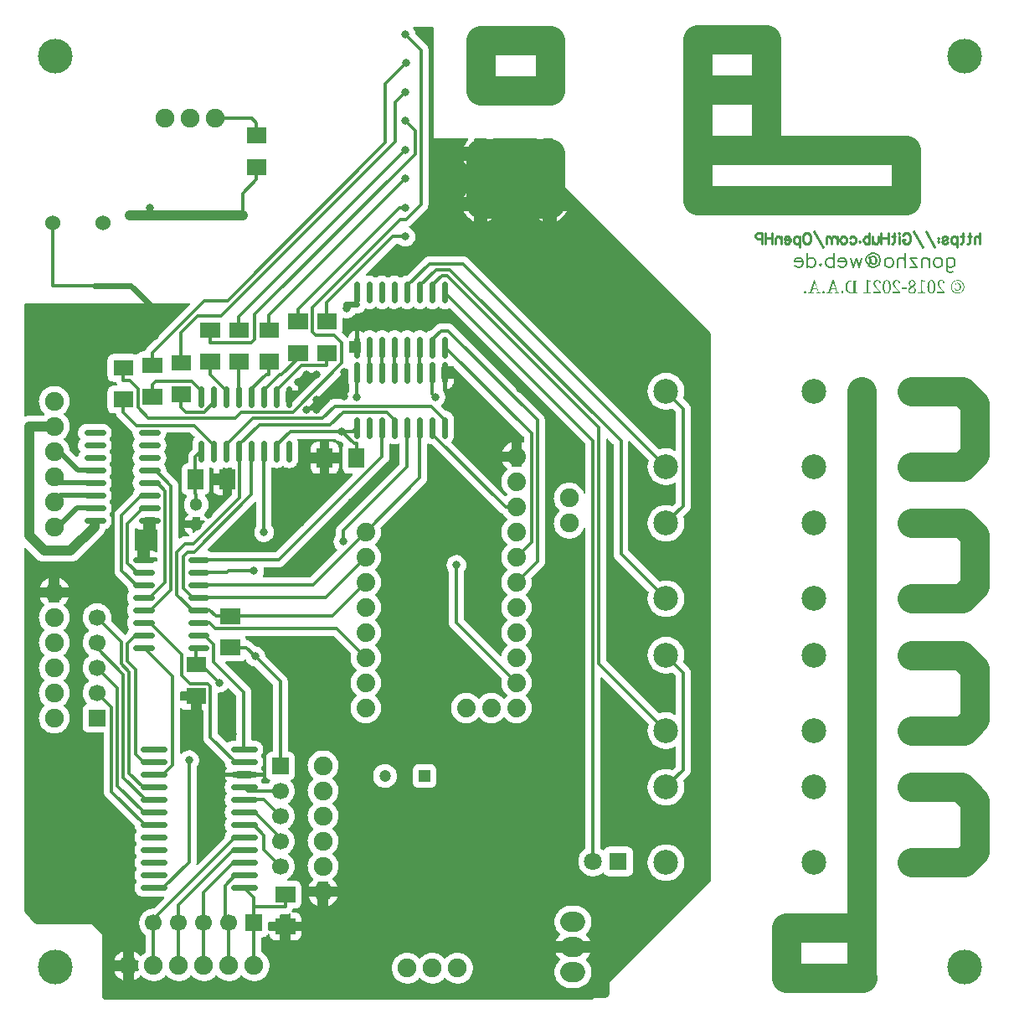
<source format=gbl>
G04 Layer: BottomLayer*
G04 EasyEDA v6.4.17, 2021-03-22T15:56:55+00:00*
G04 658c0ce66da44e4f8c80b51cc6799b00,637d308c6d204718a186f4f1e4ce3e04,10*
G04 Gerber Generator version 0.2*
G04 Scale: 100 percent, Rotated: No, Reflected: No *
G04 Dimensions in millimeters *
G04 leading zeros omitted , absolute positions ,4 integer and 5 decimal *
%FSLAX45Y45*%
%MOMM*%

%ADD11C,1.0000*%
%ADD12C,0.6000*%
%ADD13C,0.3000*%
%ADD14C,3.0000*%
%ADD15C,0.2000*%
%ADD16C,0.2500*%
%ADD17C,0.8000*%
%ADD24C,0.1000*%
%ADD25C,3.5000*%
%ADD26C,1.5240*%
%ADD27R,1.8000X1.8000*%
%ADD28C,1.8000*%
%ADD29C,1.9100*%
%ADD30C,1.8796*%
%ADD32C,1.2000*%
%ADD33C,1.3000*%
%ADD34C,2.5000*%
%ADD35R,1.7000X1.7000*%
%ADD36C,1.7000*%
%ADD37C,2.0320*%
%ADD38C,0.5000*%

%LPD*%
G36*
X2757424Y-3917899D02*
G01*
X2753512Y-3917137D01*
X2750210Y-3914901D01*
X2748026Y-3911600D01*
X2747264Y-3907739D01*
X2747264Y-3899306D01*
X2742031Y-3899306D01*
X2738120Y-3898493D01*
X2734818Y-3896309D01*
X2732633Y-3893007D01*
X2731871Y-3889146D01*
X2731871Y-3794556D01*
X2732633Y-3790696D01*
X2734818Y-3787394D01*
X2742641Y-3779570D01*
X2744876Y-3777894D01*
X2747518Y-3776878D01*
X2748534Y-3774236D01*
X2750210Y-3772001D01*
X2772613Y-3749598D01*
X2775915Y-3747414D01*
X2779776Y-3746601D01*
X2783687Y-3747414D01*
X2786989Y-3749598D01*
X2789174Y-3752900D01*
X2789936Y-3756761D01*
X2789936Y-3776573D01*
X2858871Y-3776573D01*
X2858871Y-3758285D01*
X2858008Y-3745636D01*
X2855468Y-3733596D01*
X2851353Y-3722014D01*
X2845714Y-3711041D01*
X2838602Y-3700983D01*
X2836875Y-3699205D01*
X2834843Y-3695903D01*
X2834182Y-3692093D01*
X2834944Y-3688283D01*
X2837129Y-3685082D01*
X2920238Y-3601974D01*
X2923540Y-3599789D01*
X2927400Y-3598976D01*
X3070656Y-3598976D01*
X3074568Y-3599789D01*
X3077819Y-3601974D01*
X3080054Y-3605276D01*
X3080816Y-3609136D01*
X3080054Y-3613048D01*
X3077819Y-3616350D01*
X2797860Y-3896309D01*
X2794558Y-3898493D01*
X2789936Y-3899306D01*
X2789174Y-3903929D01*
X2786989Y-3907180D01*
X2779268Y-3914901D01*
X2775966Y-3917137D01*
X2772105Y-3917899D01*
G37*

%LPD*%
G36*
X2951429Y-3980129D02*
G01*
X2947517Y-3979367D01*
X2944266Y-3977132D01*
X2942031Y-3973829D01*
X2941269Y-3969969D01*
X2942031Y-3966057D01*
X2944266Y-3962755D01*
X3346805Y-3560216D01*
X3350107Y-3557981D01*
X3353968Y-3557219D01*
X3357879Y-3557981D01*
X3361182Y-3560216D01*
X3363366Y-3563518D01*
X3364128Y-3567379D01*
X3364128Y-3676294D01*
X3364992Y-3688943D01*
X3367532Y-3700983D01*
X3371646Y-3712565D01*
X3377996Y-3724605D01*
X3378860Y-3726891D01*
X3379165Y-3729329D01*
X3379165Y-3773424D01*
X3378606Y-3776776D01*
X3376980Y-3779723D01*
X3371748Y-3786276D01*
X3364941Y-3797808D01*
X3359708Y-3810152D01*
X3356203Y-3823055D01*
X3354374Y-3836314D01*
X3354374Y-3849573D01*
X3353612Y-3853434D01*
X3351428Y-3856736D01*
X3348126Y-3858971D01*
X3344214Y-3859733D01*
X3225190Y-3859784D01*
X3216452Y-3860596D01*
X3214014Y-3861003D01*
X3205480Y-3863136D01*
X3203143Y-3863898D01*
X3195015Y-3867251D01*
X3192830Y-3868369D01*
X3185312Y-3872890D01*
X3183280Y-3874312D01*
X3176524Y-3879951D01*
X3079242Y-3977132D01*
X3075940Y-3979367D01*
X3072079Y-3980129D01*
G37*

%LPD*%
G36*
X4955387Y-4842916D02*
G01*
X4951425Y-4842154D01*
X4948123Y-4839919D01*
X4411675Y-4303471D01*
X4409541Y-4300270D01*
X4408728Y-4296460D01*
X4409389Y-4292650D01*
X4411472Y-4289399D01*
X4413402Y-4287316D01*
X4420514Y-4277258D01*
X4426153Y-4266285D01*
X4430268Y-4254703D01*
X4432808Y-4242663D01*
X4433671Y-4230014D01*
X4433671Y-4070705D01*
X4432808Y-4058056D01*
X4430268Y-4046016D01*
X4426153Y-4034434D01*
X4420514Y-4023461D01*
X4413402Y-4013403D01*
X4404969Y-4004411D01*
X4395419Y-3996639D01*
X4384903Y-3990238D01*
X4373626Y-3985361D01*
X4361738Y-3982008D01*
X4356862Y-3981348D01*
X4353763Y-3980383D01*
X4351070Y-3978452D01*
X4308957Y-3936339D01*
X4306671Y-3932834D01*
X4305960Y-3928719D01*
X4307027Y-3924706D01*
X4309567Y-3921404D01*
X4317085Y-3915054D01*
X4326026Y-3905148D01*
X4333646Y-3894074D01*
X4339640Y-3882136D01*
X4344060Y-3869486D01*
X4346702Y-3856380D01*
X4347616Y-3843020D01*
X4346702Y-3829659D01*
X4344060Y-3816553D01*
X4339640Y-3803904D01*
X4333646Y-3791965D01*
X4326026Y-3780891D01*
X4324654Y-3779367D01*
X4322724Y-3776218D01*
X4322064Y-3772560D01*
X4322064Y-3658006D01*
X4316831Y-3658006D01*
X4312920Y-3657193D01*
X4309618Y-3655009D01*
X4307433Y-3651707D01*
X4306671Y-3647846D01*
X4306671Y-3545433D01*
X4307433Y-3541572D01*
X4309618Y-3538270D01*
X4312920Y-3536086D01*
X4316831Y-3535273D01*
X4322064Y-3535273D01*
X4322064Y-3517137D01*
X4322978Y-3512921D01*
X4325518Y-3509467D01*
X4329277Y-3507384D01*
X4333595Y-3507079D01*
X4337253Y-3507587D01*
X4349546Y-3507587D01*
X4353204Y-3507079D01*
X4357522Y-3507384D01*
X4361281Y-3509467D01*
X4363821Y-3512921D01*
X4364736Y-3517137D01*
X4364736Y-3535273D01*
X4430522Y-3535273D01*
X4434382Y-3536086D01*
X4437684Y-3538270D01*
X5140198Y-4240784D01*
X5142433Y-4244086D01*
X5143195Y-4247946D01*
X5143195Y-4294581D01*
X5142382Y-4298543D01*
X5140147Y-4301845D01*
X5136794Y-4304030D01*
X5132832Y-4304741D01*
X5128920Y-4303877D01*
X5120640Y-4300372D01*
X5120640Y-4391660D01*
X5133035Y-4391660D01*
X5136896Y-4392422D01*
X5140198Y-4394657D01*
X5142433Y-4397908D01*
X5143195Y-4401820D01*
X5143195Y-4488180D01*
X5142433Y-4492091D01*
X5140198Y-4495342D01*
X5136896Y-4497578D01*
X5133035Y-4498340D01*
X5120640Y-4498340D01*
X5120640Y-4540504D01*
X5119928Y-4544263D01*
X5117896Y-4547463D01*
X5114848Y-4549698D01*
X5111191Y-4550664D01*
X5107432Y-4550206D01*
X5105146Y-4549495D01*
X5088483Y-4546244D01*
X5071567Y-4544822D01*
X5054549Y-4545330D01*
X5037734Y-4547666D01*
X5026609Y-4550460D01*
X5022951Y-4550714D01*
X5019446Y-4549648D01*
X5016550Y-4547362D01*
X5014620Y-4544212D01*
X5013960Y-4540605D01*
X5013960Y-4498340D01*
X4922824Y-4498340D01*
X4924399Y-4503013D01*
X4931664Y-4518406D01*
X4940554Y-4532884D01*
X4951018Y-4546295D01*
X4962855Y-4558436D01*
X4969764Y-4564176D01*
X4972507Y-4567682D01*
X4973472Y-4572000D01*
X4972507Y-4576318D01*
X4969764Y-4579823D01*
X4962855Y-4585563D01*
X4951018Y-4597704D01*
X4940554Y-4611116D01*
X4931664Y-4625594D01*
X4924399Y-4640986D01*
X4918913Y-4657039D01*
X4915204Y-4673600D01*
X4913325Y-4690516D01*
X4913325Y-4707483D01*
X4915204Y-4724400D01*
X4918913Y-4740960D01*
X4924399Y-4757013D01*
X4931664Y-4772406D01*
X4940554Y-4786884D01*
X4951018Y-4800295D01*
X4962855Y-4812436D01*
X4969764Y-4818176D01*
X4972507Y-4821682D01*
X4973472Y-4826000D01*
X4972507Y-4830318D01*
X4969764Y-4833823D01*
X4962601Y-4839817D01*
X4959299Y-4842103D01*
G37*

%LPC*%
G36*
X4922824Y-4391660D02*
G01*
X5013960Y-4391660D01*
X5013960Y-4300575D01*
X5005374Y-4303776D01*
X4990185Y-4311446D01*
X4975961Y-4320743D01*
X4962855Y-4331563D01*
X4951018Y-4343704D01*
X4940554Y-4357116D01*
X4931664Y-4371594D01*
X4924399Y-4386986D01*
G37*
G36*
X4364736Y-3764127D02*
G01*
X4373626Y-3761638D01*
X4384903Y-3756761D01*
X4395419Y-3750360D01*
X4404969Y-3742588D01*
X4413402Y-3733596D01*
X4420514Y-3723538D01*
X4426153Y-3712565D01*
X4430268Y-3700983D01*
X4432808Y-3688943D01*
X4433671Y-3676294D01*
X4433671Y-3658006D01*
X4364736Y-3658006D01*
G37*

%LPD*%
G36*
X1945995Y-5070957D02*
G01*
X1942388Y-5070500D01*
X1939137Y-5068824D01*
X1936699Y-5066080D01*
X1931873Y-5058054D01*
X1922525Y-5046167D01*
X1912772Y-5036362D01*
X1910537Y-5033111D01*
X1909775Y-5029200D01*
X1910537Y-5025288D01*
X1912772Y-5022037D01*
X1922525Y-5012232D01*
X1931873Y-5000345D01*
X1939696Y-4987391D01*
X1945893Y-4973624D01*
X1950415Y-4959146D01*
X1953107Y-4944313D01*
X1954022Y-4929225D01*
X1953107Y-4914087D01*
X1950415Y-4899253D01*
X1945893Y-4884775D01*
X1939696Y-4871008D01*
X1931873Y-4858054D01*
X1922525Y-4846167D01*
X1919478Y-4842002D01*
X1918716Y-4838141D01*
X1919478Y-4834229D01*
X1921662Y-4830927D01*
X1924964Y-4828743D01*
X1928571Y-4827270D01*
X1936597Y-4822291D01*
X1943811Y-4816195D01*
X1949907Y-4808982D01*
X1954885Y-4800955D01*
X1958492Y-4792218D01*
X1960676Y-4783023D01*
X1961489Y-4773218D01*
X1961489Y-4573981D01*
X1960829Y-4566208D01*
X1961388Y-4562094D01*
X1963521Y-4558538D01*
X1966874Y-4556099D01*
X1970938Y-4555236D01*
X1988261Y-4560011D01*
X1992375Y-4560570D01*
X1996033Y-4561789D01*
X1998929Y-4564278D01*
X2000707Y-4567631D01*
X2001113Y-4571441D01*
X2000961Y-4573981D01*
X2000961Y-4617262D01*
X2094839Y-4617262D01*
X2094839Y-4567682D01*
X2095500Y-4564024D01*
X2097481Y-4560824D01*
X2100427Y-4558588D01*
X2104034Y-4557572D01*
X2107742Y-4557877D01*
X2115261Y-4560011D01*
X2127453Y-4561687D01*
X2139746Y-4561687D01*
X2151938Y-4560011D01*
X2163826Y-4556658D01*
X2173325Y-4552543D01*
X2177237Y-4551680D01*
X2181199Y-4552442D01*
X2184501Y-4554626D01*
X2186787Y-4557928D01*
X2187549Y-4561840D01*
X2187549Y-4619599D01*
X2190242Y-4623104D01*
X2191207Y-4627422D01*
X2191207Y-4719777D01*
X2190242Y-4724095D01*
X2187549Y-4727600D01*
X2187549Y-4828794D01*
X2186787Y-4832705D01*
X2184552Y-4836007D01*
X1952599Y-5068011D01*
X1949551Y-5070094D01*
G37*

%LPC*%
G36*
X2061565Y-4833874D02*
G01*
X2094839Y-4833874D01*
X2094839Y-4729937D01*
X2000961Y-4729937D01*
X2000961Y-4773218D01*
X2001723Y-4783023D01*
X2003907Y-4792218D01*
X2007514Y-4800955D01*
X2012492Y-4808982D01*
X2018588Y-4816195D01*
X2025802Y-4822291D01*
X2033828Y-4827270D01*
X2042566Y-4830876D01*
X2051761Y-4833061D01*
G37*

%LPD*%
G36*
X1658569Y-5272125D02*
G01*
X1654860Y-5271160D01*
X1651812Y-5268925D01*
X1649730Y-5265724D01*
X1649018Y-5261965D01*
X1648968Y-4738776D01*
X1648155Y-4730038D01*
X1647748Y-4727600D01*
X1645615Y-4719066D01*
X1644853Y-4716729D01*
X1641500Y-4708601D01*
X1640382Y-4706416D01*
X1635861Y-4698898D01*
X1634439Y-4696866D01*
X1628800Y-4690110D01*
X1529334Y-4590542D01*
X1527149Y-4587290D01*
X1526387Y-4583379D01*
X1526387Y-4578553D01*
X1524711Y-4566361D01*
X1521358Y-4554474D01*
X1516481Y-4543196D01*
X1510080Y-4532680D01*
X1505966Y-4527600D01*
X1504289Y-4524603D01*
X1503680Y-4521200D01*
X1504289Y-4517796D01*
X1505966Y-4514799D01*
X1510080Y-4509719D01*
X1516481Y-4499203D01*
X1521358Y-4487926D01*
X1524711Y-4476038D01*
X1526387Y-4463846D01*
X1526387Y-4451553D01*
X1524711Y-4439361D01*
X1521358Y-4427474D01*
X1516481Y-4416196D01*
X1510080Y-4405680D01*
X1505966Y-4400600D01*
X1504289Y-4397603D01*
X1503680Y-4394200D01*
X1504289Y-4390796D01*
X1505966Y-4387799D01*
X1510080Y-4382719D01*
X1516481Y-4372203D01*
X1521358Y-4360926D01*
X1524711Y-4349038D01*
X1526387Y-4336846D01*
X1526387Y-4324553D01*
X1524711Y-4312361D01*
X1521358Y-4300474D01*
X1516481Y-4289196D01*
X1510080Y-4278680D01*
X1505966Y-4273600D01*
X1504289Y-4270603D01*
X1503680Y-4267200D01*
X1504289Y-4263796D01*
X1505966Y-4260799D01*
X1510080Y-4255719D01*
X1516481Y-4245203D01*
X1521358Y-4233926D01*
X1524711Y-4222038D01*
X1525981Y-4212539D01*
X1527149Y-4209084D01*
X1529384Y-4206290D01*
X1532483Y-4204411D01*
X1536090Y-4203750D01*
X1770837Y-4203750D01*
X1774698Y-4204563D01*
X1778000Y-4206748D01*
X1810562Y-4239310D01*
X1812747Y-4242511D01*
X1813560Y-4246321D01*
X1812848Y-4250131D01*
X1810816Y-4253433D01*
X1809597Y-4254703D01*
X1802485Y-4264761D01*
X1796846Y-4275734D01*
X1792732Y-4287316D01*
X1790192Y-4299356D01*
X1789328Y-4312005D01*
X1789328Y-4371289D01*
X1788566Y-4375150D01*
X1786382Y-4378452D01*
X1766163Y-4398772D01*
X1760524Y-4405528D01*
X1759102Y-4407560D01*
X1754581Y-4415078D01*
X1753463Y-4417263D01*
X1750110Y-4425391D01*
X1749348Y-4427728D01*
X1747215Y-4436262D01*
X1746808Y-4438700D01*
X1745996Y-4447438D01*
X1745945Y-4503623D01*
X1745234Y-4507331D01*
X1743252Y-4510532D01*
X1740204Y-4512767D01*
X1736547Y-4513732D01*
X1731772Y-4514138D01*
X1722577Y-4516323D01*
X1713839Y-4519930D01*
X1705813Y-4524908D01*
X1698599Y-4531004D01*
X1692503Y-4538218D01*
X1687525Y-4546244D01*
X1683918Y-4554982D01*
X1681734Y-4564176D01*
X1680972Y-4573981D01*
X1680972Y-4773218D01*
X1681734Y-4783023D01*
X1683918Y-4792218D01*
X1687525Y-4800955D01*
X1692503Y-4808982D01*
X1698599Y-4816195D01*
X1705813Y-4822291D01*
X1713839Y-4827270D01*
X1722577Y-4830876D01*
X1727809Y-4832096D01*
X1731467Y-4833823D01*
X1734159Y-4836820D01*
X1735480Y-4840630D01*
X1735226Y-4844643D01*
X1733397Y-4848250D01*
X1725726Y-4858054D01*
X1717903Y-4871008D01*
X1711706Y-4884775D01*
X1707184Y-4899253D01*
X1704492Y-4914087D01*
X1703578Y-4929225D01*
X1704492Y-4944313D01*
X1707184Y-4959146D01*
X1711706Y-4973624D01*
X1717903Y-4987391D01*
X1725726Y-5000345D01*
X1735074Y-5012232D01*
X1744827Y-5022037D01*
X1747062Y-5025288D01*
X1747824Y-5029200D01*
X1747062Y-5033111D01*
X1744827Y-5036362D01*
X1735074Y-5046167D01*
X1725726Y-5058054D01*
X1717903Y-5071008D01*
X1711706Y-5084775D01*
X1709978Y-5090363D01*
X1789938Y-5090363D01*
X1789938Y-5061356D01*
X1790903Y-5057038D01*
X1793595Y-5053533D01*
X1797507Y-5051552D01*
X1801926Y-5051348D01*
X1813712Y-5053533D01*
X1828800Y-5054447D01*
X1843887Y-5053533D01*
X1855673Y-5051348D01*
X1860092Y-5051552D01*
X1864004Y-5053533D01*
X1866696Y-5057038D01*
X1867662Y-5061356D01*
X1867662Y-5090363D01*
X1905711Y-5090363D01*
X1909572Y-5091125D01*
X1912874Y-5093309D01*
X1915058Y-5096611D01*
X1915871Y-5100523D01*
X1915058Y-5104384D01*
X1912874Y-5107686D01*
X1807311Y-5213299D01*
X1804009Y-5215483D01*
X1800098Y-5216245D01*
X1796237Y-5215483D01*
X1792935Y-5213299D01*
X1790700Y-5209997D01*
X1789938Y-5206085D01*
X1789938Y-5168036D01*
X1709978Y-5168036D01*
X1711706Y-5173624D01*
X1717903Y-5187391D01*
X1725726Y-5200345D01*
X1735074Y-5212232D01*
X1745742Y-5222951D01*
X1757578Y-5232196D01*
X1760270Y-5235397D01*
X1761439Y-5239410D01*
X1760931Y-5243525D01*
X1758797Y-5247081D01*
X1755393Y-5249519D01*
X1751330Y-5250383D01*
X1713382Y-5250434D01*
X1704644Y-5251246D01*
X1702206Y-5251653D01*
X1693672Y-5253786D01*
X1691335Y-5254548D01*
X1683207Y-5257901D01*
X1681022Y-5259019D01*
X1673504Y-5263540D01*
X1671472Y-5264962D01*
X1665681Y-5269788D01*
X1662328Y-5271617D01*
G37*

%LPD*%
G36*
X1984349Y-5411165D02*
G01*
X1981911Y-5410860D01*
X1979625Y-5409996D01*
X1967585Y-5403646D01*
X1956003Y-5399532D01*
X1949196Y-5398109D01*
X1945233Y-5396331D01*
X1942388Y-5393080D01*
X1941118Y-5388914D01*
X1941728Y-5384647D01*
X1944065Y-5380990D01*
X2421991Y-4902860D01*
X2425293Y-4900625D01*
X2429205Y-4899863D01*
X2433066Y-4900625D01*
X2436368Y-4902860D01*
X2438552Y-4906162D01*
X2439365Y-4910023D01*
X2439365Y-5137404D01*
X2438806Y-5140756D01*
X2437180Y-5143703D01*
X2431948Y-5150256D01*
X2425141Y-5161788D01*
X2419908Y-5174132D01*
X2416403Y-5187035D01*
X2414574Y-5200294D01*
X2414574Y-5213705D01*
X2416403Y-5226964D01*
X2419908Y-5239867D01*
X2425141Y-5252212D01*
X2431948Y-5263743D01*
X2440279Y-5274208D01*
X2449880Y-5283555D01*
X2460650Y-5291480D01*
X2472436Y-5297932D01*
X2484882Y-5302707D01*
X2497937Y-5305806D01*
X2511247Y-5307177D01*
X2524607Y-5306720D01*
X2537815Y-5304485D01*
X2550617Y-5300522D01*
X2562758Y-5294884D01*
X2574036Y-5287670D01*
X2584297Y-5279034D01*
X2593238Y-5269128D01*
X2600858Y-5258054D01*
X2606852Y-5246116D01*
X2611272Y-5233466D01*
X2613914Y-5220360D01*
X2614828Y-5207000D01*
X2613914Y-5193639D01*
X2611272Y-5180533D01*
X2606852Y-5167884D01*
X2600858Y-5155946D01*
X2590546Y-5140858D01*
X2589834Y-5137200D01*
X2589834Y-4562805D01*
X2590647Y-4558893D01*
X2592882Y-4555591D01*
X2596235Y-4553407D01*
X2600147Y-4552645D01*
X2604058Y-4553508D01*
X2611374Y-4556658D01*
X2623261Y-4560011D01*
X2635453Y-4561687D01*
X2647746Y-4561687D01*
X2659938Y-4560011D01*
X2671826Y-4556658D01*
X2683103Y-4551781D01*
X2693619Y-4545380D01*
X2698699Y-4541266D01*
X2701696Y-4539589D01*
X2705100Y-4538980D01*
X2708503Y-4539589D01*
X2711500Y-4541266D01*
X2716580Y-4545380D01*
X2727096Y-4551781D01*
X2738374Y-4556658D01*
X2750261Y-4560011D01*
X2762453Y-4561687D01*
X2774746Y-4561687D01*
X2786938Y-4560011D01*
X2798826Y-4556658D01*
X2810103Y-4551781D01*
X2820619Y-4545380D01*
X2830169Y-4537608D01*
X2838602Y-4528616D01*
X2845714Y-4518558D01*
X2851353Y-4507585D01*
X2855468Y-4496003D01*
X2858008Y-4483963D01*
X2858871Y-4471314D01*
X2858871Y-4312005D01*
X2858008Y-4299356D01*
X2855468Y-4287316D01*
X2852826Y-4279798D01*
X2852216Y-4275988D01*
X2853131Y-4272229D01*
X2855366Y-4269079D01*
X2858617Y-4266996D01*
X2862376Y-4266234D01*
X3232200Y-4266234D01*
X3235350Y-4266742D01*
X3238246Y-4268216D01*
X3248050Y-4275480D01*
X3259836Y-4281932D01*
X3272282Y-4286707D01*
X3285337Y-4289806D01*
X3291840Y-4290466D01*
X3295142Y-4291431D01*
X3297986Y-4293412D01*
X3317290Y-4312716D01*
X3319678Y-4316526D01*
X3320237Y-4320946D01*
X3318764Y-4325213D01*
X3315614Y-4330344D01*
X3312007Y-4339082D01*
X3309823Y-4348276D01*
X3309061Y-4358081D01*
X3309061Y-4557318D01*
X3309823Y-4567123D01*
X3312007Y-4576318D01*
X3315614Y-4585055D01*
X3320592Y-4593082D01*
X3326688Y-4600295D01*
X3333902Y-4606391D01*
X3341928Y-4611370D01*
X3350666Y-4614976D01*
X3359861Y-4617161D01*
X3369665Y-4617974D01*
X3403752Y-4617974D01*
X3407613Y-4618736D01*
X3410915Y-4620920D01*
X3413150Y-4624222D01*
X3413912Y-4628134D01*
X3413150Y-4631994D01*
X3410915Y-4635296D01*
X2638044Y-5408168D01*
X2634742Y-5410403D01*
X2630881Y-5411165D01*
G37*

%LPC*%
G36*
X3175660Y-4617974D02*
G01*
X3208934Y-4617974D01*
X3218738Y-4617161D01*
X3227933Y-4614976D01*
X3236671Y-4611370D01*
X3244697Y-4606391D01*
X3251911Y-4600295D01*
X3258007Y-4593082D01*
X3262985Y-4585055D01*
X3266592Y-4576318D01*
X3268776Y-4567123D01*
X3269589Y-4557318D01*
X3269589Y-4514037D01*
X3175660Y-4514037D01*
G37*
G36*
X3049676Y-4617974D02*
G01*
X3082950Y-4617974D01*
X3082950Y-4514037D01*
X2989072Y-4514037D01*
X2989072Y-4557318D01*
X2989834Y-4567123D01*
X2992018Y-4576318D01*
X2995625Y-4585055D01*
X3000603Y-4593082D01*
X3006699Y-4600295D01*
X3013913Y-4606391D01*
X3021939Y-4611370D01*
X3030677Y-4614976D01*
X3039872Y-4617161D01*
G37*
G36*
X3175660Y-4401362D02*
G01*
X3269589Y-4401362D01*
X3269589Y-4358081D01*
X3268776Y-4348276D01*
X3266592Y-4339082D01*
X3262985Y-4330344D01*
X3258007Y-4322318D01*
X3251911Y-4315104D01*
X3244697Y-4309008D01*
X3236671Y-4304030D01*
X3227933Y-4300423D01*
X3218738Y-4298238D01*
X3208934Y-4297476D01*
X3175660Y-4297476D01*
G37*
G36*
X2989072Y-4401362D02*
G01*
X3082950Y-4401362D01*
X3082950Y-4297476D01*
X3049676Y-4297476D01*
X3039872Y-4298238D01*
X3030677Y-4300423D01*
X3021939Y-4304030D01*
X3013913Y-4309008D01*
X3006699Y-4315104D01*
X3000603Y-4322318D01*
X2995625Y-4330344D01*
X2992018Y-4339082D01*
X2989834Y-4348276D01*
X2989072Y-4358081D01*
G37*

%LPD*%
G36*
X1252016Y-5523128D02*
G01*
X1248156Y-5522366D01*
X1244854Y-5520182D01*
X1239570Y-5514898D01*
X1237386Y-5511596D01*
X1236573Y-5507736D01*
X1232712Y-5506974D01*
X1229461Y-5504789D01*
X1214120Y-5489448D01*
X1211935Y-5486146D01*
X1211122Y-5482285D01*
X1211122Y-5475224D01*
X1211935Y-5471312D01*
X1214120Y-5468010D01*
X1217422Y-5465826D01*
X1221282Y-5465064D01*
X1236573Y-5465064D01*
X1236573Y-5396128D01*
X1221282Y-5396128D01*
X1217422Y-5395366D01*
X1214120Y-5393182D01*
X1211935Y-5389880D01*
X1211122Y-5385968D01*
X1211122Y-5176469D01*
X1212088Y-5172151D01*
X1214780Y-5168646D01*
X1218692Y-5166614D01*
X1223111Y-5166461D01*
X1227175Y-5168138D01*
X1229461Y-5169814D01*
X1240434Y-5175453D01*
X1252016Y-5179568D01*
X1264056Y-5182108D01*
X1276705Y-5182971D01*
X1294993Y-5182971D01*
X1294993Y-5114036D01*
X1279398Y-5114036D01*
X1275486Y-5113274D01*
X1272184Y-5111089D01*
X1270000Y-5107787D01*
X1269238Y-5103876D01*
X1270000Y-5100015D01*
X1272184Y-5096713D01*
X1294536Y-5074310D01*
X1296466Y-5072837D01*
X1297990Y-5070906D01*
X1309928Y-5058918D01*
X1313230Y-5056733D01*
X1317091Y-5055971D01*
X1407566Y-5055971D01*
X1411427Y-5056733D01*
X1414729Y-5058918D01*
X1416913Y-5062220D01*
X1417726Y-5066131D01*
X1417726Y-5071364D01*
X1426159Y-5071364D01*
X1430020Y-5072126D01*
X1433322Y-5074310D01*
X1435557Y-5077612D01*
X1436319Y-5081524D01*
X1436319Y-5103876D01*
X1435557Y-5107787D01*
X1433322Y-5111089D01*
X1430020Y-5113274D01*
X1426159Y-5114036D01*
X1417726Y-5114036D01*
X1417726Y-5182971D01*
X1426159Y-5182971D01*
X1430020Y-5183733D01*
X1433322Y-5185918D01*
X1435557Y-5189220D01*
X1436319Y-5193131D01*
X1436319Y-5398566D01*
X1435455Y-5402580D01*
X1433068Y-5405983D01*
X1429562Y-5408117D01*
X1425448Y-5408676D01*
X1421485Y-5407558D01*
X1413865Y-5403646D01*
X1402283Y-5399532D01*
X1390243Y-5396992D01*
X1377594Y-5396128D01*
X1359306Y-5396128D01*
X1359306Y-5465064D01*
X1426159Y-5465064D01*
X1430020Y-5465826D01*
X1433322Y-5468010D01*
X1435557Y-5471312D01*
X1436319Y-5475224D01*
X1436319Y-5497576D01*
X1435557Y-5501487D01*
X1433322Y-5504789D01*
X1430020Y-5506974D01*
X1426159Y-5507736D01*
X1359306Y-5507736D01*
X1359306Y-5512968D01*
X1358493Y-5516880D01*
X1356309Y-5520182D01*
X1353007Y-5522366D01*
X1349146Y-5523128D01*
G37*

%LPD*%
G36*
X2509012Y-5665165D02*
G01*
X2504948Y-5664301D01*
X2501595Y-5661964D01*
X2499461Y-5658459D01*
X2498852Y-5654395D01*
X2499918Y-5650433D01*
X2505252Y-5639816D01*
X2509672Y-5627166D01*
X2512314Y-5614060D01*
X2513228Y-5600700D01*
X2512314Y-5587339D01*
X2509570Y-5573826D01*
X2509672Y-5569356D01*
X2511653Y-5565394D01*
X2515209Y-5562650D01*
X2519527Y-5561634D01*
X2668879Y-5561584D01*
X2677617Y-5560771D01*
X2680055Y-5560364D01*
X2688590Y-5558231D01*
X2690926Y-5557469D01*
X2699054Y-5554116D01*
X2701239Y-5552998D01*
X2708757Y-5548477D01*
X2710789Y-5547055D01*
X2717546Y-5541416D01*
X3763416Y-4495546D01*
X3769055Y-4488789D01*
X3770477Y-4486757D01*
X3774998Y-4479239D01*
X3776116Y-4477054D01*
X3779469Y-4468926D01*
X3780231Y-4466590D01*
X3782364Y-4458055D01*
X3782771Y-4455617D01*
X3783584Y-4446879D01*
X3783634Y-4321505D01*
X3784447Y-4317593D01*
X3786682Y-4314291D01*
X3790035Y-4312107D01*
X3793947Y-4311345D01*
X3797858Y-4312208D01*
X3805174Y-4315358D01*
X3817061Y-4318711D01*
X3829253Y-4320387D01*
X3841546Y-4320387D01*
X3853738Y-4318711D01*
X3865626Y-4315358D01*
X3872941Y-4312208D01*
X3876852Y-4311345D01*
X3880764Y-4312107D01*
X3884117Y-4314291D01*
X3886352Y-4317593D01*
X3887165Y-4321505D01*
X3887165Y-4511497D01*
X3886352Y-4515358D01*
X3884168Y-4518660D01*
X3262985Y-5139944D01*
X3257346Y-5146700D01*
X3255924Y-5148732D01*
X3251403Y-5156250D01*
X3250285Y-5158435D01*
X3246932Y-5166563D01*
X3246170Y-5168900D01*
X3244037Y-5177434D01*
X3243630Y-5179872D01*
X3242818Y-5188610D01*
X3242767Y-5234940D01*
X3242208Y-5238292D01*
X3240582Y-5241239D01*
X3235350Y-5247792D01*
X3228543Y-5259324D01*
X3223310Y-5271668D01*
X3219805Y-5284571D01*
X3217976Y-5297830D01*
X3217976Y-5311241D01*
X3219805Y-5324500D01*
X3223310Y-5337403D01*
X3228543Y-5349748D01*
X3235350Y-5361279D01*
X3243681Y-5371744D01*
X3250692Y-5378551D01*
X3252978Y-5381853D01*
X3253790Y-5385765D01*
X3253028Y-5389727D01*
X3250844Y-5393080D01*
X2981706Y-5662168D01*
X2978404Y-5664403D01*
X2974543Y-5665165D01*
G37*

%LPD*%
G36*
X2142286Y-7336891D02*
G01*
X2138527Y-7336078D01*
X2135276Y-7333894D01*
X2052320Y-7250938D01*
X2050135Y-7247636D01*
X2049322Y-7243775D01*
X2049322Y-6839203D01*
X2050084Y-6835394D01*
X2052218Y-6832142D01*
X2055368Y-6829907D01*
X2059178Y-6829044D01*
X2069693Y-6828688D01*
X2082901Y-6826453D01*
X2095703Y-6822490D01*
X2107844Y-6816852D01*
X2119122Y-6809638D01*
X2129383Y-6801002D01*
X2138324Y-6791096D01*
X2144014Y-6782816D01*
X2147265Y-6779768D01*
X2151481Y-6778447D01*
X2155850Y-6779006D01*
X2159609Y-6781342D01*
X2233168Y-6854952D01*
X2235403Y-6858253D01*
X2236165Y-6862114D01*
X2236165Y-7303668D01*
X2235403Y-7307580D01*
X2233168Y-7310881D01*
X2229866Y-7313066D01*
X2226005Y-7313828D01*
X2206752Y-7313828D01*
X2194102Y-7314692D01*
X2182063Y-7317231D01*
X2170430Y-7321346D01*
X2159508Y-7326985D01*
X2149398Y-7334148D01*
X2146096Y-7336231D01*
G37*

%LPD*%
G36*
X1839010Y-8569807D02*
G01*
X1834896Y-8568639D01*
X1831593Y-8565845D01*
X1829765Y-8561933D01*
X1829765Y-8557666D01*
X1830781Y-8552484D01*
X1831593Y-8543848D01*
X1831644Y-7582865D01*
X1832356Y-7579207D01*
X1842668Y-7564120D01*
X1848662Y-7552181D01*
X1853082Y-7539532D01*
X1855724Y-7526426D01*
X1856638Y-7513066D01*
X1855724Y-7499705D01*
X1853082Y-7486599D01*
X1848662Y-7473950D01*
X1842668Y-7462012D01*
X1835048Y-7450937D01*
X1826107Y-7441031D01*
X1815846Y-7432395D01*
X1804568Y-7425181D01*
X1792427Y-7419543D01*
X1779625Y-7415580D01*
X1766417Y-7413345D01*
X1753057Y-7412888D01*
X1739747Y-7414259D01*
X1726692Y-7417358D01*
X1714246Y-7422134D01*
X1702460Y-7428585D01*
X1691690Y-7436510D01*
X1682750Y-7445146D01*
X1679448Y-7447330D01*
X1675587Y-7448042D01*
X1671726Y-7447229D01*
X1668475Y-7444994D01*
X1666290Y-7441742D01*
X1665528Y-7437881D01*
X1665528Y-6991502D01*
X1666392Y-6987489D01*
X1668729Y-6984136D01*
X1672183Y-6982002D01*
X1676247Y-6981393D01*
X1680210Y-6982409D01*
X1683410Y-6984898D01*
X1686204Y-6988200D01*
X1693418Y-6994296D01*
X1701444Y-6999274D01*
X1710182Y-7002881D01*
X1719376Y-7005066D01*
X1729181Y-7005878D01*
X1772462Y-7005878D01*
X1772462Y-6911949D01*
X1675688Y-6911949D01*
X1671828Y-6911187D01*
X1668525Y-6908952D01*
X1666341Y-6905701D01*
X1665528Y-6901789D01*
X1665528Y-6829399D01*
X1666341Y-6825488D01*
X1668525Y-6822236D01*
X1671828Y-6820001D01*
X1675688Y-6819239D01*
X1774850Y-6819239D01*
X1778355Y-6816598D01*
X1782622Y-6815632D01*
X1874977Y-6815632D01*
X1879244Y-6816598D01*
X1882749Y-6819239D01*
X1888693Y-6819239D01*
X1892554Y-6820001D01*
X1895856Y-6822236D01*
X1898091Y-6825488D01*
X1898853Y-6829399D01*
X1898853Y-6901789D01*
X1898091Y-6905701D01*
X1895856Y-6908952D01*
X1892554Y-6911187D01*
X1888693Y-6911949D01*
X1885137Y-6911949D01*
X1885137Y-7005878D01*
X1888693Y-7005878D01*
X1892554Y-7006640D01*
X1895856Y-7008825D01*
X1898091Y-7012127D01*
X1898853Y-7016038D01*
X1898904Y-7281773D01*
X1899716Y-7290511D01*
X1900123Y-7292949D01*
X1902256Y-7301484D01*
X1903018Y-7303820D01*
X1906371Y-7311948D01*
X1907489Y-7314133D01*
X1912010Y-7321651D01*
X1913432Y-7323683D01*
X1919071Y-7330440D01*
X2113381Y-7524851D01*
X2115616Y-7528153D01*
X2116378Y-7532065D01*
X2116378Y-7537246D01*
X2118055Y-7549438D01*
X2121357Y-7561325D01*
X2126284Y-7572603D01*
X2132685Y-7583119D01*
X2136800Y-7588199D01*
X2138476Y-7591196D01*
X2139086Y-7594600D01*
X2138476Y-7598003D01*
X2136800Y-7601000D01*
X2132685Y-7606080D01*
X2126284Y-7616596D01*
X2121357Y-7627874D01*
X2118868Y-7636764D01*
X2237536Y-7636764D01*
X2237536Y-7631531D01*
X2238298Y-7627620D01*
X2240534Y-7624318D01*
X2243836Y-7622133D01*
X2247696Y-7621371D01*
X2375103Y-7621371D01*
X2378964Y-7622133D01*
X2382266Y-7624318D01*
X2384450Y-7627620D01*
X2385263Y-7631531D01*
X2385263Y-7636764D01*
X2503881Y-7636764D01*
X2501392Y-7627874D01*
X2496515Y-7616596D01*
X2490114Y-7606080D01*
X2485999Y-7601000D01*
X2484272Y-7598003D01*
X2483713Y-7594600D01*
X2484272Y-7591196D01*
X2485999Y-7588199D01*
X2490114Y-7583119D01*
X2496515Y-7572603D01*
X2501392Y-7561325D01*
X2504744Y-7549438D01*
X2506421Y-7537246D01*
X2506421Y-7524953D01*
X2504744Y-7512761D01*
X2501392Y-7500874D01*
X2496515Y-7489596D01*
X2490114Y-7479080D01*
X2485999Y-7474000D01*
X2484272Y-7471003D01*
X2483713Y-7467600D01*
X2484272Y-7464196D01*
X2485999Y-7461199D01*
X2490114Y-7456119D01*
X2496515Y-7445603D01*
X2501392Y-7434325D01*
X2504744Y-7422438D01*
X2506421Y-7410246D01*
X2506421Y-7397953D01*
X2504744Y-7385761D01*
X2501392Y-7373874D01*
X2496515Y-7362596D01*
X2490114Y-7352080D01*
X2482342Y-7342530D01*
X2473350Y-7334097D01*
X2463292Y-7326985D01*
X2452319Y-7321346D01*
X2440736Y-7317231D01*
X2428697Y-7314692D01*
X2416048Y-7313828D01*
X2396794Y-7313828D01*
X2392934Y-7313066D01*
X2389632Y-7310881D01*
X2387447Y-7307580D01*
X2386634Y-7303668D01*
X2386584Y-6824116D01*
X2385771Y-6815378D01*
X2385364Y-6812940D01*
X2383231Y-6804406D01*
X2382469Y-6802069D01*
X2379116Y-6793941D01*
X2377998Y-6791756D01*
X2373477Y-6784238D01*
X2372055Y-6782206D01*
X2366416Y-6775450D01*
X2124049Y-6532981D01*
X2121865Y-6529730D01*
X2121103Y-6525818D01*
X2121865Y-6521907D01*
X2124049Y-6518656D01*
X2127351Y-6516420D01*
X2131263Y-6515658D01*
X2271318Y-6515658D01*
X2281123Y-6514896D01*
X2290318Y-6512661D01*
X2299055Y-6509054D01*
X2307082Y-6504127D01*
X2318258Y-6494576D01*
X2322220Y-6493560D01*
X2326284Y-6494170D01*
X2329789Y-6496354D01*
X2332126Y-6499758D01*
X2336241Y-6509512D01*
X2343048Y-6521043D01*
X2351379Y-6531508D01*
X2360980Y-6540855D01*
X2371750Y-6548780D01*
X2383536Y-6555231D01*
X2395982Y-6560007D01*
X2409037Y-6563106D01*
X2415540Y-6563766D01*
X2418842Y-6564731D01*
X2421686Y-6566712D01*
X2601468Y-6746494D01*
X2603652Y-6749796D01*
X2604465Y-6753656D01*
X2604465Y-7413802D01*
X2603754Y-7417511D01*
X2601772Y-7420711D01*
X2598724Y-7422946D01*
X2595067Y-7423962D01*
X2585262Y-7424724D01*
X2576068Y-7426909D01*
X2567381Y-7430566D01*
X2559304Y-7435494D01*
X2552141Y-7441641D01*
X2545994Y-7448803D01*
X2541066Y-7456881D01*
X2537409Y-7465568D01*
X2535224Y-7474762D01*
X2534462Y-7484618D01*
X2534462Y-7653781D01*
X2535224Y-7663637D01*
X2537409Y-7672831D01*
X2541066Y-7681518D01*
X2545994Y-7689596D01*
X2552141Y-7696758D01*
X2559304Y-7702905D01*
X2567381Y-7707833D01*
X2569413Y-7708696D01*
X2572664Y-7710881D01*
X2574848Y-7714132D01*
X2575661Y-7717993D01*
X2574950Y-7721853D01*
X2572766Y-7725156D01*
X2569921Y-7728102D01*
X2556459Y-7745679D01*
X2553411Y-7747355D01*
X2550007Y-7747965D01*
X2504846Y-7747965D01*
X2501442Y-7747355D01*
X2498445Y-7745679D01*
X2496159Y-7743088D01*
X2490114Y-7733080D01*
X2485999Y-7728000D01*
X2484272Y-7725003D01*
X2483713Y-7721600D01*
X2484272Y-7718196D01*
X2485999Y-7715199D01*
X2490114Y-7710119D01*
X2496515Y-7699603D01*
X2501392Y-7688325D01*
X2503881Y-7679436D01*
X2385263Y-7679436D01*
X2385263Y-7684668D01*
X2384450Y-7688580D01*
X2382266Y-7691881D01*
X2378964Y-7694066D01*
X2375103Y-7694828D01*
X2247696Y-7694828D01*
X2243836Y-7694066D01*
X2240534Y-7691881D01*
X2238298Y-7688580D01*
X2237536Y-7684668D01*
X2237536Y-7679436D01*
X2118868Y-7679436D01*
X2121357Y-7688325D01*
X2126284Y-7699603D01*
X2132685Y-7710119D01*
X2136800Y-7715199D01*
X2138476Y-7718196D01*
X2139086Y-7721600D01*
X2138476Y-7725003D01*
X2136800Y-7728000D01*
X2132685Y-7733080D01*
X2126284Y-7743596D01*
X2121357Y-7754874D01*
X2118055Y-7766761D01*
X2116378Y-7778953D01*
X2116378Y-7791246D01*
X2118055Y-7803438D01*
X2121357Y-7815325D01*
X2126284Y-7826603D01*
X2132685Y-7837119D01*
X2136800Y-7842199D01*
X2138476Y-7845196D01*
X2139086Y-7848600D01*
X2138476Y-7852003D01*
X2136800Y-7855000D01*
X2132685Y-7860080D01*
X2126284Y-7870596D01*
X2121357Y-7881874D01*
X2118055Y-7893761D01*
X2116378Y-7905953D01*
X2116378Y-7918246D01*
X2118055Y-7930438D01*
X2121357Y-7942325D01*
X2126284Y-7953603D01*
X2132685Y-7964119D01*
X2136800Y-7969199D01*
X2138476Y-7972196D01*
X2139086Y-7975600D01*
X2138476Y-7979003D01*
X2136800Y-7982000D01*
X2132685Y-7987080D01*
X2126284Y-7997596D01*
X2121357Y-8008874D01*
X2118055Y-8020761D01*
X2116378Y-8032953D01*
X2116378Y-8045246D01*
X2118055Y-8057438D01*
X2121357Y-8069325D01*
X2126284Y-8080603D01*
X2132685Y-8091119D01*
X2136800Y-8096199D01*
X2138476Y-8099196D01*
X2139086Y-8102600D01*
X2138476Y-8106003D01*
X2136800Y-8109000D01*
X2132685Y-8114080D01*
X2126284Y-8124596D01*
X2121357Y-8135874D01*
X2118055Y-8147761D01*
X2116378Y-8159953D01*
X2116378Y-8172246D01*
X2118055Y-8184438D01*
X2121357Y-8196325D01*
X2126284Y-8207603D01*
X2132685Y-8218119D01*
X2136800Y-8223199D01*
X2138476Y-8226196D01*
X2139086Y-8229600D01*
X2138476Y-8233003D01*
X2136800Y-8236000D01*
X2132685Y-8241080D01*
X2126284Y-8251596D01*
X2121357Y-8262874D01*
X2118055Y-8274761D01*
X2116378Y-8286953D01*
X2116378Y-8293150D01*
X2115616Y-8297062D01*
X2113381Y-8300364D01*
X1846884Y-8566861D01*
X1843278Y-8569198D01*
G37*

%LPD*%
G36*
X905916Y-9931400D02*
G01*
X902004Y-9930638D01*
X898702Y-9928402D01*
X879297Y-9908997D01*
X877062Y-9905695D01*
X876300Y-9901783D01*
X876300Y-9272016D01*
X875588Y-9270288D01*
X762711Y-9157411D01*
X760984Y-9156700D01*
X296316Y-9156700D01*
X292404Y-9155938D01*
X289102Y-9153702D01*
X91897Y-8956497D01*
X89662Y-8953195D01*
X88900Y-8949283D01*
X88900Y-5374741D01*
X89662Y-5370880D01*
X91897Y-5367578D01*
X95148Y-5365343D01*
X99060Y-5364581D01*
X102971Y-5365343D01*
X106222Y-5367578D01*
X216509Y-5477764D01*
X224637Y-5484723D01*
X227177Y-5486603D01*
X236118Y-5492496D01*
X248462Y-5498744D01*
X251358Y-5499963D01*
X261518Y-5503418D01*
X264515Y-5504230D01*
X275031Y-5506415D01*
X278130Y-5506872D01*
X288798Y-5507685D01*
X562102Y-5507685D01*
X572770Y-5506872D01*
X575868Y-5506415D01*
X586384Y-5504230D01*
X589381Y-5503418D01*
X599541Y-5499963D01*
X602437Y-5498744D01*
X614781Y-5492496D01*
X623722Y-5486603D01*
X626262Y-5484723D01*
X634390Y-5477764D01*
X881684Y-5230520D01*
X890828Y-5219801D01*
X898448Y-5208219D01*
X904494Y-5195773D01*
X908862Y-5183022D01*
X910285Y-5180330D01*
X912368Y-5178145D01*
X915060Y-5176723D01*
X918565Y-5175453D01*
X929538Y-5169814D01*
X939596Y-5162702D01*
X948588Y-5154269D01*
X956360Y-5144719D01*
X962761Y-5134203D01*
X967638Y-5122926D01*
X970991Y-5111038D01*
X972667Y-5098846D01*
X972667Y-5086553D01*
X970991Y-5074361D01*
X967638Y-5062474D01*
X962761Y-5051196D01*
X956360Y-5040680D01*
X952246Y-5035600D01*
X950569Y-5032603D01*
X949960Y-5029200D01*
X950569Y-5025796D01*
X952246Y-5022799D01*
X956360Y-5017719D01*
X962761Y-5007203D01*
X967638Y-4995926D01*
X970991Y-4984038D01*
X972667Y-4971846D01*
X972667Y-4959553D01*
X970991Y-4947361D01*
X967638Y-4935474D01*
X962761Y-4924196D01*
X956360Y-4913680D01*
X952246Y-4908600D01*
X950569Y-4905603D01*
X949960Y-4902200D01*
X950569Y-4898796D01*
X952246Y-4895799D01*
X956360Y-4890719D01*
X962761Y-4880203D01*
X967638Y-4868926D01*
X970991Y-4857038D01*
X972667Y-4844846D01*
X972667Y-4832553D01*
X970991Y-4820361D01*
X967638Y-4808474D01*
X962761Y-4797196D01*
X956360Y-4786680D01*
X952246Y-4781600D01*
X950569Y-4778603D01*
X949960Y-4775200D01*
X950569Y-4771796D01*
X952246Y-4768799D01*
X956360Y-4763719D01*
X962761Y-4753203D01*
X967638Y-4741926D01*
X970991Y-4730038D01*
X972667Y-4717846D01*
X972667Y-4705553D01*
X970991Y-4693361D01*
X967638Y-4681474D01*
X962761Y-4670196D01*
X956360Y-4659680D01*
X952246Y-4654600D01*
X950569Y-4651603D01*
X949960Y-4648200D01*
X950569Y-4644796D01*
X952246Y-4641799D01*
X956360Y-4636719D01*
X962761Y-4626203D01*
X967638Y-4614926D01*
X970991Y-4603038D01*
X972667Y-4590846D01*
X972667Y-4578553D01*
X970991Y-4566361D01*
X967638Y-4554474D01*
X962761Y-4543196D01*
X956360Y-4532680D01*
X952246Y-4527600D01*
X950569Y-4524603D01*
X949960Y-4521200D01*
X950569Y-4517796D01*
X952246Y-4514799D01*
X956360Y-4509719D01*
X962761Y-4499203D01*
X967638Y-4487926D01*
X970991Y-4476038D01*
X972667Y-4463846D01*
X972667Y-4451553D01*
X970991Y-4439361D01*
X967638Y-4427474D01*
X962761Y-4416196D01*
X956360Y-4405680D01*
X952246Y-4400600D01*
X950569Y-4397603D01*
X949960Y-4394200D01*
X950569Y-4390796D01*
X952246Y-4387799D01*
X956360Y-4382719D01*
X962761Y-4372203D01*
X967638Y-4360926D01*
X970991Y-4349038D01*
X972667Y-4336846D01*
X972667Y-4324553D01*
X970991Y-4312361D01*
X967638Y-4300474D01*
X962761Y-4289196D01*
X956360Y-4278680D01*
X952246Y-4273600D01*
X950569Y-4270603D01*
X949960Y-4267200D01*
X950569Y-4263796D01*
X952246Y-4260799D01*
X956360Y-4255719D01*
X962761Y-4245203D01*
X967638Y-4233926D01*
X970991Y-4222038D01*
X972667Y-4209846D01*
X972667Y-4197553D01*
X970991Y-4185361D01*
X967638Y-4173474D01*
X962761Y-4162196D01*
X956360Y-4151680D01*
X948588Y-4142130D01*
X939596Y-4133697D01*
X929538Y-4126585D01*
X918565Y-4120946D01*
X906983Y-4116832D01*
X894943Y-4114292D01*
X882294Y-4113428D01*
X722985Y-4113428D01*
X710336Y-4114292D01*
X698296Y-4116832D01*
X686714Y-4120946D01*
X675741Y-4126585D01*
X665683Y-4133697D01*
X656691Y-4142130D01*
X648919Y-4151680D01*
X642518Y-4162196D01*
X637641Y-4173474D01*
X634288Y-4185361D01*
X632612Y-4197553D01*
X632612Y-4209846D01*
X634288Y-4222038D01*
X637641Y-4233926D01*
X642518Y-4245203D01*
X648919Y-4255719D01*
X653034Y-4260799D01*
X654710Y-4263796D01*
X655320Y-4267200D01*
X654710Y-4270603D01*
X653034Y-4273600D01*
X648919Y-4278680D01*
X642518Y-4289196D01*
X637641Y-4300474D01*
X634288Y-4312361D01*
X632612Y-4324553D01*
X632612Y-4336846D01*
X634288Y-4349038D01*
X637641Y-4360926D01*
X642518Y-4372203D01*
X648919Y-4382719D01*
X653034Y-4387799D01*
X654710Y-4390796D01*
X655320Y-4394200D01*
X654710Y-4397603D01*
X653034Y-4400600D01*
X648919Y-4405680D01*
X642518Y-4416196D01*
X637641Y-4427474D01*
X634288Y-4439361D01*
X632612Y-4444441D01*
X629412Y-4447540D01*
X625144Y-4449013D01*
X620725Y-4448454D01*
X616915Y-4446066D01*
X550773Y-4379925D01*
X548894Y-4377283D01*
X547878Y-4374134D01*
X546557Y-4364329D01*
X542340Y-4347718D01*
X536295Y-4331665D01*
X528574Y-4316323D01*
X519176Y-4301947D01*
X508254Y-4288739D01*
X495960Y-4276750D01*
X493928Y-4275175D01*
X491083Y-4271721D01*
X490016Y-4267403D01*
X490880Y-4263085D01*
X493522Y-4259478D01*
X502310Y-4251807D01*
X513892Y-4239209D01*
X524052Y-4225391D01*
X532638Y-4210507D01*
X539546Y-4194810D01*
X544677Y-4178452D01*
X547979Y-4161586D01*
X549351Y-4144467D01*
X548894Y-4127347D01*
X546557Y-4110329D01*
X542340Y-4093718D01*
X536295Y-4077665D01*
X528574Y-4062323D01*
X519176Y-4047947D01*
X508254Y-4034739D01*
X495960Y-4022750D01*
X493928Y-4021175D01*
X491083Y-4017721D01*
X490016Y-4013403D01*
X490880Y-4009085D01*
X493522Y-4005478D01*
X502310Y-3997807D01*
X513892Y-3985209D01*
X524052Y-3971391D01*
X532638Y-3956507D01*
X539546Y-3940810D01*
X544677Y-3924452D01*
X547979Y-3907586D01*
X549351Y-3890467D01*
X548894Y-3873347D01*
X546557Y-3856329D01*
X542340Y-3839718D01*
X536295Y-3823665D01*
X528574Y-3808323D01*
X519176Y-3793947D01*
X508254Y-3780739D01*
X495960Y-3768750D01*
X482447Y-3758234D01*
X467817Y-3749243D01*
X452323Y-3741928D01*
X436067Y-3736340D01*
X419354Y-3732580D01*
X402285Y-3730701D01*
X385114Y-3730701D01*
X368046Y-3732580D01*
X351332Y-3736340D01*
X335076Y-3741928D01*
X319582Y-3749243D01*
X304952Y-3758234D01*
X291439Y-3768750D01*
X279146Y-3780739D01*
X268224Y-3793947D01*
X258825Y-3808323D01*
X251104Y-3823665D01*
X245059Y-3839718D01*
X240842Y-3856329D01*
X238506Y-3873347D01*
X238048Y-3890467D01*
X239420Y-3907586D01*
X242722Y-3924452D01*
X247853Y-3940810D01*
X254762Y-3956507D01*
X263347Y-3971391D01*
X273507Y-3985209D01*
X285089Y-3997807D01*
X293878Y-4005478D01*
X296519Y-4009085D01*
X297383Y-4013403D01*
X296316Y-4017721D01*
X293471Y-4021175D01*
X291439Y-4022750D01*
X286969Y-4027068D01*
X283718Y-4029201D01*
X279908Y-4029964D01*
X139852Y-4029964D01*
X132791Y-4030167D01*
X125882Y-4030827D01*
X119024Y-4031894D01*
X112268Y-4033418D01*
X105613Y-4035348D01*
X102514Y-4036466D01*
X98653Y-4037076D01*
X94894Y-4036212D01*
X91744Y-4033977D01*
X89662Y-4030726D01*
X88900Y-4026915D01*
X88900Y-2912516D01*
X89662Y-2908604D01*
X91897Y-2905302D01*
X98602Y-2898597D01*
X101904Y-2896362D01*
X105816Y-2895600D01*
X1755495Y-2895600D01*
X1759407Y-2896362D01*
X1762709Y-2898597D01*
X1764893Y-2901848D01*
X1765655Y-2905760D01*
X1764893Y-2909671D01*
X1762709Y-2912922D01*
X1329283Y-3346450D01*
X1323644Y-3353206D01*
X1322222Y-3355238D01*
X1317701Y-3362756D01*
X1316583Y-3364941D01*
X1313230Y-3373069D01*
X1312316Y-3375761D01*
X1310233Y-3379419D01*
X1306830Y-3381857D01*
X1302664Y-3382721D01*
X1284681Y-3382772D01*
X1274876Y-3383534D01*
X1265682Y-3385718D01*
X1256944Y-3389325D01*
X1248918Y-3394303D01*
X1241704Y-3400399D01*
X1235608Y-3407613D01*
X1233322Y-3411270D01*
X1230934Y-3413963D01*
X1227785Y-3415639D01*
X1224229Y-3416096D01*
X1220724Y-3415334D01*
X1210767Y-3411118D01*
X1201623Y-3408934D01*
X1191818Y-3408172D01*
X992581Y-3408172D01*
X982776Y-3408934D01*
X973582Y-3411118D01*
X964844Y-3414725D01*
X956818Y-3419703D01*
X949604Y-3425799D01*
X943508Y-3433013D01*
X938530Y-3441039D01*
X934923Y-3449777D01*
X932738Y-3458972D01*
X931976Y-3468776D01*
X931976Y-3628034D01*
X932738Y-3637838D01*
X934923Y-3647033D01*
X938530Y-3655771D01*
X943508Y-3663797D01*
X949604Y-3671011D01*
X956818Y-3677107D01*
X964844Y-3682085D01*
X973582Y-3685692D01*
X982776Y-3687876D01*
X992581Y-3688689D01*
X1010615Y-3688689D01*
X1014679Y-3689502D01*
X1018032Y-3691890D01*
X1020216Y-3695496D01*
X1022146Y-3701084D01*
X1024382Y-3706164D01*
X1028192Y-3713073D01*
X1029411Y-3717086D01*
X1028903Y-3721252D01*
X1026769Y-3724808D01*
X1023366Y-3727297D01*
X1019302Y-3728161D01*
X992581Y-3728161D01*
X982776Y-3728923D01*
X973582Y-3731107D01*
X964844Y-3734714D01*
X956818Y-3739692D01*
X949604Y-3745788D01*
X943508Y-3753002D01*
X938530Y-3761028D01*
X934923Y-3769766D01*
X932738Y-3778961D01*
X931976Y-3788765D01*
X931976Y-3948023D01*
X932738Y-3957828D01*
X934923Y-3967022D01*
X938530Y-3975760D01*
X943508Y-3983786D01*
X949604Y-3991000D01*
X956818Y-3997096D01*
X964844Y-4002074D01*
X973582Y-4005681D01*
X982776Y-4007865D01*
X992581Y-4008678D01*
X1010564Y-4008678D01*
X1014730Y-4009542D01*
X1018133Y-4011980D01*
X1020216Y-4015638D01*
X1021130Y-4018330D01*
X1024483Y-4026458D01*
X1025601Y-4028643D01*
X1030122Y-4036161D01*
X1031544Y-4038193D01*
X1037183Y-4044950D01*
X1175766Y-4183532D01*
X1182674Y-4189272D01*
X1185367Y-4192778D01*
X1186332Y-4197096D01*
X1186332Y-4209846D01*
X1188008Y-4222038D01*
X1191361Y-4233926D01*
X1196238Y-4245203D01*
X1202639Y-4255719D01*
X1206754Y-4260799D01*
X1208430Y-4263796D01*
X1209040Y-4267200D01*
X1208430Y-4270603D01*
X1206754Y-4273600D01*
X1202639Y-4278680D01*
X1196238Y-4289196D01*
X1191361Y-4300474D01*
X1188008Y-4312361D01*
X1186332Y-4324553D01*
X1186332Y-4336846D01*
X1188008Y-4349038D01*
X1191361Y-4360926D01*
X1196238Y-4372203D01*
X1202639Y-4382719D01*
X1206754Y-4387799D01*
X1208430Y-4390796D01*
X1209040Y-4394200D01*
X1208430Y-4397603D01*
X1206754Y-4400600D01*
X1202639Y-4405680D01*
X1196238Y-4416196D01*
X1191361Y-4427474D01*
X1188008Y-4439361D01*
X1186332Y-4451553D01*
X1186332Y-4463846D01*
X1188008Y-4476038D01*
X1191361Y-4487926D01*
X1196238Y-4499203D01*
X1202639Y-4509719D01*
X1206754Y-4514799D01*
X1208430Y-4517796D01*
X1209040Y-4521200D01*
X1208430Y-4524603D01*
X1206754Y-4527600D01*
X1202639Y-4532680D01*
X1196238Y-4543196D01*
X1191361Y-4554474D01*
X1188008Y-4566361D01*
X1186332Y-4578553D01*
X1186332Y-4590846D01*
X1188008Y-4603038D01*
X1191361Y-4614926D01*
X1196238Y-4626203D01*
X1202639Y-4636719D01*
X1206754Y-4641799D01*
X1208430Y-4644796D01*
X1209040Y-4648200D01*
X1208430Y-4651603D01*
X1206754Y-4654600D01*
X1202639Y-4659680D01*
X1196238Y-4670196D01*
X1191361Y-4681474D01*
X1188008Y-4693361D01*
X1186332Y-4705553D01*
X1186332Y-4717846D01*
X1188008Y-4730038D01*
X1191361Y-4741926D01*
X1196238Y-4753203D01*
X1202639Y-4763719D01*
X1206754Y-4768799D01*
X1208430Y-4771796D01*
X1209040Y-4775200D01*
X1208430Y-4778603D01*
X1206754Y-4781600D01*
X1202639Y-4786680D01*
X1196238Y-4797196D01*
X1191361Y-4808474D01*
X1187856Y-4820970D01*
X1186840Y-4823358D01*
X1185265Y-4825441D01*
X1020673Y-4990084D01*
X1015034Y-4996840D01*
X1013612Y-4998872D01*
X1009091Y-5006390D01*
X1007973Y-5008575D01*
X1004620Y-5016703D01*
X1003858Y-5019040D01*
X1001725Y-5027574D01*
X1001318Y-5030012D01*
X1000506Y-5038750D01*
X1000506Y-5596890D01*
X1001318Y-5605780D01*
X1003858Y-5616702D01*
X1004569Y-5618937D01*
X1007973Y-5627166D01*
X1009040Y-5629300D01*
X1013612Y-5636920D01*
X1020673Y-5645658D01*
X1126591Y-5751830D01*
X1128471Y-5754471D01*
X1132941Y-5770626D01*
X1137818Y-5781903D01*
X1144219Y-5792419D01*
X1148334Y-5797499D01*
X1150010Y-5800496D01*
X1150620Y-5803900D01*
X1150010Y-5807303D01*
X1148334Y-5810300D01*
X1144219Y-5815380D01*
X1137818Y-5825896D01*
X1132941Y-5837174D01*
X1129588Y-5849061D01*
X1127912Y-5861253D01*
X1127912Y-5873546D01*
X1129588Y-5885738D01*
X1132941Y-5897626D01*
X1137818Y-5908903D01*
X1144219Y-5919419D01*
X1148334Y-5924499D01*
X1150010Y-5927496D01*
X1150620Y-5930900D01*
X1150010Y-5934303D01*
X1148334Y-5937300D01*
X1144219Y-5942380D01*
X1137818Y-5952896D01*
X1132941Y-5964174D01*
X1129588Y-5976061D01*
X1127912Y-5988253D01*
X1127912Y-6000546D01*
X1129588Y-6012738D01*
X1132941Y-6024626D01*
X1137818Y-6035903D01*
X1144219Y-6046419D01*
X1148334Y-6051499D01*
X1150010Y-6054496D01*
X1150620Y-6057900D01*
X1150010Y-6061303D01*
X1148334Y-6064300D01*
X1144219Y-6069380D01*
X1137818Y-6079896D01*
X1132941Y-6091174D01*
X1129588Y-6103061D01*
X1127912Y-6115253D01*
X1127912Y-6127546D01*
X1129588Y-6139738D01*
X1132941Y-6151626D01*
X1137818Y-6162903D01*
X1144219Y-6173419D01*
X1148334Y-6178499D01*
X1150010Y-6181496D01*
X1150620Y-6184900D01*
X1150010Y-6188303D01*
X1148334Y-6191300D01*
X1144219Y-6196380D01*
X1137818Y-6206896D01*
X1132941Y-6218174D01*
X1129842Y-6229248D01*
X1128826Y-6231636D01*
X1127201Y-6233718D01*
X1118311Y-6242608D01*
X1115009Y-6244844D01*
X1111148Y-6245606D01*
X1107236Y-6244844D01*
X1103934Y-6242608D01*
X970280Y-6109004D01*
X968349Y-6106261D01*
X967435Y-6103112D01*
X967536Y-6099759D01*
X969264Y-6091275D01*
X970686Y-6074765D01*
X970178Y-6058154D01*
X967841Y-6041745D01*
X963625Y-6025743D01*
X957630Y-6010249D01*
X949858Y-5995619D01*
X940511Y-5981903D01*
X929640Y-5969406D01*
X917448Y-5958179D01*
X904036Y-5948426D01*
X889558Y-5940247D01*
X874318Y-5933795D01*
X858418Y-5929122D01*
X842060Y-5926328D01*
X825500Y-5925362D01*
X808939Y-5926328D01*
X792581Y-5929122D01*
X776681Y-5933795D01*
X761441Y-5940247D01*
X746963Y-5948426D01*
X733552Y-5958179D01*
X721360Y-5969406D01*
X710488Y-5981903D01*
X701141Y-5995619D01*
X693369Y-6010249D01*
X687374Y-6025743D01*
X683158Y-6041745D01*
X680821Y-6058154D01*
X680313Y-6074765D01*
X681736Y-6091275D01*
X685038Y-6107531D01*
X690168Y-6123279D01*
X697026Y-6138367D01*
X705612Y-6152591D01*
X715721Y-6165697D01*
X727303Y-6177584D01*
X740156Y-6188100D01*
X741730Y-6189116D01*
X744575Y-6191859D01*
X746150Y-6195415D01*
X746252Y-6199327D01*
X744880Y-6203035D01*
X742188Y-6205880D01*
X733552Y-6212179D01*
X721360Y-6223406D01*
X710488Y-6235903D01*
X701141Y-6249619D01*
X693369Y-6264249D01*
X687374Y-6279743D01*
X683158Y-6295745D01*
X680821Y-6312154D01*
X680313Y-6328765D01*
X681736Y-6345275D01*
X685038Y-6361531D01*
X690168Y-6377279D01*
X697026Y-6392367D01*
X705612Y-6406591D01*
X715721Y-6419697D01*
X727303Y-6431584D01*
X740156Y-6442100D01*
X741730Y-6443116D01*
X744575Y-6445859D01*
X746150Y-6449415D01*
X746252Y-6453327D01*
X744880Y-6457035D01*
X742188Y-6459880D01*
X733552Y-6466179D01*
X721360Y-6477406D01*
X710488Y-6489903D01*
X701141Y-6503619D01*
X693369Y-6518249D01*
X687374Y-6533743D01*
X683158Y-6549745D01*
X680821Y-6566153D01*
X680313Y-6582765D01*
X681736Y-6599275D01*
X685038Y-6615531D01*
X690168Y-6631279D01*
X697026Y-6646367D01*
X705612Y-6660591D01*
X715721Y-6673697D01*
X727303Y-6685584D01*
X740156Y-6696100D01*
X741730Y-6697116D01*
X744575Y-6699859D01*
X746150Y-6703415D01*
X746252Y-6707327D01*
X744880Y-6711035D01*
X742188Y-6713880D01*
X733552Y-6720179D01*
X721360Y-6731406D01*
X710488Y-6743903D01*
X701141Y-6757619D01*
X693369Y-6772249D01*
X687374Y-6787743D01*
X683158Y-6803745D01*
X680821Y-6820153D01*
X680313Y-6836765D01*
X681736Y-6853275D01*
X685038Y-6869531D01*
X690168Y-6885279D01*
X697026Y-6900367D01*
X705612Y-6914591D01*
X715721Y-6927697D01*
X718566Y-6930644D01*
X720750Y-6933946D01*
X721461Y-6937806D01*
X720648Y-6941667D01*
X718464Y-6944918D01*
X715213Y-6947103D01*
X713181Y-6947966D01*
X705104Y-6952894D01*
X697941Y-6959041D01*
X691794Y-6966203D01*
X686866Y-6974281D01*
X683209Y-6982968D01*
X681024Y-6992162D01*
X680262Y-7002018D01*
X680262Y-7171181D01*
X681024Y-7181037D01*
X683209Y-7190231D01*
X686866Y-7198918D01*
X691794Y-7206996D01*
X697941Y-7214158D01*
X705104Y-7220305D01*
X713181Y-7225233D01*
X721868Y-7228890D01*
X731062Y-7231075D01*
X740918Y-7231837D01*
X886155Y-7231837D01*
X890016Y-7232599D01*
X893318Y-7234834D01*
X895553Y-7238136D01*
X896315Y-7241997D01*
X896366Y-7834223D01*
X897178Y-7842961D01*
X897585Y-7845399D01*
X899718Y-7853934D01*
X900480Y-7856270D01*
X903833Y-7864398D01*
X904951Y-7866583D01*
X909472Y-7874101D01*
X910894Y-7876133D01*
X916533Y-7882890D01*
X1204010Y-8170265D01*
X1205941Y-8172958D01*
X1206906Y-8176056D01*
X1208074Y-8184438D01*
X1211376Y-8196325D01*
X1216304Y-8207603D01*
X1222705Y-8218119D01*
X1226820Y-8223199D01*
X1228496Y-8226196D01*
X1229106Y-8229600D01*
X1228496Y-8233003D01*
X1226820Y-8236000D01*
X1222705Y-8241080D01*
X1216304Y-8251596D01*
X1211376Y-8262874D01*
X1208074Y-8274761D01*
X1206398Y-8286953D01*
X1206398Y-8299246D01*
X1208074Y-8311438D01*
X1211376Y-8323325D01*
X1216304Y-8334603D01*
X1222705Y-8345119D01*
X1226820Y-8350199D01*
X1228496Y-8353196D01*
X1229106Y-8356600D01*
X1228496Y-8360003D01*
X1226820Y-8363000D01*
X1222705Y-8368080D01*
X1216304Y-8378596D01*
X1211376Y-8389874D01*
X1208074Y-8401761D01*
X1206398Y-8413953D01*
X1206398Y-8426246D01*
X1208074Y-8438438D01*
X1211376Y-8450326D01*
X1216304Y-8461603D01*
X1222705Y-8472119D01*
X1226820Y-8477199D01*
X1228496Y-8480196D01*
X1229106Y-8483600D01*
X1228496Y-8487003D01*
X1226820Y-8490000D01*
X1222705Y-8495080D01*
X1216304Y-8505596D01*
X1211376Y-8516874D01*
X1208074Y-8528761D01*
X1206398Y-8540953D01*
X1206398Y-8553246D01*
X1208074Y-8565438D01*
X1211376Y-8577326D01*
X1216304Y-8588603D01*
X1222705Y-8599119D01*
X1226820Y-8604199D01*
X1228496Y-8607196D01*
X1229106Y-8610600D01*
X1228496Y-8614003D01*
X1226820Y-8617000D01*
X1222705Y-8622080D01*
X1216304Y-8632596D01*
X1211376Y-8643874D01*
X1208074Y-8655761D01*
X1206398Y-8667953D01*
X1206398Y-8680246D01*
X1208074Y-8692438D01*
X1211376Y-8704326D01*
X1216304Y-8715603D01*
X1222705Y-8726119D01*
X1226820Y-8731199D01*
X1228496Y-8734196D01*
X1229106Y-8737600D01*
X1228496Y-8741003D01*
X1226820Y-8744000D01*
X1222705Y-8749080D01*
X1216304Y-8759596D01*
X1211376Y-8770874D01*
X1208074Y-8782761D01*
X1206398Y-8794953D01*
X1206398Y-8807246D01*
X1208074Y-8819438D01*
X1211376Y-8831326D01*
X1216304Y-8842603D01*
X1222705Y-8853119D01*
X1230477Y-8862669D01*
X1239469Y-8871102D01*
X1249527Y-8878214D01*
X1260449Y-8883853D01*
X1272082Y-8887968D01*
X1284122Y-8890508D01*
X1296771Y-8891371D01*
X1497888Y-8891371D01*
X1501749Y-8892133D01*
X1505051Y-8894318D01*
X1507286Y-8897620D01*
X1508048Y-8901531D01*
X1507286Y-8905392D01*
X1505051Y-8908694D01*
X1405128Y-9008618D01*
X1401927Y-9010802D01*
X1398219Y-9011615D01*
X1384554Y-9012021D01*
X1368145Y-9014358D01*
X1352143Y-9018574D01*
X1336649Y-9024569D01*
X1322019Y-9032341D01*
X1308303Y-9041688D01*
X1295806Y-9052560D01*
X1284579Y-9064752D01*
X1274826Y-9078163D01*
X1266647Y-9092641D01*
X1260195Y-9107881D01*
X1255522Y-9123781D01*
X1252728Y-9140139D01*
X1251762Y-9156700D01*
X1252728Y-9173260D01*
X1255522Y-9189618D01*
X1260195Y-9205518D01*
X1266647Y-9220758D01*
X1274826Y-9235236D01*
X1284579Y-9248648D01*
X1295806Y-9260840D01*
X1308303Y-9271711D01*
X1317345Y-9277858D01*
X1319682Y-9280144D01*
X1321206Y-9283039D01*
X1321765Y-9286240D01*
X1321765Y-9446412D01*
X1321206Y-9449714D01*
X1319631Y-9452660D01*
X1317142Y-9454946D01*
X1304747Y-9463024D01*
X1291539Y-9473946D01*
X1279550Y-9486239D01*
X1277975Y-9488271D01*
X1274521Y-9491116D01*
X1270203Y-9492183D01*
X1265885Y-9491319D01*
X1262278Y-9488678D01*
X1254607Y-9479889D01*
X1242009Y-9468307D01*
X1228191Y-9458147D01*
X1213307Y-9449562D01*
X1197102Y-9442500D01*
X1197102Y-9534398D01*
X1237081Y-9534398D01*
X1241501Y-9535414D01*
X1245006Y-9538208D01*
X1246987Y-9542272D01*
X1246987Y-9546793D01*
X1243380Y-9562846D01*
X1241501Y-9579914D01*
X1241501Y-9597085D01*
X1243380Y-9614154D01*
X1246987Y-9630206D01*
X1246987Y-9634728D01*
X1245006Y-9638792D01*
X1241501Y-9641586D01*
X1237081Y-9642602D01*
X1197102Y-9642602D01*
X1197102Y-9734499D01*
X1213307Y-9727438D01*
X1228191Y-9718852D01*
X1242009Y-9708692D01*
X1254607Y-9697110D01*
X1262278Y-9688322D01*
X1265885Y-9685680D01*
X1270203Y-9684816D01*
X1274521Y-9685883D01*
X1277975Y-9688728D01*
X1279550Y-9690760D01*
X1291539Y-9703054D01*
X1304747Y-9713976D01*
X1319123Y-9723374D01*
X1334465Y-9731095D01*
X1350518Y-9737140D01*
X1367129Y-9741357D01*
X1384147Y-9743694D01*
X1401267Y-9744151D01*
X1418386Y-9742779D01*
X1435252Y-9739477D01*
X1451610Y-9734346D01*
X1467307Y-9727438D01*
X1482191Y-9718852D01*
X1496009Y-9708692D01*
X1508607Y-9697110D01*
X1516278Y-9688322D01*
X1519885Y-9685680D01*
X1524203Y-9684816D01*
X1528521Y-9685883D01*
X1531975Y-9688728D01*
X1533550Y-9690760D01*
X1545539Y-9703054D01*
X1558747Y-9713976D01*
X1573123Y-9723374D01*
X1588465Y-9731095D01*
X1604518Y-9737140D01*
X1621129Y-9741357D01*
X1638147Y-9743694D01*
X1655267Y-9744151D01*
X1672386Y-9742779D01*
X1689252Y-9739477D01*
X1705610Y-9734346D01*
X1721307Y-9727438D01*
X1736191Y-9718852D01*
X1750009Y-9708692D01*
X1762607Y-9697110D01*
X1770278Y-9688322D01*
X1773885Y-9685680D01*
X1778203Y-9684816D01*
X1782521Y-9685883D01*
X1785975Y-9688728D01*
X1787550Y-9690760D01*
X1799539Y-9703054D01*
X1812747Y-9713976D01*
X1827123Y-9723374D01*
X1842465Y-9731095D01*
X1858518Y-9737140D01*
X1875129Y-9741357D01*
X1892147Y-9743694D01*
X1909267Y-9744151D01*
X1926386Y-9742779D01*
X1943252Y-9739477D01*
X1959610Y-9734346D01*
X1975307Y-9727438D01*
X1990191Y-9718852D01*
X2004009Y-9708692D01*
X2016607Y-9697110D01*
X2024278Y-9688322D01*
X2027885Y-9685680D01*
X2032203Y-9684816D01*
X2036521Y-9685883D01*
X2039975Y-9688728D01*
X2041550Y-9690760D01*
X2053539Y-9703054D01*
X2066747Y-9713976D01*
X2081123Y-9723374D01*
X2096465Y-9731095D01*
X2112518Y-9737140D01*
X2129129Y-9741357D01*
X2146147Y-9743694D01*
X2163267Y-9744151D01*
X2180386Y-9742779D01*
X2197252Y-9739477D01*
X2213610Y-9734346D01*
X2229307Y-9727438D01*
X2244191Y-9718852D01*
X2258009Y-9708692D01*
X2270607Y-9697110D01*
X2278278Y-9688322D01*
X2281885Y-9685680D01*
X2286203Y-9684816D01*
X2290521Y-9685883D01*
X2293975Y-9688728D01*
X2295550Y-9690760D01*
X2307539Y-9703054D01*
X2320747Y-9713976D01*
X2335123Y-9723374D01*
X2350465Y-9731095D01*
X2366518Y-9737140D01*
X2383129Y-9741357D01*
X2400147Y-9743694D01*
X2417267Y-9744151D01*
X2434386Y-9742779D01*
X2451252Y-9739477D01*
X2467610Y-9734346D01*
X2483307Y-9727438D01*
X2498191Y-9718852D01*
X2512009Y-9708692D01*
X2524607Y-9697110D01*
X2535885Y-9684156D01*
X2545689Y-9670034D01*
X2553817Y-9654946D01*
X2560320Y-9639046D01*
X2564942Y-9622536D01*
X2567787Y-9605619D01*
X2568752Y-9588500D01*
X2567787Y-9571380D01*
X2564942Y-9554464D01*
X2560320Y-9537954D01*
X2553817Y-9522053D01*
X2545689Y-9506966D01*
X2535885Y-9492843D01*
X2524607Y-9479889D01*
X2512009Y-9468307D01*
X2498191Y-9458147D01*
X2493314Y-9455302D01*
X2490622Y-9453067D01*
X2488844Y-9450019D01*
X2488234Y-9446514D01*
X2488234Y-9312097D01*
X2488946Y-9308388D01*
X2490927Y-9305188D01*
X2493975Y-9302953D01*
X2497632Y-9301937D01*
X2507437Y-9301175D01*
X2516632Y-9298990D01*
X2525318Y-9295333D01*
X2533396Y-9290405D01*
X2540558Y-9284258D01*
X2546705Y-9277096D01*
X2551785Y-9268815D01*
X2554681Y-9265767D01*
X2558592Y-9264142D01*
X2562809Y-9264243D01*
X2566619Y-9266072D01*
X2569362Y-9269272D01*
X2570581Y-9273336D01*
X2571038Y-9279128D01*
X2573223Y-9288322D01*
X2576830Y-9297060D01*
X2581808Y-9305086D01*
X2587904Y-9312300D01*
X2595118Y-9318396D01*
X2603144Y-9323374D01*
X2611882Y-9326981D01*
X2621076Y-9329166D01*
X2630881Y-9329978D01*
X2674162Y-9329978D01*
X2674162Y-9236049D01*
X2568397Y-9236049D01*
X2564536Y-9235287D01*
X2561234Y-9233052D01*
X2558999Y-9229801D01*
X2558237Y-9225889D01*
X2558237Y-9153499D01*
X2558999Y-9149588D01*
X2561234Y-9146336D01*
X2564536Y-9144101D01*
X2568397Y-9143339D01*
X2674162Y-9143339D01*
X2674162Y-9080296D01*
X2674924Y-9076436D01*
X2677109Y-9073134D01*
X2680411Y-9070949D01*
X2684322Y-9070136D01*
X2730296Y-9070136D01*
X2736138Y-9069933D01*
X2741726Y-9069324D01*
X2747264Y-9068257D01*
X2752699Y-9066784D01*
X2757982Y-9064955D01*
X2763164Y-9062669D01*
X2768142Y-9060078D01*
X2771292Y-9058097D01*
X2775305Y-9056624D01*
X2779623Y-9056928D01*
X2783382Y-9059011D01*
X2785922Y-9062466D01*
X2786837Y-9066682D01*
X2786837Y-9143339D01*
X2890774Y-9143339D01*
X2890774Y-9110065D01*
X2889961Y-9100261D01*
X2887776Y-9091066D01*
X2884170Y-9082328D01*
X2879191Y-9074302D01*
X2873095Y-9067088D01*
X2865882Y-9060992D01*
X2857855Y-9056014D01*
X2849118Y-9052407D01*
X2839923Y-9050223D01*
X2830118Y-9049461D01*
X2803398Y-9049461D01*
X2799334Y-9048597D01*
X2795930Y-9046108D01*
X2793796Y-9042552D01*
X2793288Y-9038386D01*
X2794508Y-9034373D01*
X2798318Y-9027464D01*
X2800553Y-9022384D01*
X2802483Y-9016796D01*
X2804668Y-9013190D01*
X2808020Y-9010802D01*
X2812084Y-9009989D01*
X2830118Y-9009989D01*
X2839923Y-9009176D01*
X2849118Y-9006992D01*
X2857855Y-9003385D01*
X2865882Y-8998407D01*
X2873095Y-8992311D01*
X2879191Y-8985097D01*
X2884170Y-8977071D01*
X2887776Y-8968333D01*
X2889961Y-8959138D01*
X2890774Y-8949334D01*
X2890774Y-8790076D01*
X2889961Y-8780272D01*
X2887776Y-8771077D01*
X2884170Y-8762339D01*
X2879191Y-8754313D01*
X2873095Y-8747099D01*
X2865882Y-8741003D01*
X2857855Y-8736025D01*
X2849118Y-8732418D01*
X2839923Y-8730234D01*
X2830118Y-8729472D01*
X2757779Y-8729472D01*
X2753461Y-8728506D01*
X2750007Y-8725814D01*
X2747975Y-8721852D01*
X2747772Y-8717483D01*
X2749499Y-8713368D01*
X2752801Y-8710422D01*
X2758236Y-8707374D01*
X2771648Y-8697620D01*
X2783840Y-8686393D01*
X2794711Y-8673896D01*
X2804058Y-8660180D01*
X2811830Y-8645550D01*
X2817825Y-8630056D01*
X2822041Y-8614054D01*
X2824378Y-8597646D01*
X2824886Y-8581034D01*
X2823464Y-8564524D01*
X2820162Y-8548268D01*
X2815031Y-8532520D01*
X2808173Y-8517432D01*
X2799588Y-8503208D01*
X2789478Y-8490102D01*
X2777896Y-8478215D01*
X2765044Y-8467699D01*
X2763469Y-8466683D01*
X2760624Y-8463940D01*
X2759049Y-8460384D01*
X2758948Y-8456472D01*
X2760319Y-8452764D01*
X2763012Y-8449919D01*
X2771648Y-8443620D01*
X2783840Y-8432393D01*
X2794711Y-8419896D01*
X2804058Y-8406180D01*
X2811830Y-8391550D01*
X2817825Y-8376056D01*
X2822041Y-8360054D01*
X2824378Y-8343646D01*
X2824886Y-8327034D01*
X2823464Y-8310524D01*
X2820162Y-8294268D01*
X2815031Y-8278520D01*
X2808173Y-8263432D01*
X2799588Y-8249208D01*
X2789478Y-8236102D01*
X2777896Y-8224215D01*
X2765044Y-8213699D01*
X2763469Y-8212683D01*
X2760624Y-8209940D01*
X2759049Y-8206384D01*
X2758948Y-8202472D01*
X2760319Y-8198764D01*
X2763012Y-8195919D01*
X2771648Y-8189620D01*
X2783840Y-8178393D01*
X2794711Y-8165896D01*
X2804058Y-8152180D01*
X2811830Y-8137550D01*
X2817825Y-8122056D01*
X2822041Y-8106054D01*
X2824378Y-8089646D01*
X2824886Y-8073034D01*
X2823464Y-8056524D01*
X2820162Y-8040268D01*
X2815031Y-8024520D01*
X2808173Y-8009432D01*
X2799588Y-7995208D01*
X2789478Y-7982102D01*
X2777896Y-7970215D01*
X2765044Y-7959699D01*
X2763469Y-7958683D01*
X2760624Y-7955940D01*
X2759049Y-7952384D01*
X2758948Y-7948472D01*
X2760319Y-7944764D01*
X2763012Y-7941919D01*
X2771648Y-7935620D01*
X2783840Y-7924393D01*
X2794711Y-7911896D01*
X2804058Y-7898180D01*
X2811830Y-7883550D01*
X2817825Y-7868056D01*
X2822041Y-7852054D01*
X2824378Y-7835646D01*
X2824886Y-7819034D01*
X2823464Y-7802524D01*
X2820162Y-7786268D01*
X2815031Y-7770520D01*
X2808173Y-7755432D01*
X2799588Y-7741208D01*
X2789478Y-7728102D01*
X2786634Y-7725156D01*
X2784449Y-7721853D01*
X2783738Y-7717993D01*
X2784551Y-7714132D01*
X2786735Y-7710881D01*
X2789986Y-7708696D01*
X2792018Y-7707833D01*
X2800096Y-7702905D01*
X2807258Y-7696758D01*
X2813405Y-7689596D01*
X2818333Y-7681518D01*
X2821990Y-7672831D01*
X2824175Y-7663637D01*
X2824937Y-7653781D01*
X2824937Y-7484618D01*
X2824175Y-7474762D01*
X2821990Y-7465568D01*
X2818333Y-7456881D01*
X2813405Y-7448803D01*
X2807258Y-7441641D01*
X2800096Y-7435494D01*
X2792018Y-7430566D01*
X2783332Y-7426909D01*
X2774137Y-7424724D01*
X2764332Y-7423962D01*
X2760675Y-7422946D01*
X2757627Y-7420711D01*
X2755646Y-7417511D01*
X2754934Y-7413802D01*
X2754884Y-6715658D01*
X2754071Y-6706920D01*
X2753664Y-6704482D01*
X2751531Y-6695948D01*
X2750769Y-6693611D01*
X2747416Y-6685483D01*
X2746298Y-6683298D01*
X2741777Y-6675780D01*
X2740355Y-6673748D01*
X2734716Y-6666992D01*
X2528163Y-6460337D01*
X2526131Y-6457391D01*
X2525217Y-6453835D01*
X2525014Y-6450939D01*
X2522372Y-6437833D01*
X2517952Y-6425184D01*
X2511958Y-6413246D01*
X2504338Y-6402171D01*
X2495397Y-6392265D01*
X2485136Y-6383629D01*
X2473858Y-6376416D01*
X2461717Y-6370777D01*
X2448915Y-6366814D01*
X2434945Y-6364478D01*
X2431999Y-6363462D01*
X2429459Y-6361633D01*
X2388108Y-6320383D01*
X2381351Y-6314744D01*
X2379319Y-6313322D01*
X2371801Y-6308801D01*
X2369616Y-6307683D01*
X2361488Y-6304330D01*
X2359152Y-6303568D01*
X2350617Y-6301435D01*
X2348230Y-6301028D01*
X2340813Y-6300368D01*
X2337358Y-6299454D01*
X2334463Y-6297371D01*
X2332482Y-6294475D01*
X2331567Y-6291021D01*
X2331161Y-6285992D01*
X2328976Y-6276797D01*
X2327351Y-6272936D01*
X2326589Y-6269024D01*
X2327351Y-6265164D01*
X2329586Y-6261862D01*
X2332888Y-6259677D01*
X2336749Y-6258864D01*
X3214573Y-6258864D01*
X3218434Y-6259677D01*
X3221736Y-6261862D01*
X3390950Y-6431076D01*
X3392932Y-6433820D01*
X3393846Y-6437071D01*
X3393694Y-6440474D01*
X3391204Y-6451600D01*
X3389325Y-6468516D01*
X3389325Y-6485483D01*
X3391204Y-6502400D01*
X3394913Y-6518960D01*
X3400399Y-6535013D01*
X3407664Y-6550406D01*
X3416554Y-6564884D01*
X3427018Y-6578295D01*
X3438855Y-6590436D01*
X3445764Y-6596176D01*
X3448507Y-6599681D01*
X3449472Y-6604000D01*
X3448507Y-6608318D01*
X3445764Y-6611823D01*
X3438855Y-6617563D01*
X3427018Y-6629704D01*
X3416554Y-6643116D01*
X3407664Y-6657594D01*
X3400399Y-6672986D01*
X3394913Y-6689039D01*
X3391204Y-6705600D01*
X3389325Y-6722516D01*
X3389325Y-6739483D01*
X3391204Y-6756400D01*
X3394913Y-6772960D01*
X3400399Y-6789013D01*
X3407664Y-6804406D01*
X3416554Y-6818884D01*
X3427018Y-6832295D01*
X3438855Y-6844436D01*
X3445764Y-6850176D01*
X3448507Y-6853681D01*
X3449472Y-6858000D01*
X3448507Y-6862318D01*
X3445764Y-6865823D01*
X3438855Y-6871563D01*
X3427018Y-6883704D01*
X3416554Y-6897116D01*
X3407664Y-6911594D01*
X3400399Y-6926986D01*
X3394913Y-6943039D01*
X3391204Y-6959600D01*
X3389325Y-6976516D01*
X3389325Y-6993483D01*
X3391204Y-7010400D01*
X3394913Y-7026960D01*
X3400399Y-7043013D01*
X3407664Y-7058406D01*
X3416554Y-7072884D01*
X3427018Y-7086295D01*
X3438855Y-7098436D01*
X3451961Y-7109256D01*
X3466185Y-7118553D01*
X3481374Y-7126224D01*
X3497275Y-7132167D01*
X3513734Y-7136333D01*
X3530549Y-7138670D01*
X3547567Y-7139178D01*
X3564483Y-7137755D01*
X3581146Y-7134504D01*
X3597351Y-7129424D01*
X3612946Y-7122617D01*
X3627628Y-7114082D01*
X3641344Y-7104024D01*
X3653840Y-7092543D01*
X3665016Y-7079742D01*
X3674668Y-7065772D01*
X3682746Y-7050836D01*
X3689146Y-7035088D01*
X3693769Y-7018731D01*
X3696563Y-7001967D01*
X3697528Y-6985000D01*
X3696563Y-6968032D01*
X3693769Y-6951268D01*
X3689146Y-6934911D01*
X3682746Y-6919163D01*
X3674668Y-6904228D01*
X3665016Y-6890258D01*
X3653840Y-6877456D01*
X3640785Y-6865467D01*
X3638346Y-6862064D01*
X3637483Y-6858000D01*
X3638346Y-6853936D01*
X3640785Y-6850532D01*
X3653840Y-6838543D01*
X3665016Y-6825742D01*
X3674668Y-6811772D01*
X3682746Y-6796836D01*
X3689146Y-6781088D01*
X3693769Y-6764731D01*
X3696563Y-6747967D01*
X3697528Y-6731000D01*
X3696563Y-6714032D01*
X3693769Y-6697268D01*
X3689146Y-6680911D01*
X3682746Y-6665163D01*
X3674668Y-6650228D01*
X3665016Y-6636258D01*
X3653840Y-6623456D01*
X3640785Y-6611467D01*
X3638346Y-6608064D01*
X3637483Y-6604000D01*
X3638346Y-6599936D01*
X3640785Y-6596532D01*
X3653840Y-6584543D01*
X3665016Y-6571742D01*
X3674668Y-6557772D01*
X3682746Y-6542836D01*
X3689146Y-6527088D01*
X3693769Y-6510731D01*
X3696563Y-6493967D01*
X3697528Y-6477000D01*
X3696563Y-6460032D01*
X3693769Y-6443268D01*
X3689146Y-6426911D01*
X3682746Y-6411163D01*
X3674668Y-6396228D01*
X3665016Y-6382258D01*
X3653840Y-6369456D01*
X3640785Y-6357467D01*
X3638346Y-6354064D01*
X3637483Y-6350000D01*
X3638346Y-6345936D01*
X3640785Y-6342532D01*
X3653840Y-6330543D01*
X3665016Y-6317742D01*
X3674668Y-6303772D01*
X3682746Y-6288836D01*
X3689146Y-6273088D01*
X3693769Y-6256731D01*
X3696563Y-6239967D01*
X3697528Y-6223000D01*
X3696563Y-6206032D01*
X3693769Y-6189268D01*
X3689146Y-6172911D01*
X3682746Y-6157163D01*
X3674668Y-6142228D01*
X3665016Y-6128258D01*
X3653840Y-6115456D01*
X3640785Y-6103467D01*
X3638346Y-6100064D01*
X3637483Y-6096000D01*
X3638346Y-6091936D01*
X3640785Y-6088532D01*
X3653840Y-6076543D01*
X3665016Y-6063742D01*
X3674668Y-6049772D01*
X3682746Y-6034836D01*
X3689146Y-6019088D01*
X3693769Y-6002731D01*
X3696563Y-5985967D01*
X3697528Y-5969000D01*
X3696563Y-5952032D01*
X3693769Y-5935268D01*
X3689146Y-5918911D01*
X3682746Y-5903163D01*
X3674668Y-5888228D01*
X3665016Y-5874258D01*
X3653840Y-5861456D01*
X3640785Y-5849467D01*
X3638346Y-5846064D01*
X3637483Y-5842000D01*
X3638346Y-5837936D01*
X3640785Y-5834532D01*
X3653840Y-5822543D01*
X3665016Y-5809742D01*
X3674668Y-5795772D01*
X3682746Y-5780836D01*
X3689146Y-5765088D01*
X3693769Y-5748731D01*
X3696563Y-5731967D01*
X3697528Y-5715000D01*
X3696563Y-5698032D01*
X3693769Y-5681268D01*
X3689146Y-5664911D01*
X3682746Y-5649163D01*
X3674668Y-5634228D01*
X3665016Y-5620258D01*
X3653840Y-5607456D01*
X3640785Y-5595467D01*
X3638346Y-5592064D01*
X3637483Y-5588000D01*
X3638346Y-5583936D01*
X3640785Y-5580532D01*
X3653840Y-5568543D01*
X3665016Y-5555742D01*
X3674668Y-5541772D01*
X3682746Y-5526836D01*
X3689146Y-5511088D01*
X3693769Y-5494731D01*
X3696563Y-5477967D01*
X3697528Y-5461000D01*
X3696563Y-5444032D01*
X3693769Y-5427268D01*
X3689146Y-5410911D01*
X3682746Y-5395163D01*
X3674668Y-5380228D01*
X3665016Y-5366258D01*
X3653840Y-5353456D01*
X3640785Y-5341467D01*
X3638346Y-5338064D01*
X3637483Y-5334000D01*
X3638346Y-5329936D01*
X3640785Y-5326532D01*
X3653840Y-5314543D01*
X3665016Y-5301742D01*
X3674668Y-5287772D01*
X3682746Y-5272836D01*
X3689146Y-5257088D01*
X3693769Y-5240731D01*
X3696563Y-5223967D01*
X3697528Y-5207000D01*
X3696563Y-5190032D01*
X3693769Y-5173268D01*
X3693109Y-5170932D01*
X3692753Y-5167376D01*
X3693668Y-5163921D01*
X3695700Y-5161026D01*
X4144416Y-4712208D01*
X4150055Y-4705451D01*
X4151477Y-4703419D01*
X4155998Y-4695901D01*
X4157116Y-4693716D01*
X4160469Y-4685588D01*
X4161231Y-4683252D01*
X4163364Y-4674717D01*
X4163771Y-4672279D01*
X4164584Y-4663541D01*
X4164634Y-4321505D01*
X4165447Y-4317593D01*
X4167682Y-4314291D01*
X4171035Y-4312107D01*
X4174947Y-4311345D01*
X4178858Y-4312208D01*
X4186174Y-4315358D01*
X4198061Y-4318711D01*
X4215434Y-4321149D01*
X4218686Y-4323334D01*
X4903470Y-5008016D01*
X4910226Y-5013655D01*
X4912258Y-5015077D01*
X4919776Y-5019598D01*
X4927092Y-5022748D01*
X4929886Y-5024424D01*
X4931968Y-5026863D01*
X4940554Y-5040884D01*
X4951018Y-5054295D01*
X4962855Y-5066436D01*
X4969764Y-5072176D01*
X4972507Y-5075682D01*
X4973472Y-5080000D01*
X4972507Y-5084318D01*
X4969764Y-5087823D01*
X4962855Y-5093563D01*
X4951018Y-5105704D01*
X4940554Y-5119116D01*
X4931664Y-5133594D01*
X4924399Y-5148986D01*
X4918913Y-5165039D01*
X4915204Y-5181600D01*
X4913325Y-5198516D01*
X4913325Y-5215483D01*
X4915204Y-5232400D01*
X4918913Y-5248960D01*
X4924399Y-5265013D01*
X4931664Y-5280406D01*
X4940554Y-5294884D01*
X4951018Y-5308295D01*
X4962855Y-5320436D01*
X4969764Y-5326176D01*
X4972507Y-5329682D01*
X4973472Y-5334000D01*
X4972507Y-5338318D01*
X4969764Y-5341823D01*
X4962855Y-5347563D01*
X4951018Y-5359704D01*
X4940554Y-5373116D01*
X4931664Y-5387594D01*
X4924399Y-5402986D01*
X4918913Y-5419039D01*
X4915204Y-5435600D01*
X4913325Y-5452516D01*
X4913325Y-5469483D01*
X4915204Y-5486400D01*
X4918913Y-5502960D01*
X4924399Y-5519013D01*
X4931664Y-5534406D01*
X4940554Y-5548884D01*
X4951018Y-5562295D01*
X4962855Y-5574436D01*
X4969764Y-5580176D01*
X4972507Y-5583682D01*
X4973472Y-5588000D01*
X4972507Y-5592318D01*
X4969764Y-5595823D01*
X4962855Y-5601563D01*
X4951018Y-5613704D01*
X4940554Y-5627116D01*
X4931664Y-5641594D01*
X4924399Y-5656986D01*
X4918913Y-5673039D01*
X4915204Y-5689600D01*
X4913325Y-5706516D01*
X4913325Y-5723483D01*
X4915204Y-5740400D01*
X4918913Y-5756960D01*
X4924399Y-5773013D01*
X4931664Y-5788406D01*
X4940554Y-5802884D01*
X4951018Y-5816295D01*
X4962855Y-5828436D01*
X4969764Y-5834176D01*
X4972507Y-5837682D01*
X4973472Y-5842000D01*
X4972507Y-5846318D01*
X4969764Y-5849823D01*
X4962855Y-5855563D01*
X4951018Y-5867704D01*
X4940554Y-5881116D01*
X4931664Y-5895594D01*
X4924399Y-5910986D01*
X4918913Y-5927039D01*
X4915204Y-5943600D01*
X4913325Y-5960516D01*
X4913325Y-5977483D01*
X4915204Y-5994400D01*
X4918913Y-6010960D01*
X4924399Y-6027013D01*
X4931664Y-6042406D01*
X4940554Y-6056884D01*
X4951018Y-6070295D01*
X4962855Y-6082436D01*
X4969764Y-6088176D01*
X4972507Y-6091682D01*
X4973472Y-6096000D01*
X4972507Y-6100318D01*
X4969764Y-6103823D01*
X4962855Y-6109563D01*
X4951018Y-6121704D01*
X4940554Y-6135116D01*
X4931664Y-6149594D01*
X4924399Y-6164986D01*
X4918913Y-6181039D01*
X4915204Y-6197600D01*
X4913325Y-6214516D01*
X4913325Y-6231483D01*
X4915204Y-6248400D01*
X4918913Y-6264960D01*
X4924399Y-6281013D01*
X4931664Y-6296406D01*
X4940554Y-6310884D01*
X4951018Y-6324295D01*
X4962855Y-6336436D01*
X4969764Y-6342176D01*
X4972507Y-6345682D01*
X4973472Y-6350000D01*
X4972507Y-6354318D01*
X4969764Y-6357823D01*
X4962855Y-6363563D01*
X4951018Y-6375704D01*
X4940554Y-6389116D01*
X4931664Y-6403594D01*
X4924399Y-6418986D01*
X4918913Y-6435039D01*
X4915408Y-6450634D01*
X4913579Y-6454546D01*
X4910328Y-6457340D01*
X4906213Y-6458559D01*
X4901946Y-6457950D01*
X4898288Y-6455613D01*
X4538726Y-6096000D01*
X4536541Y-6092698D01*
X4535728Y-6088837D01*
X4535728Y-5610047D01*
X4536440Y-5606389D01*
X4546752Y-5591302D01*
X4552746Y-5579364D01*
X4557166Y-5566714D01*
X4559808Y-5553608D01*
X4560722Y-5540248D01*
X4559808Y-5526887D01*
X4557166Y-5513781D01*
X4552746Y-5501132D01*
X4546752Y-5489194D01*
X4539132Y-5478119D01*
X4530191Y-5468213D01*
X4519930Y-5459577D01*
X4508652Y-5452364D01*
X4496511Y-5446725D01*
X4483709Y-5442762D01*
X4470501Y-5440527D01*
X4457141Y-5440070D01*
X4443831Y-5441442D01*
X4430776Y-5444540D01*
X4418330Y-5449316D01*
X4406544Y-5455767D01*
X4395774Y-5463692D01*
X4386173Y-5473039D01*
X4377842Y-5483504D01*
X4371035Y-5495036D01*
X4365802Y-5507380D01*
X4362297Y-5520283D01*
X4360468Y-5533542D01*
X4360468Y-5546953D01*
X4362297Y-5560212D01*
X4365802Y-5573115D01*
X4371035Y-5585460D01*
X4377842Y-5596991D01*
X4383074Y-5603544D01*
X4384700Y-5606491D01*
X4385259Y-5609844D01*
X4385310Y-6126835D01*
X4386122Y-6135573D01*
X4386529Y-6138011D01*
X4388662Y-6146546D01*
X4389424Y-6148882D01*
X4392777Y-6157010D01*
X4393895Y-6159195D01*
X4398416Y-6166713D01*
X4399838Y-6168745D01*
X4405477Y-6175502D01*
X4914950Y-6685076D01*
X4916932Y-6687820D01*
X4917846Y-6691071D01*
X4917694Y-6694474D01*
X4915204Y-6705600D01*
X4913325Y-6722516D01*
X4913325Y-6739483D01*
X4915204Y-6756400D01*
X4918913Y-6772960D01*
X4924399Y-6789013D01*
X4931664Y-6804406D01*
X4940554Y-6818884D01*
X4951018Y-6832295D01*
X4962855Y-6844436D01*
X4969764Y-6850176D01*
X4972507Y-6853681D01*
X4973472Y-6858000D01*
X4972507Y-6862318D01*
X4969764Y-6865823D01*
X4962855Y-6871563D01*
X4951018Y-6883704D01*
X4948326Y-6887159D01*
X4944922Y-6890003D01*
X4940604Y-6891070D01*
X4936236Y-6890207D01*
X4932629Y-6887565D01*
X4923840Y-6877456D01*
X4911344Y-6865975D01*
X4897628Y-6855917D01*
X4882946Y-6847382D01*
X4867351Y-6840575D01*
X4851146Y-6835495D01*
X4834483Y-6832244D01*
X4817567Y-6830822D01*
X4800549Y-6831330D01*
X4783734Y-6833666D01*
X4767275Y-6837832D01*
X4751374Y-6843775D01*
X4736185Y-6851446D01*
X4721961Y-6860743D01*
X4708855Y-6871563D01*
X4697018Y-6883704D01*
X4694326Y-6887159D01*
X4690922Y-6890003D01*
X4686604Y-6891070D01*
X4682236Y-6890207D01*
X4678629Y-6887565D01*
X4669840Y-6877456D01*
X4657344Y-6865975D01*
X4643628Y-6855917D01*
X4628946Y-6847382D01*
X4613351Y-6840575D01*
X4597146Y-6835495D01*
X4580483Y-6832244D01*
X4563567Y-6830822D01*
X4546549Y-6831330D01*
X4529734Y-6833666D01*
X4513275Y-6837832D01*
X4497374Y-6843775D01*
X4482185Y-6851446D01*
X4467961Y-6860743D01*
X4454855Y-6871563D01*
X4443018Y-6883704D01*
X4432554Y-6897116D01*
X4423664Y-6911594D01*
X4416399Y-6926986D01*
X4410913Y-6943039D01*
X4407204Y-6959600D01*
X4405325Y-6976516D01*
X4405325Y-6993483D01*
X4407204Y-7010400D01*
X4410913Y-7026960D01*
X4416399Y-7043013D01*
X4423664Y-7058406D01*
X4432554Y-7072884D01*
X4443018Y-7086295D01*
X4454855Y-7098436D01*
X4467961Y-7109256D01*
X4482185Y-7118553D01*
X4497374Y-7126224D01*
X4513275Y-7132167D01*
X4529734Y-7136333D01*
X4546549Y-7138670D01*
X4563567Y-7139178D01*
X4580483Y-7137755D01*
X4597146Y-7134504D01*
X4613351Y-7129424D01*
X4628946Y-7122617D01*
X4643628Y-7114082D01*
X4657344Y-7104024D01*
X4669840Y-7092543D01*
X4678629Y-7082434D01*
X4682236Y-7079792D01*
X4686604Y-7078929D01*
X4690922Y-7079996D01*
X4694326Y-7082840D01*
X4697018Y-7086295D01*
X4708855Y-7098436D01*
X4721961Y-7109256D01*
X4736185Y-7118553D01*
X4751374Y-7126224D01*
X4767275Y-7132167D01*
X4783734Y-7136333D01*
X4800549Y-7138670D01*
X4817567Y-7139178D01*
X4834483Y-7137755D01*
X4851146Y-7134504D01*
X4867351Y-7129424D01*
X4882946Y-7122617D01*
X4897628Y-7114082D01*
X4911344Y-7104024D01*
X4923840Y-7092543D01*
X4932629Y-7082434D01*
X4936236Y-7079792D01*
X4940604Y-7078929D01*
X4944922Y-7079996D01*
X4948326Y-7082840D01*
X4951018Y-7086295D01*
X4962855Y-7098436D01*
X4975961Y-7109256D01*
X4990185Y-7118553D01*
X5005374Y-7126224D01*
X5021275Y-7132167D01*
X5037734Y-7136333D01*
X5054549Y-7138670D01*
X5071567Y-7139178D01*
X5088483Y-7137755D01*
X5105146Y-7134504D01*
X5121351Y-7129424D01*
X5136946Y-7122617D01*
X5151628Y-7114082D01*
X5165344Y-7104024D01*
X5177840Y-7092543D01*
X5189016Y-7079742D01*
X5198668Y-7065772D01*
X5206746Y-7050836D01*
X5213146Y-7035088D01*
X5217769Y-7018731D01*
X5220563Y-7001967D01*
X5221528Y-6985000D01*
X5220563Y-6968032D01*
X5217769Y-6951268D01*
X5213146Y-6934911D01*
X5206746Y-6919163D01*
X5198668Y-6904228D01*
X5189016Y-6890258D01*
X5177840Y-6877456D01*
X5164785Y-6865467D01*
X5162346Y-6862064D01*
X5161483Y-6858000D01*
X5162346Y-6853936D01*
X5164785Y-6850532D01*
X5177840Y-6838543D01*
X5189016Y-6825742D01*
X5198668Y-6811772D01*
X5206746Y-6796836D01*
X5213146Y-6781088D01*
X5217769Y-6764731D01*
X5220563Y-6747967D01*
X5221528Y-6731000D01*
X5220563Y-6714032D01*
X5217769Y-6697268D01*
X5213146Y-6680911D01*
X5206746Y-6665163D01*
X5198668Y-6650228D01*
X5189016Y-6636258D01*
X5177840Y-6623456D01*
X5164785Y-6611467D01*
X5162346Y-6608064D01*
X5161483Y-6604000D01*
X5162346Y-6599936D01*
X5164785Y-6596532D01*
X5177840Y-6584543D01*
X5189016Y-6571742D01*
X5198668Y-6557772D01*
X5206746Y-6542836D01*
X5213146Y-6527088D01*
X5217769Y-6510731D01*
X5220563Y-6493967D01*
X5221528Y-6477000D01*
X5220563Y-6460032D01*
X5217769Y-6443268D01*
X5213146Y-6426911D01*
X5206746Y-6411163D01*
X5198668Y-6396228D01*
X5189016Y-6382258D01*
X5177840Y-6369456D01*
X5164785Y-6357467D01*
X5162346Y-6354064D01*
X5161483Y-6350000D01*
X5162346Y-6345936D01*
X5164785Y-6342532D01*
X5177840Y-6330543D01*
X5189016Y-6317742D01*
X5198668Y-6303772D01*
X5206746Y-6288836D01*
X5213146Y-6273088D01*
X5217769Y-6256731D01*
X5220563Y-6239967D01*
X5221528Y-6223000D01*
X5220563Y-6206032D01*
X5217769Y-6189268D01*
X5213146Y-6172911D01*
X5206746Y-6157163D01*
X5198668Y-6142228D01*
X5189016Y-6128258D01*
X5177840Y-6115456D01*
X5164785Y-6103467D01*
X5162346Y-6100064D01*
X5161483Y-6096000D01*
X5162346Y-6091936D01*
X5164785Y-6088532D01*
X5177840Y-6076543D01*
X5189016Y-6063742D01*
X5198668Y-6049772D01*
X5206746Y-6034836D01*
X5213146Y-6019088D01*
X5217769Y-6002731D01*
X5220563Y-5985967D01*
X5221528Y-5969000D01*
X5220563Y-5952032D01*
X5217769Y-5935268D01*
X5213146Y-5918911D01*
X5206746Y-5903163D01*
X5198668Y-5888228D01*
X5189016Y-5874258D01*
X5177840Y-5861456D01*
X5164785Y-5849467D01*
X5162346Y-5846064D01*
X5161483Y-5842000D01*
X5162346Y-5837936D01*
X5164785Y-5834532D01*
X5177840Y-5822543D01*
X5189016Y-5809742D01*
X5198668Y-5795772D01*
X5206746Y-5780836D01*
X5213146Y-5765088D01*
X5217769Y-5748731D01*
X5220563Y-5731967D01*
X5221528Y-5715000D01*
X5220563Y-5698032D01*
X5217769Y-5681268D01*
X5217109Y-5678932D01*
X5216753Y-5675376D01*
X5217668Y-5671921D01*
X5219700Y-5669026D01*
X5333644Y-5554980D01*
X5339283Y-5548223D01*
X5340705Y-5546191D01*
X5345226Y-5538673D01*
X5346344Y-5536488D01*
X5349697Y-5528360D01*
X5350459Y-5526024D01*
X5352592Y-5517489D01*
X5352999Y-5515051D01*
X5353812Y-5506313D01*
X5353812Y-4072788D01*
X5352999Y-4064050D01*
X5352592Y-4061612D01*
X5350459Y-4053078D01*
X5349697Y-4050741D01*
X5346344Y-4042613D01*
X5345226Y-4040428D01*
X5340705Y-4032910D01*
X5339283Y-4030878D01*
X5333644Y-4024122D01*
X4425950Y-3116681D01*
X4419142Y-3111042D01*
X4417161Y-3109620D01*
X4409643Y-3105099D01*
X4407458Y-3103981D01*
X4399280Y-3100628D01*
X4396994Y-3099866D01*
X4388408Y-3097733D01*
X4386021Y-3097326D01*
X4377232Y-3096514D01*
X4306112Y-3096514D01*
X4297172Y-3097326D01*
X4286250Y-3099866D01*
X4284014Y-3100578D01*
X4275785Y-3103981D01*
X4266031Y-3109620D01*
X4257294Y-3116681D01*
X4207967Y-3165805D01*
X4205325Y-3167684D01*
X4202176Y-3168650D01*
X4198061Y-3169208D01*
X4186174Y-3172561D01*
X4174896Y-3177438D01*
X4164380Y-3183839D01*
X4159300Y-3187954D01*
X4156303Y-3189630D01*
X4152900Y-3190240D01*
X4149496Y-3189630D01*
X4146499Y-3187954D01*
X4141419Y-3183839D01*
X4130903Y-3177438D01*
X4119626Y-3172561D01*
X4107738Y-3169208D01*
X4095546Y-3167532D01*
X4083253Y-3167532D01*
X4071061Y-3169208D01*
X4059174Y-3172561D01*
X4047896Y-3177438D01*
X4037380Y-3183839D01*
X4032300Y-3187954D01*
X4029303Y-3189630D01*
X4025900Y-3190240D01*
X4022496Y-3189630D01*
X4019499Y-3187954D01*
X4014419Y-3183839D01*
X4003903Y-3177438D01*
X3992626Y-3172561D01*
X3980738Y-3169208D01*
X3968546Y-3167532D01*
X3956253Y-3167532D01*
X3944061Y-3169208D01*
X3932174Y-3172561D01*
X3920896Y-3177438D01*
X3910380Y-3183839D01*
X3905300Y-3187954D01*
X3902303Y-3189630D01*
X3898900Y-3190240D01*
X3895496Y-3189630D01*
X3892499Y-3187954D01*
X3887419Y-3183839D01*
X3876903Y-3177438D01*
X3865626Y-3172561D01*
X3853738Y-3169208D01*
X3841546Y-3167532D01*
X3829253Y-3167532D01*
X3817061Y-3169208D01*
X3805174Y-3172561D01*
X3793896Y-3177438D01*
X3783380Y-3183839D01*
X3778300Y-3187954D01*
X3775303Y-3189630D01*
X3771900Y-3190240D01*
X3768496Y-3189630D01*
X3765499Y-3187954D01*
X3760419Y-3183839D01*
X3749903Y-3177438D01*
X3738626Y-3172561D01*
X3726738Y-3169208D01*
X3714546Y-3167532D01*
X3702253Y-3167532D01*
X3690061Y-3169208D01*
X3678174Y-3172561D01*
X3666896Y-3177438D01*
X3656380Y-3183839D01*
X3651300Y-3187954D01*
X3648303Y-3189630D01*
X3644900Y-3190240D01*
X3641496Y-3189630D01*
X3638499Y-3187954D01*
X3633419Y-3183839D01*
X3622903Y-3177438D01*
X3611626Y-3172561D01*
X3599738Y-3169208D01*
X3587546Y-3167532D01*
X3575253Y-3167532D01*
X3563061Y-3169208D01*
X3551174Y-3172561D01*
X3539896Y-3177438D01*
X3529380Y-3183839D01*
X3524300Y-3187954D01*
X3521303Y-3189630D01*
X3517900Y-3190240D01*
X3514496Y-3189630D01*
X3511499Y-3187954D01*
X3506419Y-3183839D01*
X3495903Y-3177438D01*
X3484626Y-3172561D01*
X3475736Y-3170072D01*
X3475736Y-3276193D01*
X3480968Y-3276193D01*
X3484879Y-3277006D01*
X3488182Y-3279190D01*
X3490366Y-3282492D01*
X3491128Y-3286353D01*
X3491128Y-3388766D01*
X3490366Y-3392627D01*
X3488182Y-3395929D01*
X3484879Y-3398113D01*
X3480968Y-3398926D01*
X3475736Y-3398926D01*
X3475736Y-3417062D01*
X3474821Y-3421278D01*
X3472281Y-3424732D01*
X3468522Y-3426815D01*
X3464204Y-3427120D01*
X3460546Y-3426612D01*
X3448253Y-3426612D01*
X3444595Y-3427120D01*
X3440277Y-3426815D01*
X3436518Y-3424732D01*
X3433978Y-3421278D01*
X3433064Y-3417062D01*
X3433064Y-3398926D01*
X3387394Y-3398926D01*
X3383534Y-3398113D01*
X3380232Y-3395929D01*
X3378047Y-3392627D01*
X3377234Y-3388766D01*
X3377184Y-3295192D01*
X3376472Y-3287318D01*
X3376929Y-3283153D01*
X3379063Y-3279546D01*
X3382467Y-3277057D01*
X3386582Y-3276193D01*
X3433064Y-3276193D01*
X3433064Y-3170072D01*
X3424174Y-3172561D01*
X3412896Y-3177438D01*
X3402380Y-3183839D01*
X3392830Y-3191611D01*
X3384397Y-3200603D01*
X3377285Y-3210661D01*
X3371646Y-3221634D01*
X3365500Y-3238500D01*
X3362248Y-3241344D01*
X3358083Y-3242614D01*
X3353765Y-3242005D01*
X3350107Y-3239668D01*
X3306013Y-3195675D01*
X3303778Y-3192373D01*
X3303015Y-3188462D01*
X3303778Y-3184601D01*
X3306876Y-3177133D01*
X3309061Y-3167938D01*
X3309874Y-3158134D01*
X3309874Y-3051810D01*
X3310483Y-3048254D01*
X3312363Y-3045104D01*
X3315258Y-3042869D01*
X3318713Y-3041751D01*
X3322370Y-3041954D01*
X3336137Y-3045206D01*
X3349447Y-3046577D01*
X3362807Y-3046120D01*
X3376015Y-3043885D01*
X3388817Y-3039922D01*
X3400958Y-3034284D01*
X3412236Y-3027070D01*
X3422497Y-3018434D01*
X3431438Y-3008528D01*
X3435248Y-3002940D01*
X3437534Y-3000603D01*
X3440429Y-2999079D01*
X3443630Y-2998571D01*
X3454044Y-2998571D01*
X3466693Y-2997708D01*
X3478733Y-2995168D01*
X3490366Y-2991053D01*
X3501288Y-2985414D01*
X3511346Y-2978302D01*
X3520338Y-2969869D01*
X3528110Y-2960319D01*
X3533851Y-2950870D01*
X3536238Y-2948178D01*
X3539439Y-2946501D01*
X3543046Y-2946044D01*
X3546601Y-2946857D01*
X3551174Y-2948838D01*
X3563061Y-2952191D01*
X3575253Y-2953867D01*
X3587546Y-2953867D01*
X3599738Y-2952191D01*
X3611626Y-2948838D01*
X3622903Y-2943961D01*
X3633419Y-2937560D01*
X3638499Y-2933446D01*
X3641496Y-2931769D01*
X3644900Y-2931160D01*
X3648303Y-2931769D01*
X3651300Y-2933446D01*
X3656380Y-2937560D01*
X3666896Y-2943961D01*
X3678174Y-2948838D01*
X3690061Y-2952191D01*
X3702253Y-2953867D01*
X3714546Y-2953867D01*
X3726738Y-2952191D01*
X3738626Y-2948838D01*
X3749903Y-2943961D01*
X3760419Y-2937560D01*
X3765499Y-2933446D01*
X3768496Y-2931769D01*
X3771900Y-2931160D01*
X3775303Y-2931769D01*
X3778300Y-2933446D01*
X3783380Y-2937560D01*
X3793896Y-2943961D01*
X3805174Y-2948838D01*
X3817061Y-2952191D01*
X3829253Y-2953867D01*
X3841546Y-2953867D01*
X3853738Y-2952191D01*
X3865626Y-2948838D01*
X3876903Y-2943961D01*
X3887419Y-2937560D01*
X3892499Y-2933446D01*
X3895496Y-2931769D01*
X3898900Y-2931160D01*
X3902303Y-2931769D01*
X3905300Y-2933446D01*
X3910380Y-2937560D01*
X3920896Y-2943961D01*
X3932174Y-2948838D01*
X3944061Y-2952191D01*
X3956253Y-2953867D01*
X3968546Y-2953867D01*
X3980738Y-2952191D01*
X3992626Y-2948838D01*
X4003903Y-2943961D01*
X4014419Y-2937560D01*
X4019499Y-2933446D01*
X4022496Y-2931769D01*
X4025900Y-2931160D01*
X4029303Y-2931769D01*
X4032300Y-2933446D01*
X4037380Y-2937560D01*
X4047896Y-2943961D01*
X4059174Y-2948838D01*
X4071061Y-2952191D01*
X4083253Y-2953867D01*
X4095546Y-2953867D01*
X4107738Y-2952191D01*
X4119626Y-2948838D01*
X4130903Y-2943961D01*
X4141419Y-2937560D01*
X4146499Y-2933446D01*
X4149496Y-2931769D01*
X4152900Y-2931160D01*
X4156303Y-2931769D01*
X4159300Y-2933446D01*
X4164380Y-2937560D01*
X4174896Y-2943961D01*
X4186174Y-2948838D01*
X4198061Y-2952191D01*
X4210253Y-2953867D01*
X4222546Y-2953867D01*
X4234738Y-2952191D01*
X4246626Y-2948838D01*
X4257903Y-2943961D01*
X4268419Y-2937560D01*
X4273499Y-2933446D01*
X4276496Y-2931769D01*
X4279900Y-2931160D01*
X4283303Y-2931769D01*
X4286300Y-2933446D01*
X4291380Y-2937560D01*
X4301896Y-2943961D01*
X4313174Y-2948838D01*
X4325061Y-2952191D01*
X4337253Y-2953867D01*
X4349546Y-2953867D01*
X4361738Y-2952191D01*
X4373626Y-2948838D01*
X4384903Y-2943961D01*
X4389882Y-2942082D01*
X4394352Y-2942590D01*
X4398111Y-2944977D01*
X5763768Y-4310634D01*
X5766003Y-4313936D01*
X5766765Y-4317796D01*
X5766765Y-4808016D01*
X5765952Y-4811979D01*
X5763717Y-4815281D01*
X5760364Y-4817465D01*
X5756402Y-4818176D01*
X5752490Y-4817313D01*
X5749188Y-4814976D01*
X5747054Y-4811572D01*
X5743295Y-4801565D01*
X5735574Y-4786223D01*
X5726176Y-4771847D01*
X5715254Y-4758639D01*
X5702960Y-4746650D01*
X5689447Y-4736134D01*
X5674817Y-4727143D01*
X5659323Y-4719828D01*
X5643067Y-4714240D01*
X5626354Y-4710480D01*
X5609285Y-4708601D01*
X5592114Y-4708601D01*
X5575046Y-4710480D01*
X5558332Y-4714240D01*
X5542076Y-4719828D01*
X5526582Y-4727143D01*
X5511952Y-4736134D01*
X5498439Y-4746650D01*
X5486146Y-4758639D01*
X5475224Y-4771847D01*
X5465826Y-4786223D01*
X5458104Y-4801565D01*
X5452059Y-4817618D01*
X5447842Y-4834229D01*
X5445506Y-4851247D01*
X5445048Y-4868367D01*
X5446420Y-4885486D01*
X5449722Y-4902352D01*
X5454853Y-4918710D01*
X5461762Y-4934407D01*
X5470347Y-4949291D01*
X5480507Y-4963109D01*
X5492089Y-4975707D01*
X5500878Y-4983378D01*
X5503519Y-4986985D01*
X5504383Y-4991303D01*
X5503316Y-4995621D01*
X5500471Y-4999075D01*
X5498439Y-5000650D01*
X5486146Y-5012639D01*
X5475224Y-5025847D01*
X5465826Y-5040223D01*
X5458104Y-5055565D01*
X5452059Y-5071618D01*
X5447842Y-5088229D01*
X5445506Y-5105247D01*
X5445048Y-5122367D01*
X5446420Y-5139486D01*
X5449722Y-5156352D01*
X5454853Y-5172710D01*
X5461762Y-5188407D01*
X5470347Y-5203291D01*
X5480507Y-5217109D01*
X5492089Y-5229707D01*
X5505043Y-5240985D01*
X5519166Y-5250789D01*
X5534253Y-5258917D01*
X5550154Y-5265420D01*
X5566664Y-5270042D01*
X5583580Y-5272887D01*
X5600700Y-5273852D01*
X5617819Y-5272887D01*
X5634736Y-5270042D01*
X5651246Y-5265420D01*
X5667146Y-5258917D01*
X5682234Y-5250789D01*
X5696356Y-5240985D01*
X5709310Y-5229707D01*
X5720892Y-5217109D01*
X5731052Y-5203291D01*
X5739638Y-5188407D01*
X5746546Y-5172710D01*
X5748883Y-5168036D01*
X5752134Y-5165496D01*
X5756046Y-5164480D01*
X5760110Y-5165090D01*
X5763564Y-5167274D01*
X5765952Y-5170627D01*
X5766765Y-5174640D01*
X5766765Y-8398611D01*
X5766257Y-8401812D01*
X5764784Y-8404656D01*
X5762447Y-8406892D01*
X5748324Y-8416950D01*
X5735777Y-8428177D01*
X5724550Y-8440724D01*
X5714796Y-8454491D01*
X5706668Y-8469223D01*
X5700217Y-8484768D01*
X5695543Y-8500973D01*
X5692698Y-8517585D01*
X5691784Y-8534400D01*
X5692698Y-8551214D01*
X5695543Y-8567826D01*
X5700217Y-8584031D01*
X5706668Y-8599576D01*
X5714796Y-8614308D01*
X5724550Y-8628075D01*
X5735777Y-8640622D01*
X5748324Y-8651849D01*
X5762091Y-8661603D01*
X5776823Y-8669731D01*
X5792368Y-8676182D01*
X5808573Y-8680856D01*
X5825185Y-8683701D01*
X5842000Y-8684615D01*
X5858814Y-8683701D01*
X5875426Y-8680856D01*
X5891631Y-8676182D01*
X5907176Y-8669731D01*
X5921908Y-8661603D01*
X5935675Y-8651849D01*
X5937402Y-8650274D01*
X5941263Y-8648141D01*
X5945682Y-8647836D01*
X5949797Y-8649411D01*
X5952845Y-8652560D01*
X5957265Y-8659774D01*
X5963412Y-8666988D01*
X5970625Y-8673134D01*
X5978652Y-8678062D01*
X5987389Y-8681669D01*
X5996584Y-8683853D01*
X6006388Y-8684666D01*
X6185611Y-8684666D01*
X6195415Y-8683853D01*
X6204610Y-8681669D01*
X6213348Y-8678062D01*
X6221374Y-8673134D01*
X6228588Y-8666988D01*
X6234734Y-8659774D01*
X6239662Y-8651748D01*
X6243269Y-8643010D01*
X6245453Y-8633815D01*
X6246266Y-8624011D01*
X6246266Y-8444788D01*
X6245453Y-8434984D01*
X6243269Y-8425789D01*
X6239662Y-8417052D01*
X6234734Y-8409025D01*
X6228588Y-8401812D01*
X6221374Y-8395665D01*
X6213348Y-8390737D01*
X6204610Y-8387130D01*
X6195415Y-8384946D01*
X6185611Y-8384133D01*
X6006388Y-8384133D01*
X5996584Y-8384946D01*
X5987389Y-8387130D01*
X5978652Y-8390737D01*
X5970625Y-8395665D01*
X5963412Y-8401812D01*
X5957265Y-8409025D01*
X5952845Y-8416239D01*
X5949797Y-8419388D01*
X5945682Y-8420963D01*
X5941263Y-8420658D01*
X5937402Y-8418525D01*
X5935675Y-8416950D01*
X5921552Y-8406892D01*
X5919216Y-8404656D01*
X5917742Y-8401812D01*
X5917234Y-8398611D01*
X5917234Y-6683197D01*
X5918047Y-6679285D01*
X5920232Y-6676034D01*
X5923534Y-6673799D01*
X5927394Y-6673037D01*
X5931306Y-6673799D01*
X5934608Y-6676034D01*
X6401257Y-7142683D01*
X6403340Y-7145680D01*
X6404203Y-7149236D01*
X6403746Y-7152894D01*
X6399276Y-7167168D01*
X6395516Y-7185558D01*
X6393586Y-7204202D01*
X6393586Y-7222998D01*
X6395516Y-7241641D01*
X6399276Y-7260031D01*
X6404914Y-7277912D01*
X6412280Y-7295184D01*
X6421424Y-7311593D01*
X6432143Y-7326985D01*
X6444335Y-7341209D01*
X6457950Y-7354163D01*
X6472783Y-7365644D01*
X6488684Y-7375550D01*
X6505549Y-7383830D01*
X6523126Y-7390333D01*
X6541312Y-7395057D01*
X6559854Y-7397902D01*
X6578600Y-7398816D01*
X6597345Y-7397902D01*
X6615887Y-7395057D01*
X6634073Y-7390333D01*
X6651650Y-7383830D01*
X6664502Y-7377531D01*
X6668465Y-7376515D01*
X6672478Y-7377125D01*
X6675983Y-7379309D01*
X6678320Y-7382662D01*
X6679133Y-7386624D01*
X6679133Y-7573975D01*
X6678371Y-7577836D01*
X6676136Y-7581138D01*
X6649516Y-7607757D01*
X6646316Y-7609941D01*
X6642557Y-7610754D01*
X6638798Y-7610094D01*
X6634073Y-7608366D01*
X6615887Y-7603642D01*
X6597345Y-7600797D01*
X6578600Y-7599883D01*
X6559854Y-7600797D01*
X6541312Y-7603642D01*
X6523126Y-7608366D01*
X6505549Y-7614869D01*
X6488684Y-7623149D01*
X6472783Y-7633055D01*
X6457950Y-7644536D01*
X6444335Y-7657490D01*
X6432143Y-7671714D01*
X6421424Y-7687106D01*
X6412280Y-7703515D01*
X6404914Y-7720787D01*
X6399276Y-7738668D01*
X6395516Y-7757058D01*
X6393586Y-7775702D01*
X6393586Y-7794498D01*
X6395516Y-7813141D01*
X6399276Y-7831531D01*
X6404914Y-7849412D01*
X6412280Y-7866684D01*
X6421424Y-7883093D01*
X6432143Y-7898485D01*
X6444335Y-7912709D01*
X6457950Y-7925663D01*
X6472783Y-7937144D01*
X6488684Y-7947050D01*
X6505549Y-7955330D01*
X6523126Y-7961833D01*
X6541312Y-7966557D01*
X6559854Y-7969402D01*
X6578600Y-7970316D01*
X6597345Y-7969402D01*
X6615887Y-7966557D01*
X6634073Y-7961833D01*
X6651650Y-7955330D01*
X6668516Y-7947050D01*
X6684416Y-7937144D01*
X6699250Y-7925663D01*
X6712864Y-7912709D01*
X6725056Y-7898485D01*
X6735775Y-7883093D01*
X6744919Y-7866684D01*
X6752285Y-7849412D01*
X6757924Y-7831531D01*
X6761683Y-7813141D01*
X6763613Y-7794498D01*
X6763613Y-7775702D01*
X6761683Y-7757058D01*
X6757924Y-7738668D01*
X6753453Y-7724394D01*
X6752996Y-7720736D01*
X6753859Y-7717180D01*
X6755942Y-7714183D01*
X6809384Y-7660640D01*
X6815023Y-7653883D01*
X6816445Y-7651851D01*
X6820966Y-7644333D01*
X6822084Y-7642148D01*
X6825437Y-7634020D01*
X6826199Y-7631684D01*
X6828332Y-7623149D01*
X6828739Y-7620711D01*
X6829552Y-7611973D01*
X6829552Y-6624726D01*
X6828739Y-6615988D01*
X6828332Y-6613550D01*
X6826199Y-6605016D01*
X6825437Y-6602679D01*
X6822084Y-6594551D01*
X6820966Y-6592366D01*
X6816445Y-6584848D01*
X6815023Y-6582816D01*
X6809384Y-6576059D01*
X6755942Y-6522516D01*
X6753859Y-6519519D01*
X6752996Y-6515963D01*
X6753453Y-6512306D01*
X6757924Y-6498031D01*
X6761683Y-6479641D01*
X6763613Y-6460998D01*
X6763613Y-6442202D01*
X6761683Y-6423558D01*
X6757924Y-6405168D01*
X6752285Y-6387287D01*
X6744919Y-6370015D01*
X6735775Y-6353606D01*
X6725056Y-6338214D01*
X6712864Y-6323990D01*
X6699250Y-6311036D01*
X6684416Y-6299555D01*
X6668516Y-6289649D01*
X6651650Y-6281369D01*
X6634073Y-6274866D01*
X6615887Y-6270142D01*
X6597345Y-6267297D01*
X6578600Y-6266383D01*
X6559854Y-6267297D01*
X6541312Y-6270142D01*
X6523126Y-6274866D01*
X6505549Y-6281369D01*
X6488684Y-6289649D01*
X6472783Y-6299555D01*
X6457950Y-6311036D01*
X6444335Y-6323990D01*
X6432143Y-6338214D01*
X6421424Y-6353606D01*
X6412280Y-6370015D01*
X6404914Y-6387287D01*
X6399276Y-6405168D01*
X6395516Y-6423558D01*
X6393586Y-6442202D01*
X6393586Y-6460998D01*
X6395516Y-6479641D01*
X6399276Y-6498031D01*
X6404914Y-6515912D01*
X6412280Y-6533184D01*
X6421424Y-6549593D01*
X6432143Y-6564985D01*
X6444335Y-6579209D01*
X6457950Y-6592163D01*
X6472783Y-6603644D01*
X6488684Y-6613550D01*
X6505549Y-6621830D01*
X6523126Y-6628333D01*
X6541312Y-6633057D01*
X6559854Y-6635902D01*
X6578600Y-6636816D01*
X6597345Y-6635902D01*
X6615887Y-6633057D01*
X6634073Y-6628333D01*
X6638798Y-6626606D01*
X6642557Y-6625945D01*
X6646316Y-6626758D01*
X6649516Y-6628942D01*
X6676136Y-6655562D01*
X6678371Y-6658864D01*
X6679133Y-6662724D01*
X6679133Y-7040575D01*
X6678320Y-7044537D01*
X6675983Y-7047890D01*
X6672478Y-7050074D01*
X6668465Y-7050684D01*
X6664502Y-7049668D01*
X6651650Y-7043369D01*
X6634073Y-7036866D01*
X6615887Y-7032142D01*
X6597345Y-7029297D01*
X6578600Y-7028383D01*
X6559854Y-7029297D01*
X6541312Y-7032142D01*
X6523126Y-7036866D01*
X6518402Y-7038594D01*
X6514642Y-7039254D01*
X6510883Y-7038441D01*
X6507683Y-7036257D01*
X5980430Y-6509004D01*
X5978245Y-6505702D01*
X5977432Y-6501841D01*
X5977432Y-4271721D01*
X5978245Y-4267860D01*
X5980430Y-4264558D01*
X5983732Y-4262323D01*
X5987592Y-4261561D01*
X5991504Y-4262323D01*
X5994806Y-4264558D01*
X6045200Y-4314952D01*
X6047435Y-4318254D01*
X6048197Y-4322114D01*
X6048248Y-5427573D01*
X6049060Y-5436311D01*
X6049467Y-5438749D01*
X6051600Y-5447284D01*
X6052362Y-5449620D01*
X6055715Y-5457748D01*
X6056833Y-5459933D01*
X6061354Y-5467451D01*
X6062776Y-5469483D01*
X6068415Y-5476240D01*
X6401257Y-5809183D01*
X6403340Y-5812180D01*
X6404203Y-5815736D01*
X6403746Y-5819394D01*
X6399276Y-5833668D01*
X6395516Y-5852058D01*
X6393586Y-5870702D01*
X6393586Y-5889498D01*
X6395516Y-5908141D01*
X6399276Y-5926531D01*
X6404914Y-5944412D01*
X6412280Y-5961684D01*
X6421424Y-5978093D01*
X6432143Y-5993485D01*
X6444335Y-6007709D01*
X6457950Y-6020663D01*
X6472783Y-6032144D01*
X6488684Y-6042050D01*
X6505549Y-6050330D01*
X6523126Y-6056833D01*
X6541312Y-6061557D01*
X6559854Y-6064402D01*
X6578600Y-6065316D01*
X6597345Y-6064402D01*
X6615887Y-6061557D01*
X6634073Y-6056833D01*
X6651650Y-6050330D01*
X6668516Y-6042050D01*
X6684416Y-6032144D01*
X6699250Y-6020663D01*
X6712864Y-6007709D01*
X6725056Y-5993485D01*
X6735775Y-5978093D01*
X6744919Y-5961684D01*
X6752285Y-5944412D01*
X6757924Y-5926531D01*
X6761683Y-5908141D01*
X6763613Y-5889498D01*
X6763613Y-5870702D01*
X6761683Y-5852058D01*
X6757924Y-5833668D01*
X6752285Y-5815787D01*
X6744919Y-5798515D01*
X6735775Y-5782106D01*
X6725056Y-5766714D01*
X6712864Y-5752490D01*
X6699250Y-5739536D01*
X6684416Y-5728055D01*
X6668516Y-5718149D01*
X6651650Y-5709869D01*
X6634073Y-5703366D01*
X6615887Y-5698642D01*
X6597345Y-5695797D01*
X6578600Y-5694883D01*
X6559854Y-5695797D01*
X6541312Y-5698642D01*
X6523126Y-5703366D01*
X6518402Y-5705094D01*
X6514642Y-5705754D01*
X6510883Y-5704941D01*
X6507683Y-5702757D01*
X6201664Y-5396738D01*
X6199479Y-5393436D01*
X6198666Y-5389575D01*
X6198666Y-4297629D01*
X6199479Y-4293717D01*
X6201664Y-4290466D01*
X6204966Y-4288231D01*
X6208826Y-4287469D01*
X6212738Y-4288231D01*
X6216040Y-4290466D01*
X6401257Y-4475683D01*
X6403340Y-4478680D01*
X6404203Y-4482236D01*
X6403746Y-4485894D01*
X6399276Y-4500168D01*
X6395516Y-4518558D01*
X6393586Y-4537202D01*
X6393586Y-4555998D01*
X6395516Y-4574641D01*
X6399276Y-4593031D01*
X6404914Y-4610912D01*
X6412280Y-4628184D01*
X6421424Y-4644593D01*
X6432143Y-4659985D01*
X6444335Y-4674209D01*
X6457950Y-4687163D01*
X6472783Y-4698644D01*
X6488684Y-4708550D01*
X6505549Y-4716830D01*
X6523126Y-4723333D01*
X6541312Y-4728057D01*
X6559854Y-4730902D01*
X6578600Y-4731816D01*
X6597345Y-4730902D01*
X6615887Y-4728057D01*
X6634073Y-4723333D01*
X6651650Y-4716830D01*
X6664502Y-4710531D01*
X6668465Y-4709515D01*
X6672478Y-4710125D01*
X6675983Y-4712309D01*
X6678320Y-4715662D01*
X6679133Y-4719624D01*
X6679133Y-4906975D01*
X6678371Y-4910836D01*
X6676136Y-4914138D01*
X6649516Y-4940757D01*
X6646316Y-4942941D01*
X6642557Y-4943754D01*
X6638798Y-4943094D01*
X6634073Y-4941366D01*
X6615887Y-4936642D01*
X6597345Y-4933797D01*
X6578600Y-4932883D01*
X6559854Y-4933797D01*
X6541312Y-4936642D01*
X6523126Y-4941366D01*
X6505549Y-4947869D01*
X6488684Y-4956149D01*
X6472783Y-4966055D01*
X6457950Y-4977536D01*
X6444335Y-4990490D01*
X6432143Y-5004714D01*
X6421424Y-5020106D01*
X6412280Y-5036515D01*
X6404914Y-5053787D01*
X6399276Y-5071668D01*
X6395516Y-5090058D01*
X6393586Y-5108702D01*
X6393586Y-5127498D01*
X6395516Y-5146141D01*
X6399276Y-5164531D01*
X6404914Y-5182412D01*
X6412280Y-5199684D01*
X6421424Y-5216093D01*
X6432143Y-5231485D01*
X6444335Y-5245709D01*
X6457950Y-5258663D01*
X6472783Y-5270144D01*
X6488684Y-5280050D01*
X6505549Y-5288330D01*
X6523126Y-5294833D01*
X6541312Y-5299557D01*
X6559854Y-5302402D01*
X6578600Y-5303316D01*
X6597345Y-5302402D01*
X6615887Y-5299557D01*
X6634073Y-5294833D01*
X6651650Y-5288330D01*
X6668516Y-5280050D01*
X6684416Y-5270144D01*
X6699250Y-5258663D01*
X6712864Y-5245709D01*
X6725056Y-5231485D01*
X6735775Y-5216093D01*
X6744919Y-5199684D01*
X6752285Y-5182412D01*
X6757924Y-5164531D01*
X6761683Y-5146141D01*
X6763613Y-5127498D01*
X6763613Y-5108702D01*
X6761683Y-5090058D01*
X6757924Y-5071668D01*
X6753453Y-5057394D01*
X6752996Y-5053736D01*
X6753859Y-5050180D01*
X6755942Y-5047183D01*
X6809384Y-4993640D01*
X6815023Y-4986883D01*
X6816445Y-4984851D01*
X6820966Y-4977333D01*
X6822084Y-4975148D01*
X6825437Y-4967020D01*
X6826199Y-4964684D01*
X6828332Y-4956149D01*
X6828739Y-4953711D01*
X6829552Y-4944973D01*
X6829552Y-3957726D01*
X6828739Y-3948988D01*
X6828332Y-3946550D01*
X6826199Y-3938015D01*
X6825437Y-3935679D01*
X6822084Y-3927551D01*
X6820966Y-3925366D01*
X6816445Y-3917848D01*
X6815023Y-3915816D01*
X6809384Y-3909060D01*
X6755942Y-3855516D01*
X6753859Y-3852519D01*
X6752996Y-3848963D01*
X6753453Y-3845306D01*
X6757924Y-3831031D01*
X6761683Y-3812641D01*
X6763613Y-3793998D01*
X6763613Y-3775201D01*
X6761683Y-3756558D01*
X6757924Y-3738168D01*
X6752285Y-3720287D01*
X6744919Y-3703015D01*
X6735775Y-3686606D01*
X6725056Y-3671214D01*
X6712864Y-3656990D01*
X6699250Y-3644036D01*
X6684416Y-3632555D01*
X6668516Y-3622649D01*
X6651650Y-3614369D01*
X6634073Y-3607866D01*
X6615887Y-3603142D01*
X6597345Y-3600297D01*
X6578600Y-3599383D01*
X6559854Y-3600297D01*
X6541312Y-3603142D01*
X6523126Y-3607866D01*
X6505549Y-3614369D01*
X6488684Y-3622649D01*
X6472783Y-3632555D01*
X6457950Y-3644036D01*
X6444335Y-3656990D01*
X6432143Y-3671214D01*
X6421424Y-3686606D01*
X6412280Y-3703015D01*
X6404914Y-3720287D01*
X6399276Y-3738168D01*
X6395516Y-3756558D01*
X6393586Y-3775201D01*
X6393586Y-3793998D01*
X6395516Y-3812641D01*
X6399276Y-3831031D01*
X6404914Y-3848912D01*
X6412280Y-3866184D01*
X6421424Y-3882593D01*
X6432143Y-3897985D01*
X6444335Y-3912209D01*
X6457950Y-3925163D01*
X6472783Y-3936644D01*
X6488684Y-3946550D01*
X6505549Y-3954830D01*
X6523126Y-3961333D01*
X6541312Y-3966057D01*
X6559854Y-3968902D01*
X6578600Y-3969816D01*
X6597345Y-3968902D01*
X6615887Y-3966057D01*
X6634073Y-3961333D01*
X6638798Y-3959606D01*
X6642557Y-3958945D01*
X6646316Y-3959758D01*
X6649516Y-3961942D01*
X6676136Y-3988562D01*
X6678371Y-3991864D01*
X6679133Y-3995724D01*
X6679133Y-4373575D01*
X6678320Y-4377537D01*
X6675983Y-4380890D01*
X6672478Y-4383074D01*
X6668465Y-4383684D01*
X6664502Y-4382668D01*
X6651650Y-4376369D01*
X6634073Y-4369866D01*
X6615887Y-4365142D01*
X6597345Y-4362297D01*
X6578600Y-4361383D01*
X6559854Y-4362297D01*
X6541312Y-4365142D01*
X6523126Y-4369866D01*
X6518402Y-4371594D01*
X6514642Y-4372254D01*
X6510883Y-4371441D01*
X6507683Y-4369257D01*
X4578858Y-2440533D01*
X4572101Y-2434894D01*
X4570069Y-2433472D01*
X4562551Y-2428951D01*
X4560366Y-2427833D01*
X4552238Y-2424480D01*
X4549902Y-2423718D01*
X4541367Y-2421585D01*
X4538929Y-2421178D01*
X4530191Y-2420366D01*
X4185310Y-2420366D01*
X4176572Y-2421178D01*
X4174134Y-2421585D01*
X4165600Y-2423718D01*
X4163263Y-2424480D01*
X4155135Y-2427833D01*
X4152950Y-2428951D01*
X4145432Y-2433472D01*
X4143400Y-2434894D01*
X4136644Y-2440533D01*
X3966210Y-2610866D01*
X3962958Y-2613050D01*
X3959047Y-2613812D01*
X3956253Y-2613812D01*
X3944061Y-2615488D01*
X3932174Y-2618841D01*
X3920896Y-2623718D01*
X3910380Y-2630119D01*
X3905300Y-2634234D01*
X3902303Y-2635910D01*
X3898900Y-2636520D01*
X3895496Y-2635910D01*
X3892499Y-2634234D01*
X3887419Y-2630119D01*
X3876903Y-2623718D01*
X3865626Y-2618841D01*
X3853738Y-2615488D01*
X3841546Y-2613812D01*
X3829253Y-2613812D01*
X3817061Y-2615488D01*
X3805174Y-2618841D01*
X3793896Y-2623718D01*
X3783380Y-2630119D01*
X3778300Y-2634234D01*
X3775303Y-2635910D01*
X3771900Y-2636520D01*
X3768496Y-2635910D01*
X3765499Y-2634234D01*
X3760419Y-2630119D01*
X3749903Y-2623718D01*
X3738626Y-2618841D01*
X3726738Y-2615488D01*
X3714546Y-2613812D01*
X3702253Y-2613812D01*
X3690061Y-2615488D01*
X3678174Y-2618841D01*
X3666896Y-2623718D01*
X3656380Y-2630119D01*
X3651300Y-2634234D01*
X3648303Y-2635910D01*
X3644900Y-2636520D01*
X3641496Y-2635910D01*
X3638499Y-2634234D01*
X3633419Y-2630119D01*
X3622903Y-2623718D01*
X3611626Y-2618841D01*
X3599738Y-2615488D01*
X3587546Y-2613812D01*
X3575253Y-2613812D01*
X3563061Y-2615488D01*
X3553815Y-2618079D01*
X3549396Y-2618333D01*
X3545332Y-2616657D01*
X3542284Y-2613456D01*
X3540963Y-2609240D01*
X3541522Y-2604871D01*
X3543909Y-2601112D01*
X3844290Y-2300732D01*
X3847592Y-2298547D01*
X3851452Y-2297734D01*
X3873550Y-2297734D01*
X3876700Y-2298242D01*
X3879596Y-2299716D01*
X3889400Y-2306980D01*
X3901186Y-2313432D01*
X3913632Y-2318207D01*
X3926687Y-2321306D01*
X3939997Y-2322677D01*
X3953357Y-2322220D01*
X3966565Y-2319985D01*
X3979367Y-2316022D01*
X3991508Y-2310384D01*
X4002786Y-2303170D01*
X4013047Y-2294534D01*
X4021988Y-2284628D01*
X4029608Y-2273554D01*
X4035602Y-2261616D01*
X4040022Y-2248966D01*
X4042664Y-2235860D01*
X4043578Y-2222500D01*
X4042664Y-2209139D01*
X4040022Y-2196033D01*
X4035602Y-2183384D01*
X4029608Y-2171446D01*
X4021988Y-2160371D01*
X4013047Y-2150465D01*
X4002786Y-2141829D01*
X3991508Y-2134616D01*
X3985615Y-2131872D01*
X3982161Y-2129231D01*
X3980129Y-2125370D01*
X3979875Y-2121001D01*
X3981500Y-2116988D01*
X3984650Y-2113940D01*
X3991457Y-2109673D01*
X3998214Y-2104034D01*
X4156354Y-1945893D01*
X4161993Y-1939137D01*
X4163415Y-1937105D01*
X4167936Y-1929587D01*
X4169054Y-1927402D01*
X4172407Y-1919274D01*
X4173169Y-1916938D01*
X4175302Y-1908403D01*
X4175709Y-1905965D01*
X4176522Y-1897227D01*
X4176522Y-333146D01*
X4175709Y-324408D01*
X4175302Y-321970D01*
X4173169Y-313436D01*
X4172407Y-311099D01*
X4169054Y-302971D01*
X4167936Y-300786D01*
X4163415Y-293268D01*
X4161993Y-291236D01*
X4156354Y-284480D01*
X4045813Y-173837D01*
X4043781Y-170891D01*
X4042867Y-167335D01*
X4042664Y-164439D01*
X4040022Y-151333D01*
X4035602Y-138684D01*
X4029608Y-126746D01*
X4023258Y-117500D01*
X4021632Y-113436D01*
X4021836Y-109067D01*
X4023868Y-105206D01*
X4027373Y-102565D01*
X4031640Y-101600D01*
X4218940Y-101600D01*
X4222851Y-102362D01*
X4226102Y-104597D01*
X4228338Y-107848D01*
X4229100Y-111760D01*
X4229100Y-1230884D01*
X4230116Y-1231900D01*
X4571746Y-1231900D01*
X4575657Y-1232712D01*
X4578959Y-1234948D01*
X4581144Y-1238300D01*
X4581906Y-1242212D01*
X4581042Y-1246124D01*
X4578705Y-1249426D01*
X4571085Y-1256690D01*
X4558893Y-1270914D01*
X4548174Y-1286306D01*
X4539030Y-1302715D01*
X4533595Y-1315466D01*
X4636516Y-1315466D01*
X4636516Y-1242060D01*
X4637278Y-1238148D01*
X4639462Y-1234897D01*
X4642764Y-1232662D01*
X4646676Y-1231900D01*
X4764024Y-1231900D01*
X4767935Y-1232662D01*
X4771237Y-1234897D01*
X4773422Y-1238148D01*
X4774184Y-1242060D01*
X4774184Y-1315466D01*
X4877104Y-1315466D01*
X4871669Y-1302715D01*
X4862525Y-1286306D01*
X4851806Y-1270914D01*
X4839614Y-1256690D01*
X4831994Y-1249426D01*
X4829657Y-1246124D01*
X4828794Y-1242212D01*
X4829556Y-1238300D01*
X4831740Y-1234948D01*
X4835042Y-1232712D01*
X4838954Y-1231900D01*
X5270246Y-1231900D01*
X5274157Y-1232712D01*
X5277459Y-1234948D01*
X5279644Y-1238300D01*
X5280406Y-1242212D01*
X5279542Y-1246124D01*
X5277205Y-1249426D01*
X5269585Y-1256690D01*
X5257393Y-1270914D01*
X5246674Y-1286306D01*
X5237530Y-1302715D01*
X5232095Y-1315466D01*
X5335016Y-1315466D01*
X5335016Y-1242060D01*
X5335778Y-1238148D01*
X5337962Y-1234897D01*
X5341264Y-1232662D01*
X5345176Y-1231900D01*
X5431383Y-1231900D01*
X5435295Y-1232662D01*
X5438597Y-1234897D01*
X5469737Y-1266037D01*
X5471922Y-1269339D01*
X5472684Y-1273200D01*
X5472684Y-1315466D01*
X5514949Y-1315466D01*
X5518810Y-1316228D01*
X5522112Y-1318412D01*
X5546902Y-1343202D01*
X5549138Y-1346504D01*
X5549900Y-1350416D01*
X5549900Y-1442974D01*
X5549138Y-1446885D01*
X5546902Y-1450187D01*
X5543651Y-1452372D01*
X5539740Y-1453134D01*
X5472684Y-1453134D01*
X5472684Y-1556054D01*
X5476900Y-1554530D01*
X5493766Y-1546250D01*
X5509666Y-1536344D01*
X5524500Y-1524863D01*
X5532729Y-1517040D01*
X5536031Y-1514906D01*
X5539892Y-1514246D01*
X5543753Y-1515059D01*
X5547004Y-1517243D01*
X5549138Y-1520545D01*
X5549900Y-1524406D01*
X5549900Y-1726184D01*
X5550916Y-1727200D01*
X5558383Y-1727200D01*
X5562295Y-1727962D01*
X5565597Y-1730197D01*
X7032802Y-3197402D01*
X7035038Y-3200704D01*
X7035800Y-3204616D01*
X7035800Y-8720683D01*
X7035038Y-8724595D01*
X7032802Y-8727897D01*
X5832297Y-9928402D01*
X5828995Y-9930638D01*
X5825083Y-9931400D01*
G37*

%LPC*%
G36*
X5613654Y-9813848D02*
G01*
X5663946Y-9813848D01*
X5681675Y-9812883D01*
X5698998Y-9810038D01*
X5715863Y-9805365D01*
X5732170Y-9798862D01*
X5747613Y-9790684D01*
X5762142Y-9780828D01*
X5775502Y-9769500D01*
X5787542Y-9756749D01*
X5798159Y-9742830D01*
X5807202Y-9727793D01*
X5814517Y-9711893D01*
X5820156Y-9695281D01*
X5823915Y-9678162D01*
X5825794Y-9660737D01*
X5825794Y-9643262D01*
X5823915Y-9625838D01*
X5820156Y-9608718D01*
X5814517Y-9592106D01*
X5807202Y-9576206D01*
X5798159Y-9561169D01*
X5787542Y-9547250D01*
X5775502Y-9534499D01*
X5773420Y-9532721D01*
X5770778Y-9529267D01*
X5769813Y-9525000D01*
X5770778Y-9520732D01*
X5773420Y-9517278D01*
X5775502Y-9515500D01*
X5787542Y-9502749D01*
X5798159Y-9488830D01*
X5807202Y-9473793D01*
X5814517Y-9457893D01*
X5815482Y-9455150D01*
X5708650Y-9455150D01*
X5708650Y-9483547D01*
X5707735Y-9487814D01*
X5705043Y-9491319D01*
X5701233Y-9493351D01*
X5696864Y-9493605D01*
X5681675Y-9491116D01*
X5663946Y-9490151D01*
X5613654Y-9490151D01*
X5595924Y-9491116D01*
X5580735Y-9493605D01*
X5576366Y-9493351D01*
X5572556Y-9491319D01*
X5569864Y-9487814D01*
X5568950Y-9483547D01*
X5568950Y-9455150D01*
X5462117Y-9455150D01*
X5463082Y-9457893D01*
X5470398Y-9473793D01*
X5479440Y-9488830D01*
X5490057Y-9502749D01*
X5502097Y-9515500D01*
X5504180Y-9517278D01*
X5506821Y-9520732D01*
X5507786Y-9525000D01*
X5506821Y-9529267D01*
X5504180Y-9532721D01*
X5502097Y-9534499D01*
X5490057Y-9547250D01*
X5479440Y-9561169D01*
X5470398Y-9576206D01*
X5463082Y-9592106D01*
X5457444Y-9608718D01*
X5453684Y-9625838D01*
X5451805Y-9643262D01*
X5451805Y-9660737D01*
X5453684Y-9678162D01*
X5457444Y-9695281D01*
X5463082Y-9711893D01*
X5470398Y-9727793D01*
X5479440Y-9742830D01*
X5490057Y-9756749D01*
X5502097Y-9769500D01*
X5515457Y-9780828D01*
X5529986Y-9790684D01*
X5545429Y-9798862D01*
X5561736Y-9805365D01*
X5578602Y-9810038D01*
X5595924Y-9812883D01*
G37*
G36*
X3966667Y-9769551D02*
G01*
X3983786Y-9768179D01*
X4000652Y-9764877D01*
X4017010Y-9759746D01*
X4032707Y-9752838D01*
X4047591Y-9744252D01*
X4061409Y-9734092D01*
X4074007Y-9722510D01*
X4081678Y-9713722D01*
X4085285Y-9711080D01*
X4089603Y-9710216D01*
X4093921Y-9711283D01*
X4097375Y-9714128D01*
X4098950Y-9716160D01*
X4110939Y-9728454D01*
X4124147Y-9739376D01*
X4138523Y-9748774D01*
X4153865Y-9756495D01*
X4169918Y-9762540D01*
X4186529Y-9766757D01*
X4203547Y-9769094D01*
X4220667Y-9769551D01*
X4237786Y-9768179D01*
X4254652Y-9764877D01*
X4271010Y-9759746D01*
X4286707Y-9752838D01*
X4301591Y-9744252D01*
X4315409Y-9734092D01*
X4328007Y-9722510D01*
X4335678Y-9713722D01*
X4339285Y-9711080D01*
X4343603Y-9710216D01*
X4347921Y-9711283D01*
X4351375Y-9714128D01*
X4352950Y-9716160D01*
X4364939Y-9728454D01*
X4378147Y-9739376D01*
X4392523Y-9748774D01*
X4407865Y-9756495D01*
X4423918Y-9762540D01*
X4440529Y-9766757D01*
X4457547Y-9769094D01*
X4474667Y-9769551D01*
X4491786Y-9768179D01*
X4508652Y-9764877D01*
X4525010Y-9759746D01*
X4540707Y-9752838D01*
X4555591Y-9744252D01*
X4569409Y-9734092D01*
X4582007Y-9722510D01*
X4593285Y-9709556D01*
X4603089Y-9695434D01*
X4611217Y-9680346D01*
X4617720Y-9664446D01*
X4622342Y-9647936D01*
X4625187Y-9631019D01*
X4626152Y-9613900D01*
X4625187Y-9596780D01*
X4622342Y-9579864D01*
X4617720Y-9563354D01*
X4611217Y-9547453D01*
X4603089Y-9532366D01*
X4593285Y-9518243D01*
X4582007Y-9505289D01*
X4569409Y-9493707D01*
X4555591Y-9483547D01*
X4540707Y-9474962D01*
X4525010Y-9468053D01*
X4508652Y-9462922D01*
X4491786Y-9459620D01*
X4474667Y-9458248D01*
X4457547Y-9458706D01*
X4440529Y-9461042D01*
X4423918Y-9465259D01*
X4407865Y-9471304D01*
X4392523Y-9479026D01*
X4378147Y-9488424D01*
X4364939Y-9499346D01*
X4352950Y-9511639D01*
X4351375Y-9513671D01*
X4347921Y-9516516D01*
X4343603Y-9517583D01*
X4339285Y-9516719D01*
X4335678Y-9514078D01*
X4328007Y-9505289D01*
X4315409Y-9493707D01*
X4301591Y-9483547D01*
X4286707Y-9474962D01*
X4271010Y-9468053D01*
X4254652Y-9462922D01*
X4237786Y-9459620D01*
X4220667Y-9458248D01*
X4203547Y-9458706D01*
X4186529Y-9461042D01*
X4169918Y-9465259D01*
X4153865Y-9471304D01*
X4138523Y-9479026D01*
X4124147Y-9488424D01*
X4110939Y-9499346D01*
X4098950Y-9511639D01*
X4097375Y-9513671D01*
X4093921Y-9516516D01*
X4089603Y-9517583D01*
X4085285Y-9516719D01*
X4081678Y-9514078D01*
X4074007Y-9505289D01*
X4061409Y-9493707D01*
X4047591Y-9483547D01*
X4032707Y-9474962D01*
X4017010Y-9468053D01*
X4000652Y-9462922D01*
X3983786Y-9459620D01*
X3966667Y-9458248D01*
X3949547Y-9458706D01*
X3932529Y-9461042D01*
X3915918Y-9465259D01*
X3899865Y-9471304D01*
X3884523Y-9479026D01*
X3870147Y-9488424D01*
X3856939Y-9499346D01*
X3844950Y-9511639D01*
X3834434Y-9525152D01*
X3825443Y-9539782D01*
X3818128Y-9555276D01*
X3812540Y-9571532D01*
X3808780Y-9588246D01*
X3806901Y-9605314D01*
X3806901Y-9622485D01*
X3808780Y-9639554D01*
X3812540Y-9656267D01*
X3818128Y-9672523D01*
X3825443Y-9688017D01*
X3834434Y-9702647D01*
X3844950Y-9716160D01*
X3856939Y-9728454D01*
X3870147Y-9739376D01*
X3884523Y-9748774D01*
X3899865Y-9756495D01*
X3915918Y-9762540D01*
X3932529Y-9766757D01*
X3949547Y-9769094D01*
G37*
G36*
X1088898Y-9734296D02*
G01*
X1088898Y-9642602D01*
X997153Y-9642602D01*
X998728Y-9647123D01*
X1006043Y-9662617D01*
X1015034Y-9677247D01*
X1025550Y-9690760D01*
X1037539Y-9703054D01*
X1050747Y-9713976D01*
X1065123Y-9723374D01*
X1080465Y-9731095D01*
G37*
G36*
X997153Y-9534398D02*
G01*
X1088898Y-9534398D01*
X1088898Y-9442704D01*
X1080465Y-9445904D01*
X1065123Y-9453626D01*
X1050747Y-9463024D01*
X1037539Y-9473946D01*
X1025550Y-9486239D01*
X1015034Y-9499752D01*
X1006043Y-9514382D01*
X998728Y-9529876D01*
G37*
G36*
X5462117Y-9340850D02*
G01*
X5568950Y-9340850D01*
X5568950Y-9312452D01*
X5569864Y-9308185D01*
X5572556Y-9304680D01*
X5576366Y-9302648D01*
X5580735Y-9302394D01*
X5595924Y-9304883D01*
X5613654Y-9305848D01*
X5663946Y-9305848D01*
X5681675Y-9304883D01*
X5696864Y-9302394D01*
X5701233Y-9302648D01*
X5705043Y-9304680D01*
X5707735Y-9308185D01*
X5708650Y-9312452D01*
X5708650Y-9340850D01*
X5815482Y-9340850D01*
X5814517Y-9338106D01*
X5807202Y-9322206D01*
X5798159Y-9307169D01*
X5787542Y-9293250D01*
X5775502Y-9280499D01*
X5773420Y-9278721D01*
X5770778Y-9275267D01*
X5769813Y-9271000D01*
X5770778Y-9266732D01*
X5773420Y-9263278D01*
X5775502Y-9261500D01*
X5787542Y-9248749D01*
X5798159Y-9234830D01*
X5807202Y-9219793D01*
X5814517Y-9203893D01*
X5820156Y-9187281D01*
X5823915Y-9170162D01*
X5825794Y-9152737D01*
X5825794Y-9135262D01*
X5823915Y-9117838D01*
X5820156Y-9100718D01*
X5814517Y-9084106D01*
X5807202Y-9068206D01*
X5798159Y-9053169D01*
X5787542Y-9039250D01*
X5775502Y-9026499D01*
X5762142Y-9015171D01*
X5747613Y-9005316D01*
X5732170Y-8997137D01*
X5715863Y-8990634D01*
X5698998Y-8985961D01*
X5681675Y-8983116D01*
X5663946Y-8982151D01*
X5613654Y-8982151D01*
X5595924Y-8983116D01*
X5578602Y-8985961D01*
X5561736Y-8990634D01*
X5545429Y-8997137D01*
X5529986Y-9005316D01*
X5515457Y-9015171D01*
X5502097Y-9026499D01*
X5490057Y-9039250D01*
X5479440Y-9053169D01*
X5470398Y-9068206D01*
X5463082Y-9084106D01*
X5457444Y-9100718D01*
X5453684Y-9117838D01*
X5451805Y-9135262D01*
X5451805Y-9152737D01*
X5453684Y-9170162D01*
X5457444Y-9187281D01*
X5463082Y-9203893D01*
X5470398Y-9219793D01*
X5479440Y-9234830D01*
X5490057Y-9248749D01*
X5502097Y-9261500D01*
X5504180Y-9263278D01*
X5506821Y-9266732D01*
X5507786Y-9271000D01*
X5506821Y-9275267D01*
X5504180Y-9278721D01*
X5502097Y-9280499D01*
X5490057Y-9293250D01*
X5479440Y-9307169D01*
X5470398Y-9322206D01*
X5463082Y-9338106D01*
G37*
G36*
X2786837Y-9329978D02*
G01*
X2830118Y-9329978D01*
X2839923Y-9329166D01*
X2849118Y-9326981D01*
X2857855Y-9323374D01*
X2865882Y-9318396D01*
X2873095Y-9312300D01*
X2879191Y-9305086D01*
X2884170Y-9297060D01*
X2887776Y-9288322D01*
X2889961Y-9279128D01*
X2890774Y-9269323D01*
X2890774Y-9236049D01*
X2786837Y-9236049D01*
G37*
G36*
X3165602Y-8985046D02*
G01*
X3170123Y-8983472D01*
X3185617Y-8976156D01*
X3200247Y-8967165D01*
X3213760Y-8956649D01*
X3226054Y-8944660D01*
X3236976Y-8931452D01*
X3246374Y-8917076D01*
X3254095Y-8901734D01*
X3257296Y-8893302D01*
X3165602Y-8893302D01*
G37*
G36*
X3057398Y-8985046D02*
G01*
X3057398Y-8893302D01*
X2965704Y-8893302D01*
X2968904Y-8901734D01*
X2976626Y-8917076D01*
X2986024Y-8931452D01*
X2996946Y-8944660D01*
X3009239Y-8956649D01*
X3022752Y-8967165D01*
X3037382Y-8976156D01*
X3052876Y-8983472D01*
G37*
G36*
X2965500Y-8785098D02*
G01*
X3057398Y-8785098D01*
X3057398Y-8745118D01*
X3058414Y-8740698D01*
X3061208Y-8737193D01*
X3065272Y-8735212D01*
X3069793Y-8735212D01*
X3085846Y-8738819D01*
X3102914Y-8740698D01*
X3120085Y-8740698D01*
X3137154Y-8738819D01*
X3153206Y-8735212D01*
X3157728Y-8735212D01*
X3161792Y-8737193D01*
X3164586Y-8740698D01*
X3165602Y-8745118D01*
X3165602Y-8785098D01*
X3257499Y-8785098D01*
X3250438Y-8768892D01*
X3241852Y-8754008D01*
X3231692Y-8740190D01*
X3220110Y-8727592D01*
X3211322Y-8719921D01*
X3208680Y-8716314D01*
X3207816Y-8711996D01*
X3208883Y-8707678D01*
X3211728Y-8704224D01*
X3213760Y-8702649D01*
X3226054Y-8690660D01*
X3236976Y-8677452D01*
X3246374Y-8663076D01*
X3254095Y-8647734D01*
X3260140Y-8631682D01*
X3264357Y-8615070D01*
X3266694Y-8598052D01*
X3267151Y-8580932D01*
X3265779Y-8563813D01*
X3262477Y-8546947D01*
X3257346Y-8530590D01*
X3250438Y-8514892D01*
X3241852Y-8500008D01*
X3231692Y-8486190D01*
X3220110Y-8473592D01*
X3211322Y-8465921D01*
X3208680Y-8462314D01*
X3207816Y-8457996D01*
X3208883Y-8453678D01*
X3211728Y-8450224D01*
X3213760Y-8448649D01*
X3226054Y-8436660D01*
X3236976Y-8423452D01*
X3246374Y-8409076D01*
X3254095Y-8393734D01*
X3260140Y-8377681D01*
X3264357Y-8361070D01*
X3266694Y-8344052D01*
X3267151Y-8326932D01*
X3265779Y-8309813D01*
X3262477Y-8292947D01*
X3257346Y-8276590D01*
X3250438Y-8260892D01*
X3241852Y-8246008D01*
X3231692Y-8232190D01*
X3220110Y-8219592D01*
X3211322Y-8211921D01*
X3208680Y-8208314D01*
X3207816Y-8203996D01*
X3208883Y-8199678D01*
X3211728Y-8196224D01*
X3213760Y-8194649D01*
X3226054Y-8182660D01*
X3236976Y-8169452D01*
X3246374Y-8155076D01*
X3254095Y-8139734D01*
X3260140Y-8123681D01*
X3264357Y-8107070D01*
X3266694Y-8090052D01*
X3267151Y-8072932D01*
X3265779Y-8055813D01*
X3262477Y-8038947D01*
X3257346Y-8022590D01*
X3250438Y-8006892D01*
X3241852Y-7992008D01*
X3231692Y-7978190D01*
X3220110Y-7965592D01*
X3211322Y-7957921D01*
X3208680Y-7954314D01*
X3207816Y-7949996D01*
X3208883Y-7945678D01*
X3211728Y-7942224D01*
X3213760Y-7940649D01*
X3226054Y-7928660D01*
X3236976Y-7915452D01*
X3246374Y-7901076D01*
X3254095Y-7885734D01*
X3260140Y-7869681D01*
X3264357Y-7853070D01*
X3266694Y-7836052D01*
X3267151Y-7818932D01*
X3265779Y-7801813D01*
X3262477Y-7784947D01*
X3257346Y-7768590D01*
X3250438Y-7752892D01*
X3241852Y-7738008D01*
X3231692Y-7724190D01*
X3220110Y-7711592D01*
X3211322Y-7703921D01*
X3208680Y-7700314D01*
X3207816Y-7695996D01*
X3208883Y-7691678D01*
X3211728Y-7688224D01*
X3213760Y-7686649D01*
X3226054Y-7674660D01*
X3236976Y-7661452D01*
X3246374Y-7647076D01*
X3254095Y-7631734D01*
X3260140Y-7615681D01*
X3264357Y-7599070D01*
X3266694Y-7582052D01*
X3267151Y-7564932D01*
X3265779Y-7547813D01*
X3262477Y-7530947D01*
X3257346Y-7514590D01*
X3250438Y-7498892D01*
X3241852Y-7484008D01*
X3231692Y-7470190D01*
X3220110Y-7457592D01*
X3207156Y-7446314D01*
X3193034Y-7436510D01*
X3177946Y-7428382D01*
X3162046Y-7421880D01*
X3145536Y-7417257D01*
X3128619Y-7414412D01*
X3111500Y-7413447D01*
X3094380Y-7414412D01*
X3077464Y-7417257D01*
X3060954Y-7421880D01*
X3045053Y-7428382D01*
X3029966Y-7436510D01*
X3015843Y-7446314D01*
X3002889Y-7457592D01*
X2991307Y-7470190D01*
X2981147Y-7484008D01*
X2972562Y-7498892D01*
X2965653Y-7514590D01*
X2960522Y-7530947D01*
X2957220Y-7547813D01*
X2955848Y-7564932D01*
X2956306Y-7582052D01*
X2958642Y-7599070D01*
X2962859Y-7615681D01*
X2968904Y-7631734D01*
X2976626Y-7647076D01*
X2986024Y-7661452D01*
X2996946Y-7674660D01*
X3009239Y-7686649D01*
X3011271Y-7688224D01*
X3014116Y-7691678D01*
X3015183Y-7695996D01*
X3014319Y-7700314D01*
X3011678Y-7703921D01*
X3002889Y-7711592D01*
X2991307Y-7724190D01*
X2981147Y-7738008D01*
X2972562Y-7752892D01*
X2965653Y-7768590D01*
X2960522Y-7784947D01*
X2957220Y-7801813D01*
X2955848Y-7818932D01*
X2956306Y-7836052D01*
X2958642Y-7853070D01*
X2962859Y-7869681D01*
X2968904Y-7885734D01*
X2976626Y-7901076D01*
X2986024Y-7915452D01*
X2996946Y-7928660D01*
X3009239Y-7940649D01*
X3011271Y-7942224D01*
X3014116Y-7945678D01*
X3015183Y-7949996D01*
X3014319Y-7954314D01*
X3011678Y-7957921D01*
X3002889Y-7965592D01*
X2991307Y-7978190D01*
X2981147Y-7992008D01*
X2972562Y-8006892D01*
X2965653Y-8022590D01*
X2960522Y-8038947D01*
X2957220Y-8055813D01*
X2955848Y-8072932D01*
X2956306Y-8090052D01*
X2958642Y-8107070D01*
X2962859Y-8123681D01*
X2968904Y-8139734D01*
X2976626Y-8155076D01*
X2986024Y-8169452D01*
X2996946Y-8182660D01*
X3009239Y-8194649D01*
X3011271Y-8196224D01*
X3014116Y-8199678D01*
X3015183Y-8203996D01*
X3014319Y-8208314D01*
X3011678Y-8211921D01*
X3002889Y-8219592D01*
X2991307Y-8232190D01*
X2981147Y-8246008D01*
X2972562Y-8260892D01*
X2965653Y-8276590D01*
X2960522Y-8292947D01*
X2957220Y-8309813D01*
X2955848Y-8326932D01*
X2956306Y-8344052D01*
X2958642Y-8361070D01*
X2962859Y-8377681D01*
X2968904Y-8393734D01*
X2976626Y-8409076D01*
X2986024Y-8423452D01*
X2996946Y-8436660D01*
X3009239Y-8448649D01*
X3011271Y-8450224D01*
X3014116Y-8453678D01*
X3015183Y-8457996D01*
X3014319Y-8462314D01*
X3011678Y-8465921D01*
X3002889Y-8473592D01*
X2991307Y-8486190D01*
X2981147Y-8500008D01*
X2972562Y-8514892D01*
X2965653Y-8530590D01*
X2960522Y-8546947D01*
X2957220Y-8563813D01*
X2955848Y-8580932D01*
X2956306Y-8598052D01*
X2958642Y-8615070D01*
X2962859Y-8631682D01*
X2968904Y-8647734D01*
X2976626Y-8663076D01*
X2986024Y-8677452D01*
X2996946Y-8690660D01*
X3009239Y-8702649D01*
X3011271Y-8704224D01*
X3014116Y-8707678D01*
X3015183Y-8711996D01*
X3014319Y-8716314D01*
X3011678Y-8719921D01*
X3002889Y-8727592D01*
X2991307Y-8740190D01*
X2981147Y-8754008D01*
X2972562Y-8768892D01*
G37*
G36*
X6578600Y-8732316D02*
G01*
X6597345Y-8731402D01*
X6615887Y-8728557D01*
X6634073Y-8723833D01*
X6651650Y-8717330D01*
X6668516Y-8709050D01*
X6684416Y-8699144D01*
X6699250Y-8687663D01*
X6712864Y-8674709D01*
X6725056Y-8660485D01*
X6735775Y-8645093D01*
X6744919Y-8628684D01*
X6752285Y-8611412D01*
X6757924Y-8593531D01*
X6761683Y-8575141D01*
X6763613Y-8556498D01*
X6763613Y-8537702D01*
X6761683Y-8519058D01*
X6757924Y-8500668D01*
X6752285Y-8482787D01*
X6744919Y-8465515D01*
X6735775Y-8449106D01*
X6725056Y-8433714D01*
X6712864Y-8419490D01*
X6699250Y-8406536D01*
X6684416Y-8395055D01*
X6668516Y-8385149D01*
X6651650Y-8376869D01*
X6634073Y-8370366D01*
X6615887Y-8365642D01*
X6597345Y-8362797D01*
X6578600Y-8361883D01*
X6559854Y-8362797D01*
X6541312Y-8365642D01*
X6523126Y-8370366D01*
X6505549Y-8376869D01*
X6488684Y-8385149D01*
X6472783Y-8395055D01*
X6457950Y-8406536D01*
X6444335Y-8419490D01*
X6432143Y-8433714D01*
X6421424Y-8449106D01*
X6412280Y-8465515D01*
X6404914Y-8482787D01*
X6399276Y-8500668D01*
X6395516Y-8519058D01*
X6393586Y-8537702D01*
X6393586Y-8556498D01*
X6395516Y-8575141D01*
X6399276Y-8593531D01*
X6404914Y-8611412D01*
X6412280Y-8628684D01*
X6421424Y-8645093D01*
X6432143Y-8660485D01*
X6444335Y-8674709D01*
X6457950Y-8687663D01*
X6472783Y-8699144D01*
X6488684Y-8709050D01*
X6505549Y-8717330D01*
X6523126Y-8723833D01*
X6541312Y-8728557D01*
X6559854Y-8731402D01*
G37*
G36*
X4077309Y-7791043D02*
G01*
X4196486Y-7791043D01*
X4206341Y-7790281D01*
X4215485Y-7788046D01*
X4224223Y-7784439D01*
X4232300Y-7779512D01*
X4239463Y-7773365D01*
X4245610Y-7766202D01*
X4250537Y-7758125D01*
X4254144Y-7749387D01*
X4256379Y-7740243D01*
X4257141Y-7730388D01*
X4257141Y-7611211D01*
X4256379Y-7601356D01*
X4254144Y-7592212D01*
X4250537Y-7583474D01*
X4245610Y-7575397D01*
X4239463Y-7568234D01*
X4232300Y-7562088D01*
X4224223Y-7557160D01*
X4215485Y-7553553D01*
X4206341Y-7551318D01*
X4196486Y-7550556D01*
X4077309Y-7550556D01*
X4067454Y-7551318D01*
X4058310Y-7553553D01*
X4049572Y-7557160D01*
X4041495Y-7562088D01*
X4034332Y-7568234D01*
X4028186Y-7575397D01*
X4023258Y-7583474D01*
X4019651Y-7592212D01*
X4017416Y-7601356D01*
X4016654Y-7611211D01*
X4016654Y-7730388D01*
X4017416Y-7740243D01*
X4019651Y-7749387D01*
X4023258Y-7758125D01*
X4028186Y-7766202D01*
X4034332Y-7773365D01*
X4041495Y-7779512D01*
X4049572Y-7784439D01*
X4058310Y-7788046D01*
X4067454Y-7790281D01*
G37*
G36*
X3740708Y-7790992D02*
G01*
X3755440Y-7789621D01*
X3769918Y-7786420D01*
X3783888Y-7781544D01*
X3797096Y-7774940D01*
X3809441Y-7766761D01*
X3820718Y-7757109D01*
X3830675Y-7746187D01*
X3839210Y-7734096D01*
X3846220Y-7721041D01*
X3851554Y-7707223D01*
X3855161Y-7692898D01*
X3856990Y-7678216D01*
X3856990Y-7663383D01*
X3855161Y-7648702D01*
X3851554Y-7634376D01*
X3846220Y-7620558D01*
X3839210Y-7607503D01*
X3830675Y-7595412D01*
X3820718Y-7584490D01*
X3809441Y-7574838D01*
X3797096Y-7566659D01*
X3783888Y-7560056D01*
X3769918Y-7555179D01*
X3755440Y-7551978D01*
X3740708Y-7550607D01*
X3725926Y-7551064D01*
X3711295Y-7553350D01*
X3697020Y-7557414D01*
X3683406Y-7563154D01*
X3670604Y-7570571D01*
X3658768Y-7579512D01*
X3648151Y-7589824D01*
X3638854Y-7601356D01*
X3631082Y-7613903D01*
X3624884Y-7627366D01*
X3620414Y-7641488D01*
X3617671Y-7656017D01*
X3616756Y-7670800D01*
X3617671Y-7685582D01*
X3620414Y-7700111D01*
X3624884Y-7714234D01*
X3631082Y-7727696D01*
X3638854Y-7740243D01*
X3648151Y-7751775D01*
X3658768Y-7762087D01*
X3670604Y-7771028D01*
X3683406Y-7778445D01*
X3697020Y-7784185D01*
X3711295Y-7788249D01*
X3725926Y-7790535D01*
G37*
G36*
X393700Y-7242352D02*
G01*
X410819Y-7241387D01*
X427735Y-7238542D01*
X444246Y-7233920D01*
X460146Y-7227417D01*
X475234Y-7219289D01*
X489356Y-7209485D01*
X502310Y-7198207D01*
X513892Y-7185609D01*
X524052Y-7171791D01*
X532638Y-7156907D01*
X539546Y-7141209D01*
X544677Y-7124852D01*
X547979Y-7107986D01*
X549351Y-7090867D01*
X548894Y-7073747D01*
X546557Y-7056729D01*
X542340Y-7040118D01*
X536295Y-7024065D01*
X528574Y-7008723D01*
X519176Y-6994347D01*
X508254Y-6981139D01*
X495960Y-6969150D01*
X493928Y-6967575D01*
X491083Y-6964121D01*
X490016Y-6959803D01*
X490880Y-6955485D01*
X493522Y-6951878D01*
X502310Y-6944207D01*
X513892Y-6931609D01*
X524052Y-6917791D01*
X532638Y-6902907D01*
X539546Y-6887209D01*
X544677Y-6870852D01*
X547979Y-6853986D01*
X549351Y-6836867D01*
X548894Y-6819747D01*
X546557Y-6802729D01*
X542340Y-6786118D01*
X536295Y-6770065D01*
X528574Y-6754723D01*
X519176Y-6740347D01*
X508254Y-6727139D01*
X495960Y-6715150D01*
X493928Y-6713575D01*
X491083Y-6710121D01*
X490016Y-6705803D01*
X490880Y-6701485D01*
X493522Y-6697878D01*
X502310Y-6690207D01*
X513892Y-6677609D01*
X524052Y-6663791D01*
X532638Y-6648907D01*
X539546Y-6633209D01*
X544677Y-6616852D01*
X547979Y-6599986D01*
X549351Y-6582867D01*
X548894Y-6565747D01*
X546557Y-6548729D01*
X542340Y-6532118D01*
X536295Y-6516065D01*
X528574Y-6500723D01*
X519176Y-6486347D01*
X508254Y-6473139D01*
X495960Y-6461150D01*
X493928Y-6459575D01*
X491083Y-6456121D01*
X490016Y-6451803D01*
X490880Y-6447485D01*
X493522Y-6443878D01*
X502310Y-6436207D01*
X513892Y-6423609D01*
X524052Y-6409791D01*
X532638Y-6394907D01*
X539546Y-6379210D01*
X544677Y-6362852D01*
X547979Y-6345986D01*
X549351Y-6328867D01*
X548894Y-6311747D01*
X546557Y-6294729D01*
X542340Y-6278118D01*
X536295Y-6262065D01*
X528574Y-6246723D01*
X519176Y-6232347D01*
X508254Y-6219139D01*
X495960Y-6207150D01*
X493928Y-6205575D01*
X491083Y-6202121D01*
X490016Y-6197803D01*
X490880Y-6193485D01*
X493522Y-6189878D01*
X502310Y-6182207D01*
X513892Y-6169609D01*
X524052Y-6155791D01*
X532638Y-6140907D01*
X539546Y-6125210D01*
X544677Y-6108852D01*
X547979Y-6091986D01*
X549351Y-6074867D01*
X548894Y-6057747D01*
X546557Y-6040729D01*
X542340Y-6024118D01*
X536295Y-6008065D01*
X528574Y-5992723D01*
X519176Y-5978347D01*
X508254Y-5965139D01*
X495960Y-5953150D01*
X493928Y-5951575D01*
X491083Y-5948121D01*
X490016Y-5943803D01*
X490880Y-5939485D01*
X493522Y-5935878D01*
X502310Y-5928207D01*
X513892Y-5915609D01*
X524052Y-5901791D01*
X532638Y-5886907D01*
X539699Y-5870702D01*
X447801Y-5870702D01*
X447801Y-5910681D01*
X446785Y-5915101D01*
X443992Y-5918606D01*
X439928Y-5920587D01*
X435406Y-5920587D01*
X419354Y-5916980D01*
X402285Y-5915101D01*
X385114Y-5915101D01*
X368046Y-5916980D01*
X351993Y-5920587D01*
X347472Y-5920587D01*
X343408Y-5918606D01*
X340614Y-5915101D01*
X339598Y-5910681D01*
X339598Y-5870702D01*
X247700Y-5870702D01*
X254762Y-5886907D01*
X263347Y-5901791D01*
X273507Y-5915609D01*
X285089Y-5928207D01*
X293878Y-5935878D01*
X296519Y-5939485D01*
X297383Y-5943803D01*
X296316Y-5948121D01*
X293471Y-5951575D01*
X291439Y-5953150D01*
X279146Y-5965139D01*
X268224Y-5978347D01*
X258825Y-5992723D01*
X251104Y-6008065D01*
X245059Y-6024118D01*
X240842Y-6040729D01*
X238506Y-6057747D01*
X238048Y-6074867D01*
X239420Y-6091986D01*
X242722Y-6108852D01*
X247853Y-6125210D01*
X254762Y-6140907D01*
X263347Y-6155791D01*
X273507Y-6169609D01*
X285089Y-6182207D01*
X293878Y-6189878D01*
X296519Y-6193485D01*
X297383Y-6197803D01*
X296316Y-6202121D01*
X293471Y-6205575D01*
X291439Y-6207150D01*
X279146Y-6219139D01*
X268224Y-6232347D01*
X258825Y-6246723D01*
X251104Y-6262065D01*
X245059Y-6278118D01*
X240842Y-6294729D01*
X238506Y-6311747D01*
X238048Y-6328867D01*
X239420Y-6345986D01*
X242722Y-6362852D01*
X247853Y-6379210D01*
X254762Y-6394907D01*
X263347Y-6409791D01*
X273507Y-6423609D01*
X285089Y-6436207D01*
X293878Y-6443878D01*
X296519Y-6447485D01*
X297383Y-6451803D01*
X296316Y-6456121D01*
X293471Y-6459575D01*
X291439Y-6461150D01*
X279146Y-6473139D01*
X268224Y-6486347D01*
X258825Y-6500723D01*
X251104Y-6516065D01*
X245059Y-6532118D01*
X240842Y-6548729D01*
X238506Y-6565747D01*
X238048Y-6582867D01*
X239420Y-6599986D01*
X242722Y-6616852D01*
X247853Y-6633209D01*
X254762Y-6648907D01*
X263347Y-6663791D01*
X273507Y-6677609D01*
X285089Y-6690207D01*
X293878Y-6697878D01*
X296519Y-6701485D01*
X297383Y-6705803D01*
X296316Y-6710121D01*
X293471Y-6713575D01*
X291439Y-6715150D01*
X279146Y-6727139D01*
X268224Y-6740347D01*
X258825Y-6754723D01*
X251104Y-6770065D01*
X245059Y-6786118D01*
X240842Y-6802729D01*
X238506Y-6819747D01*
X238048Y-6836867D01*
X239420Y-6853986D01*
X242722Y-6870852D01*
X247853Y-6887209D01*
X254762Y-6902907D01*
X263347Y-6917791D01*
X273507Y-6931609D01*
X285089Y-6944207D01*
X293878Y-6951878D01*
X296519Y-6955485D01*
X297383Y-6959803D01*
X296316Y-6964121D01*
X293471Y-6967575D01*
X291439Y-6969150D01*
X279146Y-6981139D01*
X268224Y-6994347D01*
X258825Y-7008723D01*
X251104Y-7024065D01*
X245059Y-7040118D01*
X240842Y-7056729D01*
X238506Y-7073747D01*
X238048Y-7090867D01*
X239420Y-7107986D01*
X242722Y-7124852D01*
X247853Y-7141209D01*
X254762Y-7156907D01*
X263347Y-7171791D01*
X273507Y-7185609D01*
X285089Y-7198207D01*
X298043Y-7209485D01*
X312166Y-7219289D01*
X327253Y-7227417D01*
X343154Y-7233920D01*
X359664Y-7238542D01*
X376580Y-7241387D01*
G37*
G36*
X447801Y-5762498D02*
G01*
X539496Y-5762498D01*
X536295Y-5754065D01*
X528574Y-5738723D01*
X519176Y-5724347D01*
X508254Y-5711139D01*
X495960Y-5699150D01*
X482447Y-5688634D01*
X467817Y-5679643D01*
X452323Y-5672328D01*
X447801Y-5670753D01*
G37*
G36*
X247904Y-5762498D02*
G01*
X339598Y-5762498D01*
X339598Y-5670753D01*
X335076Y-5672328D01*
X319582Y-5679643D01*
X304952Y-5688634D01*
X291439Y-5699150D01*
X279146Y-5711139D01*
X268224Y-5724347D01*
X258825Y-5738723D01*
X251104Y-5754065D01*
G37*
G36*
X4636516Y-2064054D02*
G01*
X4636516Y-1961134D01*
X4533595Y-1961134D01*
X4539030Y-1973884D01*
X4548174Y-1990293D01*
X4558893Y-2005685D01*
X4571085Y-2019909D01*
X4584700Y-2032863D01*
X4599533Y-2044344D01*
X4615434Y-2054250D01*
X4632299Y-2062530D01*
G37*
G36*
X5472684Y-2064054D02*
G01*
X5476900Y-2062530D01*
X5493766Y-2054250D01*
X5509666Y-2044344D01*
X5524500Y-2032863D01*
X5538114Y-2019909D01*
X5550306Y-2005685D01*
X5561025Y-1990293D01*
X5570169Y-1973884D01*
X5575604Y-1961134D01*
X5472684Y-1961134D01*
G37*
G36*
X5335016Y-2064054D02*
G01*
X5335016Y-1961134D01*
X5232095Y-1961134D01*
X5237530Y-1973884D01*
X5246674Y-1990293D01*
X5257393Y-2005685D01*
X5269585Y-2019909D01*
X5283200Y-2032863D01*
X5298033Y-2044344D01*
X5313934Y-2054250D01*
X5330799Y-2062530D01*
G37*
G36*
X4774184Y-2064054D02*
G01*
X4778400Y-2062530D01*
X4795266Y-2054250D01*
X4811166Y-2044344D01*
X4826000Y-2032863D01*
X4839614Y-2019909D01*
X4851806Y-2005685D01*
X4862525Y-1990293D01*
X4871669Y-1973884D01*
X4877104Y-1961134D01*
X4774184Y-1961134D01*
G37*
G36*
X5472684Y-1823466D02*
G01*
X5575604Y-1823466D01*
X5570169Y-1810715D01*
X5561025Y-1794306D01*
X5550306Y-1778914D01*
X5538114Y-1764690D01*
X5524500Y-1751736D01*
X5509666Y-1740255D01*
X5493766Y-1730349D01*
X5476900Y-1722069D01*
X5472684Y-1720545D01*
G37*
G36*
X4533595Y-1823466D02*
G01*
X4636516Y-1823466D01*
X4636516Y-1720545D01*
X4632299Y-1722069D01*
X4615434Y-1730349D01*
X4599533Y-1740255D01*
X4584700Y-1751736D01*
X4571085Y-1764690D01*
X4558893Y-1778914D01*
X4548174Y-1794306D01*
X4539030Y-1810715D01*
G37*
G36*
X4774184Y-1823466D02*
G01*
X4877104Y-1823466D01*
X4871669Y-1810715D01*
X4862525Y-1794306D01*
X4851806Y-1778914D01*
X4839614Y-1764690D01*
X4826000Y-1751736D01*
X4811166Y-1740255D01*
X4795266Y-1730349D01*
X4778400Y-1722069D01*
X4774184Y-1720545D01*
G37*
G36*
X5232095Y-1823466D02*
G01*
X5335016Y-1823466D01*
X5335016Y-1720545D01*
X5330799Y-1722069D01*
X5313934Y-1730349D01*
X5298033Y-1740255D01*
X5283200Y-1751736D01*
X5269585Y-1764690D01*
X5257393Y-1778914D01*
X5246674Y-1794306D01*
X5237530Y-1810715D01*
G37*
G36*
X4636516Y-1556054D02*
G01*
X4636516Y-1453134D01*
X4533595Y-1453134D01*
X4539030Y-1465884D01*
X4548174Y-1482293D01*
X4558893Y-1497685D01*
X4571085Y-1511909D01*
X4584700Y-1524863D01*
X4599533Y-1536344D01*
X4615434Y-1546250D01*
X4632299Y-1554530D01*
G37*
G36*
X5335016Y-1556054D02*
G01*
X5335016Y-1453134D01*
X5232095Y-1453134D01*
X5237530Y-1465884D01*
X5246674Y-1482293D01*
X5257393Y-1497685D01*
X5269585Y-1511909D01*
X5283200Y-1524863D01*
X5298033Y-1536344D01*
X5313934Y-1546250D01*
X5330799Y-1554530D01*
G37*
G36*
X4774184Y-1556054D02*
G01*
X4778400Y-1554530D01*
X4795266Y-1546250D01*
X4811166Y-1536344D01*
X4826000Y-1524863D01*
X4839614Y-1511909D01*
X4851806Y-1497685D01*
X4862525Y-1482293D01*
X4871669Y-1465884D01*
X4877104Y-1453134D01*
X4774184Y-1453134D01*
G37*

%LPD*%
G36*
X9527540Y-2660650D02*
G01*
X9522002Y-2660853D01*
X9516567Y-2661412D01*
X9511284Y-2662326D01*
X9506153Y-2663647D01*
X9501225Y-2665272D01*
X9496501Y-2667304D01*
X9491929Y-2669641D01*
X9487611Y-2672283D01*
X9483547Y-2675331D01*
X9479737Y-2678633D01*
X9476232Y-2682290D01*
X9472980Y-2686253D01*
X9470085Y-2690520D01*
X9467494Y-2695092D01*
X9465259Y-2699969D01*
X9463430Y-2705150D01*
X9461957Y-2710535D01*
X9460839Y-2716276D01*
X9460179Y-2722219D01*
X9459976Y-2728468D01*
X9468612Y-2728468D01*
X9468916Y-2721610D01*
X9469780Y-2715056D01*
X9471202Y-2708859D01*
X9473184Y-2703068D01*
X9475622Y-2697683D01*
X9478568Y-2692654D01*
X9481921Y-2688082D01*
X9485680Y-2683865D01*
X9489846Y-2680157D01*
X9494367Y-2676906D01*
X9499244Y-2674061D01*
X9504426Y-2671724D01*
X9509861Y-2669895D01*
X9515551Y-2668574D01*
X9521444Y-2667762D01*
X9527540Y-2667508D01*
X9533686Y-2667762D01*
X9539630Y-2668574D01*
X9545370Y-2669895D01*
X9550806Y-2671724D01*
X9555988Y-2674010D01*
X9560864Y-2676804D01*
X9565436Y-2680055D01*
X9569602Y-2683814D01*
X9573412Y-2687980D01*
X9576765Y-2692552D01*
X9579711Y-2697581D01*
X9582150Y-2702966D01*
X9584131Y-2708808D01*
X9585553Y-2715006D01*
X9586417Y-2721559D01*
X9586722Y-2728468D01*
X9586417Y-2735427D01*
X9585553Y-2742031D01*
X9584131Y-2748280D01*
X9582150Y-2754122D01*
X9579711Y-2759608D01*
X9576765Y-2764637D01*
X9573412Y-2769311D01*
X9569602Y-2773476D01*
X9565436Y-2777236D01*
X9560864Y-2780538D01*
X9555988Y-2783332D01*
X9550806Y-2785668D01*
X9545370Y-2787548D01*
X9539630Y-2788869D01*
X9533686Y-2789682D01*
X9527540Y-2789936D01*
X9521444Y-2789682D01*
X9515551Y-2788818D01*
X9509861Y-2787497D01*
X9504426Y-2785618D01*
X9499244Y-2783230D01*
X9494367Y-2780385D01*
X9489846Y-2777083D01*
X9485680Y-2773273D01*
X9481921Y-2769057D01*
X9478568Y-2764434D01*
X9475622Y-2759405D01*
X9473184Y-2753918D01*
X9471202Y-2748076D01*
X9469780Y-2741879D01*
X9468916Y-2735376D01*
X9468612Y-2728468D01*
X9459976Y-2728468D01*
X9460179Y-2734716D01*
X9460839Y-2740710D01*
X9461957Y-2746400D01*
X9463430Y-2751886D01*
X9465259Y-2757017D01*
X9467494Y-2761945D01*
X9470085Y-2766517D01*
X9472980Y-2770835D01*
X9476232Y-2774848D01*
X9479737Y-2778556D01*
X9483547Y-2781909D01*
X9487611Y-2784957D01*
X9491929Y-2787700D01*
X9496501Y-2790037D01*
X9501225Y-2792069D01*
X9506153Y-2793746D01*
X9511284Y-2795066D01*
X9516567Y-2796032D01*
X9522002Y-2796590D01*
X9527540Y-2796794D01*
X9533128Y-2796590D01*
X9538563Y-2796032D01*
X9543897Y-2795066D01*
X9549028Y-2793746D01*
X9554006Y-2792069D01*
X9558782Y-2790037D01*
X9563303Y-2787700D01*
X9567672Y-2784957D01*
X9571736Y-2781909D01*
X9575546Y-2778556D01*
X9579102Y-2774848D01*
X9582302Y-2770835D01*
X9585248Y-2766517D01*
X9587788Y-2761945D01*
X9590024Y-2757017D01*
X9591903Y-2751886D01*
X9593376Y-2746400D01*
X9594494Y-2740710D01*
X9595154Y-2734716D01*
X9595358Y-2728468D01*
X9595154Y-2722219D01*
X9594494Y-2716276D01*
X9593376Y-2710535D01*
X9591903Y-2705150D01*
X9590024Y-2699969D01*
X9587788Y-2695092D01*
X9585248Y-2690520D01*
X9582302Y-2686253D01*
X9579102Y-2682290D01*
X9575546Y-2678633D01*
X9571736Y-2675331D01*
X9567672Y-2672283D01*
X9563303Y-2669641D01*
X9558782Y-2667304D01*
X9554006Y-2665272D01*
X9549028Y-2663647D01*
X9543897Y-2662326D01*
X9538563Y-2661412D01*
X9533128Y-2660853D01*
G37*
G36*
X8714232Y-2660904D02*
G01*
X8708237Y-2661208D01*
X8702802Y-2662072D01*
X8697925Y-2663444D01*
X8693658Y-2665323D01*
X8689898Y-2667711D01*
X8686647Y-2670556D01*
X8683955Y-2673807D01*
X8681720Y-2677464D01*
X8680043Y-2681478D01*
X8678875Y-2685846D01*
X8678164Y-2690520D01*
X8677910Y-2695448D01*
X8678113Y-2699613D01*
X8678773Y-2703677D01*
X8679891Y-2707690D01*
X8681567Y-2711754D01*
X8683752Y-2715971D01*
X8686495Y-2720340D01*
X8689898Y-2725013D01*
X8698585Y-2735427D01*
X8710117Y-2747924D01*
X8739886Y-2779014D01*
X8672322Y-2779014D01*
X8672322Y-2794000D01*
X8752332Y-2794000D01*
X8752332Y-2781808D01*
X8722868Y-2748534D01*
X8716213Y-2740660D01*
X8710472Y-2733344D01*
X8705646Y-2726537D01*
X8701735Y-2720136D01*
X8698738Y-2713990D01*
X8696604Y-2708046D01*
X8695334Y-2702255D01*
X8694928Y-2696464D01*
X8695385Y-2690469D01*
X8696604Y-2685084D01*
X8698687Y-2680360D01*
X8701430Y-2676347D01*
X8704884Y-2673096D01*
X8708948Y-2670759D01*
X8713622Y-2669286D01*
X8718804Y-2668778D01*
X8723528Y-2668981D01*
X8729218Y-2669794D01*
X8733282Y-2684018D01*
X8735212Y-2689809D01*
X8737549Y-2693670D01*
X8740444Y-2695803D01*
X8743950Y-2696464D01*
X8746845Y-2696057D01*
X8749436Y-2694838D01*
X8751570Y-2692908D01*
X8753348Y-2690368D01*
X8751671Y-2683510D01*
X8748776Y-2677515D01*
X8744813Y-2672435D01*
X8739987Y-2668320D01*
X8734348Y-2665069D01*
X8728100Y-2662732D01*
X8721344Y-2661361D01*
G37*
G36*
X8810498Y-2660904D02*
G01*
X8806688Y-2661107D01*
X8802928Y-2661767D01*
X8799220Y-2662936D01*
X8795613Y-2664510D01*
X8792108Y-2666644D01*
X8788806Y-2669286D01*
X8785656Y-2672435D01*
X8782659Y-2676144D01*
X8779967Y-2680411D01*
X8777528Y-2685288D01*
X8775395Y-2690774D01*
X8773566Y-2696921D01*
X8772093Y-2703677D01*
X8771026Y-2711094D01*
X8770366Y-2719171D01*
X8770112Y-2727960D01*
X8787384Y-2727960D01*
X8787587Y-2716936D01*
X8788247Y-2707284D01*
X8789314Y-2698902D01*
X8790736Y-2691739D01*
X8792464Y-2685694D01*
X8794445Y-2680766D01*
X8796731Y-2676753D01*
X8799220Y-2673654D01*
X8801862Y-2671419D01*
X8804656Y-2669895D01*
X8807551Y-2669032D01*
X8810498Y-2668778D01*
X8813596Y-2669032D01*
X8816594Y-2669895D01*
X8819489Y-2671419D01*
X8822232Y-2673654D01*
X8824772Y-2676753D01*
X8827109Y-2680766D01*
X8829192Y-2685694D01*
X8830970Y-2691739D01*
X8832392Y-2698902D01*
X8833459Y-2707284D01*
X8834120Y-2716936D01*
X8834374Y-2727960D01*
X8834120Y-2739339D01*
X8833459Y-2749296D01*
X8832392Y-2757932D01*
X8830970Y-2765348D01*
X8829192Y-2771546D01*
X8827109Y-2776626D01*
X8824772Y-2780741D01*
X8822232Y-2783890D01*
X8819489Y-2786227D01*
X8816594Y-2787751D01*
X8813596Y-2788666D01*
X8810498Y-2788920D01*
X8807551Y-2788666D01*
X8804656Y-2787751D01*
X8801862Y-2786176D01*
X8799220Y-2783840D01*
X8796731Y-2780639D01*
X8794445Y-2776524D01*
X8792464Y-2771394D01*
X8790736Y-2765196D01*
X8789314Y-2757830D01*
X8788247Y-2749245D01*
X8787587Y-2739288D01*
X8787384Y-2727960D01*
X8770112Y-2727960D01*
X8770366Y-2737002D01*
X8771026Y-2745333D01*
X8772093Y-2752953D01*
X8773566Y-2759913D01*
X8775395Y-2766161D01*
X8777528Y-2771749D01*
X8779967Y-2776728D01*
X8782659Y-2781096D01*
X8785656Y-2784906D01*
X8788806Y-2788107D01*
X8792108Y-2790748D01*
X8795613Y-2792882D01*
X8799220Y-2794508D01*
X8802928Y-2795676D01*
X8806688Y-2796336D01*
X8810498Y-2796540D01*
X8814409Y-2796336D01*
X8818321Y-2795676D01*
X8822131Y-2794508D01*
X8825839Y-2792882D01*
X8829395Y-2790748D01*
X8832799Y-2788107D01*
X8835999Y-2784906D01*
X8838996Y-2781096D01*
X8841740Y-2776728D01*
X8844178Y-2771749D01*
X8846362Y-2766161D01*
X8848191Y-2759913D01*
X8849664Y-2752953D01*
X8850731Y-2745333D01*
X8851392Y-2737002D01*
X8851646Y-2727960D01*
X8851392Y-2719171D01*
X8850731Y-2711094D01*
X8849664Y-2703677D01*
X8848191Y-2696921D01*
X8846362Y-2690774D01*
X8844178Y-2685288D01*
X8841740Y-2680411D01*
X8838996Y-2676144D01*
X8835999Y-2672435D01*
X8832799Y-2669286D01*
X8829395Y-2666644D01*
X8825839Y-2664510D01*
X8822131Y-2662936D01*
X8818321Y-2661767D01*
X8814409Y-2661107D01*
G37*
G36*
X8909304Y-2660904D02*
G01*
X8900617Y-2661564D01*
X8893149Y-2663444D01*
X8886952Y-2666492D01*
X8881922Y-2670556D01*
X8878062Y-2675585D01*
X8875369Y-2681478D01*
X8873744Y-2688132D01*
X8873236Y-2695448D01*
X8873439Y-2699613D01*
X8874099Y-2703677D01*
X8875217Y-2707690D01*
X8876893Y-2711754D01*
X8879078Y-2715971D01*
X8881821Y-2720340D01*
X8885224Y-2725013D01*
X8893911Y-2735427D01*
X8905443Y-2747924D01*
X8935212Y-2779014D01*
X8867648Y-2779014D01*
X8867648Y-2794000D01*
X8947658Y-2794000D01*
X8947658Y-2781808D01*
X8918194Y-2748534D01*
X8911539Y-2740660D01*
X8905798Y-2733344D01*
X8900972Y-2726537D01*
X8897061Y-2720136D01*
X8894064Y-2713990D01*
X8891930Y-2708046D01*
X8890660Y-2702255D01*
X8890254Y-2696464D01*
X8890660Y-2690469D01*
X8891930Y-2685084D01*
X8893911Y-2680360D01*
X8896654Y-2676347D01*
X8900109Y-2673096D01*
X8904173Y-2670759D01*
X8908897Y-2669286D01*
X8914130Y-2668778D01*
X8918854Y-2668981D01*
X8924544Y-2669794D01*
X8928354Y-2684018D01*
X8930284Y-2689809D01*
X8932722Y-2693670D01*
X8935618Y-2695803D01*
X8939022Y-2696464D01*
X8941968Y-2696057D01*
X8944559Y-2694838D01*
X8946794Y-2692908D01*
X8948420Y-2690368D01*
X8946794Y-2683510D01*
X8944000Y-2677515D01*
X8940088Y-2672435D01*
X8935262Y-2668320D01*
X8929624Y-2665069D01*
X8923324Y-2662732D01*
X8916517Y-2661361D01*
G37*
G36*
X9066530Y-2660904D02*
G01*
X9059214Y-2661513D01*
X9052661Y-2663190D01*
X9046972Y-2665933D01*
X9042196Y-2669590D01*
X9038336Y-2674061D01*
X9035542Y-2679242D01*
X9033865Y-2685034D01*
X9033280Y-2691130D01*
X9046972Y-2691130D01*
X9048343Y-2682697D01*
X9052255Y-2675585D01*
X9058554Y-2670606D01*
X9067038Y-2668778D01*
X9075064Y-2670251D01*
X9081922Y-2674467D01*
X9086596Y-2681122D01*
X9088374Y-2689860D01*
X9088120Y-2693924D01*
X9087205Y-2697937D01*
X9085630Y-2701950D01*
X9083192Y-2705912D01*
X9079788Y-2709824D01*
X9075318Y-2713685D01*
X9069679Y-2717546D01*
X9062720Y-2721356D01*
X9055354Y-2714701D01*
X9050477Y-2707792D01*
X9047784Y-2700070D01*
X9046972Y-2691130D01*
X9033280Y-2691130D01*
X9033510Y-2695346D01*
X9034373Y-2699410D01*
X9035897Y-2703576D01*
X9038183Y-2707792D01*
X9041282Y-2711958D01*
X9045346Y-2716123D01*
X9050426Y-2720187D01*
X9056624Y-2724150D01*
X9049613Y-2727807D01*
X9043568Y-2731668D01*
X9038488Y-2735732D01*
X9034373Y-2740101D01*
X9031173Y-2744876D01*
X9028938Y-2750058D01*
X9027617Y-2755747D01*
X9027160Y-2761996D01*
X9027341Y-2764536D01*
X9042908Y-2764536D01*
X9043263Y-2760218D01*
X9044330Y-2756103D01*
X9046311Y-2752140D01*
X9049207Y-2748330D01*
X9053220Y-2744520D01*
X9058452Y-2740761D01*
X9064955Y-2736951D01*
X9072880Y-2733040D01*
X9077350Y-2736037D01*
X9081160Y-2739085D01*
X9084411Y-2742285D01*
X9087053Y-2745689D01*
X9089085Y-2749397D01*
X9090507Y-2753410D01*
X9091371Y-2757881D01*
X9091676Y-2762758D01*
X9091218Y-2768396D01*
X9089847Y-2773527D01*
X9087662Y-2778048D01*
X9084716Y-2781858D01*
X9081058Y-2784957D01*
X9076791Y-2787243D01*
X9071914Y-2788666D01*
X9066530Y-2789174D01*
X9061450Y-2788716D01*
X9056827Y-2787396D01*
X9052814Y-2785262D01*
X9049410Y-2782366D01*
X9046616Y-2778810D01*
X9044584Y-2774594D01*
X9043314Y-2769819D01*
X9042908Y-2764536D01*
X9027341Y-2764536D01*
X9027515Y-2766974D01*
X9028531Y-2771698D01*
X9030157Y-2776067D01*
X9032443Y-2780080D01*
X9035237Y-2783738D01*
X9038539Y-2786989D01*
X9042298Y-2789783D01*
X9046514Y-2792171D01*
X9051188Y-2794050D01*
X9056166Y-2795422D01*
X9061450Y-2796235D01*
X9067038Y-2796540D01*
X9072829Y-2796286D01*
X9078315Y-2795574D01*
X9083395Y-2794457D01*
X9088069Y-2792831D01*
X9092285Y-2790748D01*
X9096044Y-2788259D01*
X9099346Y-2785313D01*
X9102090Y-2781960D01*
X9104274Y-2778201D01*
X9105849Y-2774035D01*
X9106814Y-2769463D01*
X9107170Y-2764536D01*
X9106712Y-2759100D01*
X9105392Y-2754071D01*
X9103106Y-2749346D01*
X9100007Y-2744978D01*
X9095994Y-2740863D01*
X9091117Y-2737053D01*
X9085326Y-2733395D01*
X9078722Y-2729992D01*
X9084716Y-2726334D01*
X9089796Y-2722422D01*
X9094012Y-2718257D01*
X9097365Y-2713786D01*
X9099956Y-2709113D01*
X9101734Y-2704134D01*
X9102750Y-2698902D01*
X9103106Y-2693416D01*
X9102344Y-2686253D01*
X9100261Y-2679852D01*
X9096908Y-2674315D01*
X9092438Y-2669641D01*
X9087053Y-2665882D01*
X9080804Y-2663139D01*
X9073946Y-2661462D01*
G37*
G36*
X9261856Y-2660904D02*
G01*
X9258046Y-2661107D01*
X9254286Y-2661767D01*
X9250578Y-2662936D01*
X9246971Y-2664510D01*
X9243466Y-2666644D01*
X9240164Y-2669286D01*
X9237014Y-2672435D01*
X9234068Y-2676144D01*
X9231325Y-2680411D01*
X9228886Y-2685288D01*
X9226753Y-2690774D01*
X9224924Y-2696921D01*
X9223451Y-2703677D01*
X9222384Y-2711094D01*
X9221724Y-2719171D01*
X9221470Y-2727960D01*
X9238742Y-2727960D01*
X9238996Y-2716936D01*
X9239656Y-2707284D01*
X9240723Y-2698902D01*
X9242145Y-2691739D01*
X9243872Y-2685694D01*
X9245904Y-2680766D01*
X9248190Y-2676753D01*
X9250680Y-2673654D01*
X9253321Y-2671419D01*
X9256064Y-2669895D01*
X9258960Y-2669032D01*
X9261856Y-2668778D01*
X9264954Y-2669032D01*
X9267952Y-2669895D01*
X9270847Y-2671419D01*
X9273590Y-2673654D01*
X9276130Y-2676753D01*
X9278467Y-2680766D01*
X9280550Y-2685694D01*
X9282328Y-2691739D01*
X9283750Y-2698902D01*
X9284817Y-2707284D01*
X9285478Y-2716936D01*
X9285732Y-2727960D01*
X9285478Y-2739339D01*
X9284817Y-2749296D01*
X9283750Y-2757932D01*
X9282328Y-2765348D01*
X9280550Y-2771546D01*
X9278467Y-2776626D01*
X9276130Y-2780741D01*
X9273590Y-2783890D01*
X9270847Y-2786227D01*
X9267952Y-2787751D01*
X9264954Y-2788666D01*
X9261856Y-2788920D01*
X9258960Y-2788666D01*
X9256064Y-2787751D01*
X9253321Y-2786176D01*
X9250680Y-2783840D01*
X9248190Y-2780639D01*
X9245904Y-2776524D01*
X9243872Y-2771394D01*
X9242145Y-2765196D01*
X9240723Y-2757830D01*
X9239656Y-2749245D01*
X9238996Y-2739288D01*
X9238742Y-2727960D01*
X9221470Y-2727960D01*
X9221724Y-2737002D01*
X9222384Y-2745333D01*
X9223451Y-2752953D01*
X9224924Y-2759913D01*
X9226753Y-2766161D01*
X9228886Y-2771749D01*
X9231325Y-2776728D01*
X9234068Y-2781096D01*
X9237014Y-2784906D01*
X9240164Y-2788107D01*
X9243466Y-2790748D01*
X9246971Y-2792882D01*
X9250578Y-2794508D01*
X9254286Y-2795676D01*
X9258046Y-2796336D01*
X9261856Y-2796540D01*
X9265767Y-2796336D01*
X9269679Y-2795676D01*
X9273489Y-2794508D01*
X9277197Y-2792882D01*
X9280753Y-2790748D01*
X9284157Y-2788107D01*
X9287357Y-2784906D01*
X9290354Y-2781096D01*
X9293098Y-2776728D01*
X9295536Y-2771749D01*
X9297720Y-2766161D01*
X9299549Y-2759913D01*
X9301022Y-2752953D01*
X9302089Y-2745333D01*
X9302750Y-2737002D01*
X9303004Y-2727960D01*
X9302750Y-2719171D01*
X9302089Y-2711094D01*
X9301022Y-2703677D01*
X9299549Y-2696921D01*
X9297720Y-2690774D01*
X9295536Y-2685288D01*
X9293098Y-2680411D01*
X9290354Y-2676144D01*
X9287357Y-2672435D01*
X9284157Y-2669286D01*
X9280753Y-2666644D01*
X9277197Y-2664510D01*
X9273489Y-2662936D01*
X9269679Y-2661767D01*
X9265767Y-2661107D01*
G37*
G36*
X9360916Y-2660904D02*
G01*
X9354921Y-2661208D01*
X9349486Y-2662072D01*
X9344609Y-2663444D01*
X9340342Y-2665323D01*
X9336582Y-2667711D01*
X9333331Y-2670556D01*
X9330639Y-2673807D01*
X9328404Y-2677464D01*
X9326727Y-2681478D01*
X9325559Y-2685846D01*
X9324848Y-2690520D01*
X9324594Y-2695448D01*
X9324797Y-2699613D01*
X9325457Y-2703677D01*
X9326575Y-2707690D01*
X9328251Y-2711754D01*
X9330436Y-2715971D01*
X9333179Y-2720340D01*
X9336582Y-2725013D01*
X9345269Y-2735427D01*
X9356801Y-2747924D01*
X9386570Y-2779014D01*
X9319006Y-2779014D01*
X9319006Y-2794000D01*
X9399016Y-2794000D01*
X9399016Y-2781808D01*
X9369552Y-2748534D01*
X9362897Y-2740660D01*
X9357156Y-2733344D01*
X9352330Y-2726537D01*
X9348419Y-2720136D01*
X9345422Y-2713990D01*
X9343288Y-2708046D01*
X9342018Y-2702255D01*
X9341612Y-2696464D01*
X9342018Y-2690469D01*
X9343288Y-2685084D01*
X9345269Y-2680360D01*
X9348012Y-2676347D01*
X9351467Y-2673096D01*
X9355531Y-2670759D01*
X9360255Y-2669286D01*
X9365488Y-2668778D01*
X9370212Y-2668981D01*
X9375902Y-2669794D01*
X9379712Y-2684018D01*
X9381794Y-2689809D01*
X9384182Y-2693670D01*
X9387027Y-2695803D01*
X9390380Y-2696464D01*
X9393428Y-2696057D01*
X9396069Y-2694838D01*
X9398254Y-2692908D01*
X9400032Y-2690368D01*
X9398355Y-2683510D01*
X9395460Y-2677515D01*
X9391497Y-2672435D01*
X9386671Y-2668320D01*
X9381032Y-2665069D01*
X9374784Y-2662732D01*
X9368028Y-2661361D01*
G37*
G36*
X8607552Y-2661666D02*
G01*
X8605012Y-2663698D01*
X8605774Y-2691638D01*
X8605723Y-2760675D01*
X8605266Y-2784094D01*
X8578088Y-2787904D01*
X8578088Y-2794000D01*
X8649716Y-2794000D01*
X8649716Y-2787904D01*
X8622030Y-2784094D01*
X8621826Y-2768447D01*
X8621776Y-2676398D01*
X8647684Y-2678938D01*
X8647684Y-2672080D01*
G37*
G36*
X9156700Y-2661666D02*
G01*
X9154160Y-2663698D01*
X9154668Y-2691638D01*
X9154617Y-2768447D01*
X9154414Y-2784094D01*
X9126982Y-2787904D01*
X9126982Y-2794000D01*
X9198864Y-2794000D01*
X9198864Y-2787904D01*
X9171178Y-2784094D01*
X9170670Y-2752852D01*
X9170670Y-2676398D01*
X9196578Y-2678938D01*
X9196578Y-2672080D01*
G37*
G36*
X8074914Y-2662682D02*
G01*
X8047407Y-2743200D01*
X8065262Y-2743200D01*
X8085581Y-2682748D01*
X8105648Y-2743200D01*
X8047407Y-2743200D01*
X8033003Y-2785364D01*
X8017764Y-2787142D01*
X8017764Y-2794000D01*
X8070596Y-2794000D01*
X8070596Y-2787142D01*
X8051546Y-2784856D01*
X8062975Y-2750820D01*
X8107934Y-2750820D01*
X8119364Y-2784856D01*
X8100314Y-2787142D01*
X8100314Y-2794000D01*
X8143494Y-2794000D01*
X8143494Y-2787142D01*
X8127746Y-2784856D01*
X8086344Y-2662682D01*
G37*
G36*
X8262620Y-2662682D02*
G01*
X8235113Y-2743200D01*
X8252968Y-2743200D01*
X8273288Y-2682748D01*
X8293100Y-2743200D01*
X8235113Y-2743200D01*
X8220709Y-2785364D01*
X8205216Y-2787142D01*
X8205216Y-2794000D01*
X8258302Y-2794000D01*
X8258302Y-2787142D01*
X8238998Y-2784856D01*
X8250428Y-2750820D01*
X8295640Y-2750820D01*
X8306816Y-2784856D01*
X8287766Y-2787142D01*
X8287766Y-2794000D01*
X8331200Y-2794000D01*
X8331200Y-2787142D01*
X8315452Y-2784856D01*
X8274050Y-2662682D01*
G37*
G36*
X8455914Y-2663698D02*
G01*
X8450326Y-2663850D01*
X8444941Y-2664409D01*
X8439759Y-2665272D01*
X8434781Y-2666441D01*
X8430006Y-2668016D01*
X8425484Y-2669895D01*
X8421217Y-2672080D01*
X8417204Y-2674620D01*
X8413445Y-2677464D01*
X8409990Y-2680614D01*
X8406790Y-2684119D01*
X8403844Y-2687878D01*
X8401253Y-2691993D01*
X8398967Y-2696413D01*
X8397036Y-2701086D01*
X8395360Y-2706116D01*
X8394090Y-2711399D01*
X8393176Y-2716987D01*
X8392617Y-2722829D01*
X8392414Y-2728976D01*
X8412734Y-2728976D01*
X8412937Y-2722118D01*
X8413496Y-2715717D01*
X8414461Y-2709672D01*
X8415832Y-2704084D01*
X8417509Y-2698953D01*
X8419592Y-2694228D01*
X8422030Y-2689910D01*
X8424824Y-2686050D01*
X8427923Y-2682646D01*
X8431377Y-2679649D01*
X8435187Y-2677109D01*
X8439302Y-2675026D01*
X8443772Y-2673400D01*
X8448497Y-2672232D01*
X8453577Y-2671572D01*
X8458962Y-2671318D01*
X8475980Y-2671318D01*
X8476234Y-2704236D01*
X8475980Y-2786126D01*
X8460740Y-2786126D01*
X8455050Y-2785872D01*
X8449716Y-2785160D01*
X8444687Y-2783941D01*
X8440064Y-2782265D01*
X8435746Y-2780131D01*
X8431834Y-2777540D01*
X8428228Y-2774543D01*
X8425027Y-2771089D01*
X8422182Y-2767177D01*
X8419693Y-2762910D01*
X8417560Y-2758236D01*
X8415832Y-2753106D01*
X8414512Y-2747619D01*
X8413496Y-2741777D01*
X8412937Y-2735580D01*
X8412734Y-2728976D01*
X8392414Y-2728976D01*
X8392617Y-2735072D01*
X8393226Y-2740914D01*
X8394242Y-2746451D01*
X8395665Y-2751734D01*
X8397443Y-2756712D01*
X8399576Y-2761386D01*
X8402015Y-2765755D01*
X8404809Y-2769870D01*
X8407958Y-2773629D01*
X8411362Y-2777083D01*
X8415070Y-2780284D01*
X8419084Y-2783128D01*
X8423351Y-2785618D01*
X8427872Y-2787853D01*
X8432596Y-2789682D01*
X8437575Y-2791256D01*
X8442756Y-2792425D01*
X8448141Y-2793288D01*
X8453729Y-2793847D01*
X8459470Y-2794000D01*
X8512556Y-2794000D01*
X8512556Y-2787142D01*
X8494522Y-2785364D01*
X8494064Y-2759252D01*
X8494064Y-2704693D01*
X8494522Y-2672334D01*
X8512556Y-2670556D01*
X8512556Y-2663698D01*
G37*
G36*
X9524492Y-2688590D02*
G01*
X9518446Y-2688844D01*
X9512960Y-2689758D01*
X9507728Y-2691485D01*
X9502394Y-2694178D01*
X9501886Y-2712720D01*
X9509760Y-2712720D01*
X9512554Y-2696972D01*
X9517837Y-2695600D01*
X9522714Y-2695194D01*
X9528098Y-2695752D01*
X9533077Y-2697327D01*
X9537547Y-2699969D01*
X9541459Y-2703626D01*
X9544659Y-2708351D01*
X9547098Y-2714040D01*
X9548622Y-2720746D01*
X9549130Y-2728468D01*
X9548622Y-2735935D01*
X9547199Y-2742488D01*
X9544913Y-2748076D01*
X9541865Y-2752750D01*
X9538055Y-2756408D01*
X9533585Y-2759100D01*
X9528556Y-2760675D01*
X9522968Y-2761234D01*
X9517634Y-2760776D01*
X9514586Y-2760167D01*
X9511538Y-2759202D01*
X9508744Y-2743962D01*
X9500870Y-2743962D01*
X9501378Y-2762758D01*
X9506813Y-2765094D01*
X9512452Y-2766771D01*
X9518345Y-2767736D01*
X9524492Y-2768092D01*
X9529978Y-2767736D01*
X9535160Y-2766771D01*
X9539986Y-2765196D01*
X9544405Y-2763012D01*
X9548418Y-2760268D01*
X9552025Y-2757068D01*
X9555124Y-2753309D01*
X9557715Y-2749143D01*
X9559798Y-2744520D01*
X9561322Y-2739542D01*
X9562287Y-2734157D01*
X9562592Y-2728468D01*
X9562236Y-2722778D01*
X9561271Y-2717393D01*
X9559696Y-2712364D01*
X9557562Y-2707741D01*
X9554921Y-2703525D01*
X9551720Y-2699766D01*
X9548114Y-2696514D01*
X9544100Y-2693720D01*
X9539681Y-2691536D01*
X9534906Y-2689910D01*
X9529826Y-2688945D01*
G37*
G36*
X8964930Y-2739390D02*
G01*
X8964930Y-2750820D01*
X9010396Y-2750820D01*
X9010396Y-2739390D01*
G37*
G36*
X7986775Y-2769870D02*
G01*
X7981594Y-2770936D01*
X7977428Y-2773883D01*
X7974584Y-2778252D01*
X7973568Y-2783586D01*
X7974584Y-2788513D01*
X7977428Y-2792628D01*
X7981594Y-2795473D01*
X7986775Y-2796540D01*
X7991957Y-2795473D01*
X7996123Y-2792628D01*
X7998968Y-2788513D01*
X7999984Y-2783586D01*
X7998968Y-2778252D01*
X7996123Y-2773883D01*
X7991957Y-2770936D01*
G37*
G36*
X8174481Y-2769870D02*
G01*
X8169148Y-2770936D01*
X8164880Y-2773883D01*
X8162036Y-2778252D01*
X8161020Y-2783586D01*
X8162036Y-2788513D01*
X8164880Y-2792628D01*
X8169148Y-2795473D01*
X8174481Y-2796540D01*
X8179511Y-2795473D01*
X8183625Y-2792628D01*
X8186420Y-2788513D01*
X8187436Y-2783586D01*
X8186420Y-2778252D01*
X8183625Y-2773883D01*
X8179511Y-2770936D01*
G37*
G36*
X8361934Y-2769870D02*
G01*
X8356752Y-2770936D01*
X8352586Y-2773883D01*
X8349742Y-2778252D01*
X8348725Y-2783586D01*
X8349742Y-2788513D01*
X8352586Y-2792628D01*
X8356752Y-2795473D01*
X8361934Y-2796540D01*
X8367115Y-2795473D01*
X8371281Y-2792628D01*
X8374125Y-2788513D01*
X8375142Y-2783586D01*
X8374125Y-2778252D01*
X8371281Y-2773883D01*
X8367115Y-2770936D01*
G37*
D16*
X9753600Y-2187700D02*
G01*
X9753600Y-2292700D01*
X9753600Y-2242700D02*
G01*
X9738600Y-2227700D01*
X9728600Y-2222700D01*
X9713600Y-2222700D01*
X9703600Y-2227700D01*
X9698600Y-2242700D01*
X9698600Y-2292700D01*
X9650600Y-2187700D02*
G01*
X9650600Y-2272700D01*
X9645599Y-2287700D01*
X9635600Y-2292700D01*
X9625599Y-2292700D01*
X9665600Y-2222700D02*
G01*
X9630600Y-2222700D01*
X9577600Y-2187700D02*
G01*
X9577600Y-2272700D01*
X9572599Y-2287700D01*
X9562599Y-2292700D01*
X9552599Y-2292700D01*
X9592599Y-2222700D02*
G01*
X9557600Y-2222700D01*
X9519599Y-2222700D02*
G01*
X9519599Y-2327699D01*
X9519599Y-2237700D02*
G01*
X9509599Y-2227700D01*
X9499600Y-2222700D01*
X9484601Y-2222700D01*
X9474601Y-2227700D01*
X9464601Y-2237700D01*
X9459600Y-2252700D01*
X9459600Y-2262700D01*
X9464601Y-2277700D01*
X9474601Y-2287700D01*
X9484601Y-2292700D01*
X9499600Y-2292700D01*
X9509599Y-2287700D01*
X9519599Y-2277700D01*
X9371601Y-2237700D02*
G01*
X9376600Y-2227700D01*
X9391601Y-2222700D01*
X9406600Y-2222700D01*
X9421601Y-2227700D01*
X9426600Y-2237700D01*
X9421601Y-2247700D01*
X9411601Y-2252700D01*
X9386600Y-2257700D01*
X9376600Y-2262700D01*
X9371601Y-2272700D01*
X9371601Y-2277700D01*
X9376600Y-2287700D01*
X9391601Y-2292700D01*
X9406600Y-2292700D01*
X9421601Y-2287700D01*
X9426600Y-2277700D01*
X9333600Y-2232700D02*
G01*
X9338599Y-2237700D01*
X9333600Y-2242700D01*
X9328599Y-2237700D01*
X9333600Y-2232700D01*
X9333600Y-2267700D02*
G01*
X9338599Y-2272700D01*
X9333600Y-2277700D01*
X9328599Y-2272700D01*
X9333600Y-2267700D01*
X9205600Y-2167700D02*
G01*
X9295599Y-2327699D01*
X9082600Y-2167700D02*
G01*
X9172600Y-2327699D01*
X8974602Y-2212700D02*
G01*
X8979601Y-2202700D01*
X8989601Y-2192700D01*
X8999600Y-2187700D01*
X9019600Y-2187700D01*
X9029600Y-2192700D01*
X9039600Y-2202700D01*
X9044602Y-2212700D01*
X9049600Y-2227700D01*
X9049600Y-2252700D01*
X9044602Y-2267700D01*
X9039600Y-2277700D01*
X9029600Y-2287700D01*
X9019600Y-2292700D01*
X8999600Y-2292700D01*
X8989601Y-2287700D01*
X8979601Y-2277700D01*
X8974602Y-2267700D01*
X8974602Y-2252700D01*
X8999600Y-2252700D02*
G01*
X8974602Y-2252700D01*
X8941602Y-2187700D02*
G01*
X8936601Y-2192700D01*
X8931602Y-2187700D01*
X8936601Y-2182700D01*
X8941602Y-2187700D01*
X8936601Y-2222700D02*
G01*
X8936601Y-2292700D01*
X8883601Y-2187700D02*
G01*
X8883601Y-2272700D01*
X8878600Y-2287700D01*
X8868600Y-2292700D01*
X8858600Y-2292700D01*
X8898600Y-2222700D02*
G01*
X8863601Y-2222700D01*
X8825600Y-2187700D02*
G01*
X8825600Y-2292700D01*
X8755600Y-2187700D02*
G01*
X8755600Y-2292700D01*
X8825600Y-2237700D02*
G01*
X8755600Y-2237700D01*
X8722601Y-2222700D02*
G01*
X8722601Y-2272700D01*
X8717602Y-2287700D01*
X8707602Y-2292700D01*
X8692601Y-2292700D01*
X8682601Y-2287700D01*
X8667602Y-2272700D01*
X8667602Y-2222700D02*
G01*
X8667602Y-2292700D01*
X8634602Y-2187700D02*
G01*
X8634602Y-2292700D01*
X8634602Y-2237700D02*
G01*
X8624603Y-2227700D01*
X8614603Y-2222700D01*
X8599601Y-2222700D01*
X8589601Y-2227700D01*
X8579601Y-2237700D01*
X8574603Y-2252700D01*
X8574603Y-2262700D01*
X8579601Y-2277700D01*
X8589601Y-2287700D01*
X8599601Y-2292700D01*
X8614603Y-2292700D01*
X8624603Y-2287700D01*
X8634602Y-2277700D01*
X8536602Y-2267700D02*
G01*
X8541603Y-2272700D01*
X8536602Y-2277700D01*
X8531603Y-2272700D01*
X8536602Y-2267700D01*
X8438601Y-2237700D02*
G01*
X8448601Y-2227700D01*
X8458601Y-2222700D01*
X8473602Y-2222700D01*
X8483602Y-2227700D01*
X8493602Y-2237700D01*
X8498601Y-2252700D01*
X8498601Y-2262700D01*
X8493602Y-2277700D01*
X8483602Y-2287700D01*
X8473602Y-2292700D01*
X8458601Y-2292700D01*
X8448601Y-2287700D01*
X8438601Y-2277700D01*
X8380602Y-2222700D02*
G01*
X8390602Y-2227700D01*
X8400602Y-2237700D01*
X8405601Y-2252700D01*
X8405601Y-2262700D01*
X8400602Y-2277700D01*
X8390602Y-2287700D01*
X8380602Y-2292700D01*
X8365601Y-2292700D01*
X8355601Y-2287700D01*
X8345601Y-2277700D01*
X8340603Y-2262700D01*
X8340603Y-2252700D01*
X8345601Y-2237700D01*
X8355601Y-2227700D01*
X8365601Y-2222700D01*
X8380602Y-2222700D01*
X8307603Y-2222700D02*
G01*
X8307603Y-2292700D01*
X8307603Y-2242700D02*
G01*
X8292602Y-2227700D01*
X8282602Y-2222700D01*
X8267603Y-2222700D01*
X8257603Y-2227700D01*
X8252602Y-2242700D01*
X8252602Y-2292700D01*
X8252602Y-2242700D02*
G01*
X8237603Y-2227700D01*
X8227603Y-2222700D01*
X8212602Y-2222700D01*
X8202602Y-2227700D01*
X8197603Y-2242700D01*
X8197603Y-2292700D01*
X8074604Y-2167700D02*
G01*
X8164603Y-2327699D01*
X8011604Y-2187700D02*
G01*
X8021604Y-2192700D01*
X8031604Y-2202700D01*
X8036603Y-2212700D01*
X8041604Y-2227700D01*
X8041604Y-2252700D01*
X8036603Y-2267700D01*
X8031604Y-2277700D01*
X8021604Y-2287700D01*
X8011604Y-2292700D01*
X7991604Y-2292700D01*
X7981604Y-2287700D01*
X7971604Y-2277700D01*
X7966603Y-2267700D01*
X7961604Y-2252700D01*
X7961604Y-2227700D01*
X7966603Y-2212700D01*
X7971604Y-2202700D01*
X7981604Y-2192700D01*
X7991604Y-2187700D01*
X8011604Y-2187700D01*
X7928602Y-2222700D02*
G01*
X7928602Y-2327699D01*
X7928602Y-2237700D02*
G01*
X7918602Y-2227700D01*
X7908602Y-2222700D01*
X7893603Y-2222700D01*
X7883603Y-2227700D01*
X7873603Y-2237700D01*
X7868602Y-2252700D01*
X7868602Y-2262700D01*
X7873603Y-2277700D01*
X7883603Y-2287700D01*
X7893603Y-2292700D01*
X7908602Y-2292700D01*
X7918602Y-2287700D01*
X7928602Y-2277700D01*
X7835602Y-2252700D02*
G01*
X7775602Y-2252700D01*
X7775602Y-2242700D01*
X7780604Y-2232700D01*
X7785602Y-2227700D01*
X7795602Y-2222700D01*
X7810604Y-2222700D01*
X7820604Y-2227700D01*
X7830604Y-2237700D01*
X7835602Y-2252700D01*
X7835602Y-2262700D01*
X7830604Y-2277700D01*
X7820604Y-2287700D01*
X7810604Y-2292700D01*
X7795602Y-2292700D01*
X7785602Y-2287700D01*
X7775602Y-2277700D01*
X7742603Y-2222700D02*
G01*
X7742603Y-2292700D01*
X7742603Y-2242700D02*
G01*
X7727604Y-2227700D01*
X7717604Y-2222700D01*
X7702603Y-2222700D01*
X7692603Y-2227700D01*
X7687604Y-2242700D01*
X7687604Y-2292700D01*
X7654604Y-2187700D02*
G01*
X7654604Y-2292700D01*
X7584605Y-2187700D02*
G01*
X7584605Y-2292700D01*
X7654604Y-2237700D02*
G01*
X7584605Y-2237700D01*
X7551605Y-2187700D02*
G01*
X7551605Y-2292700D01*
X7551605Y-2187700D02*
G01*
X7506604Y-2187700D01*
X7491605Y-2192700D01*
X7486604Y-2197700D01*
X7481605Y-2207700D01*
X7481605Y-2222700D01*
X7486604Y-2232700D01*
X7491605Y-2237700D01*
X7506604Y-2242700D01*
X7551605Y-2242700D01*
D15*
X9417811Y-2436368D02*
G01*
X9417811Y-2545334D01*
X9424670Y-2565907D01*
X9431527Y-2572765D01*
X9444990Y-2579623D01*
X9465563Y-2579623D01*
X9479025Y-2572765D01*
X9417811Y-2456942D02*
G01*
X9431527Y-2443226D01*
X9444990Y-2436368D01*
X9465563Y-2436368D01*
X9479025Y-2443226D01*
X9492741Y-2456942D01*
X9499600Y-2477262D01*
X9499600Y-2490978D01*
X9492741Y-2511297D01*
X9479025Y-2525013D01*
X9465563Y-2531871D01*
X9444990Y-2531871D01*
X9431527Y-2525013D01*
X9417811Y-2511297D01*
X9338818Y-2436368D02*
G01*
X9352279Y-2443226D01*
X9365995Y-2456942D01*
X9372854Y-2477262D01*
X9372854Y-2490978D01*
X9365995Y-2511297D01*
X9352279Y-2525013D01*
X9338818Y-2531871D01*
X9318243Y-2531871D01*
X9304527Y-2525013D01*
X9291065Y-2511297D01*
X9284208Y-2490978D01*
X9284208Y-2477262D01*
X9291065Y-2456942D01*
X9304527Y-2443226D01*
X9318243Y-2436368D01*
X9338818Y-2436368D01*
X9239250Y-2436368D02*
G01*
X9239250Y-2531871D01*
X9239250Y-2463545D02*
G01*
X9218675Y-2443226D01*
X9204959Y-2436368D01*
X9184640Y-2436368D01*
X9170924Y-2443226D01*
X9164065Y-2463545D01*
X9164065Y-2531871D01*
X9044177Y-2436368D02*
G01*
X9119108Y-2531871D01*
X9119108Y-2436368D02*
G01*
X9044177Y-2436368D01*
X9119108Y-2531871D02*
G01*
X9044177Y-2531871D01*
X8999220Y-2388615D02*
G01*
X8999220Y-2531871D01*
X8999220Y-2463545D02*
G01*
X8978645Y-2443226D01*
X8964929Y-2436368D01*
X8944609Y-2436368D01*
X8930893Y-2443226D01*
X8924036Y-2463545D01*
X8924036Y-2531871D01*
X8845041Y-2436368D02*
G01*
X8858758Y-2443226D01*
X8872220Y-2456942D01*
X8879077Y-2477262D01*
X8879077Y-2490978D01*
X8872220Y-2511297D01*
X8858758Y-2525013D01*
X8845041Y-2531871D01*
X8824722Y-2531871D01*
X8811006Y-2525013D01*
X8797290Y-2511297D01*
X8790431Y-2490978D01*
X8790431Y-2477262D01*
X8797290Y-2456942D01*
X8811006Y-2443226D01*
X8824722Y-2436368D01*
X8845041Y-2436368D01*
X8643111Y-2443226D02*
G01*
X8649970Y-2429510D01*
X8663686Y-2422652D01*
X8684259Y-2422652D01*
X8697722Y-2429510D01*
X8704579Y-2436368D01*
X8711438Y-2456942D01*
X8711438Y-2477262D01*
X8704579Y-2490978D01*
X8690863Y-2497836D01*
X8670543Y-2497836D01*
X8656827Y-2490978D01*
X8649970Y-2477262D01*
X8684259Y-2422652D02*
G01*
X8697722Y-2436368D01*
X8704579Y-2456942D01*
X8704579Y-2477262D01*
X8697722Y-2490978D01*
X8690863Y-2497836D01*
X8643111Y-2422652D02*
G01*
X8649970Y-2477262D01*
X8649970Y-2490978D01*
X8636508Y-2497836D01*
X8622791Y-2497836D01*
X8609075Y-2484120D01*
X8602218Y-2463545D01*
X8602218Y-2450084D01*
X8609075Y-2429510D01*
X8615934Y-2415794D01*
X8629650Y-2402331D01*
X8643111Y-2395473D01*
X8663686Y-2388615D01*
X8684259Y-2388615D01*
X8704579Y-2395473D01*
X8718295Y-2402331D01*
X8731758Y-2415794D01*
X8738615Y-2429510D01*
X8745474Y-2450084D01*
X8745474Y-2470404D01*
X8738615Y-2490978D01*
X8731758Y-2504439D01*
X8718295Y-2518155D01*
X8704579Y-2525013D01*
X8684259Y-2531871D01*
X8663686Y-2531871D01*
X8643111Y-2525013D01*
X8629650Y-2518155D01*
X8622791Y-2511297D01*
X8636508Y-2422652D02*
G01*
X8643111Y-2477262D01*
X8643111Y-2490978D01*
X8636508Y-2497836D01*
X8557259Y-2436368D02*
G01*
X8530081Y-2531871D01*
X8502904Y-2436368D02*
G01*
X8530081Y-2531871D01*
X8502904Y-2436368D02*
G01*
X8475472Y-2531871D01*
X8448293Y-2436368D02*
G01*
X8475472Y-2531871D01*
X8403336Y-2477262D02*
G01*
X8321293Y-2477262D01*
X8321293Y-2463545D01*
X8328152Y-2450084D01*
X8335009Y-2443226D01*
X8348725Y-2436368D01*
X8369045Y-2436368D01*
X8382761Y-2443226D01*
X8396477Y-2456942D01*
X8403336Y-2477262D01*
X8403336Y-2490978D01*
X8396477Y-2511297D01*
X8382761Y-2525013D01*
X8369045Y-2531871D01*
X8348725Y-2531871D01*
X8335009Y-2525013D01*
X8321293Y-2511297D01*
X8276336Y-2388615D02*
G01*
X8276336Y-2531871D01*
X8276336Y-2456942D02*
G01*
X8262874Y-2443226D01*
X8249158Y-2436368D01*
X8228584Y-2436368D01*
X8215122Y-2443226D01*
X8201406Y-2456942D01*
X8194547Y-2477262D01*
X8194547Y-2490978D01*
X8201406Y-2511297D01*
X8215122Y-2525013D01*
X8228584Y-2531871D01*
X8249158Y-2531871D01*
X8262874Y-2525013D01*
X8276336Y-2511297D01*
X8142731Y-2497836D02*
G01*
X8149590Y-2504439D01*
X8142731Y-2511297D01*
X8135874Y-2504439D01*
X8142731Y-2497836D01*
X8009127Y-2388615D02*
G01*
X8009127Y-2531871D01*
X8009127Y-2456942D02*
G01*
X8022843Y-2443226D01*
X8036306Y-2436368D01*
X8056879Y-2436368D01*
X8070595Y-2443226D01*
X8084058Y-2456942D01*
X8090915Y-2477262D01*
X8090915Y-2490978D01*
X8084058Y-2511297D01*
X8070595Y-2525013D01*
X8056879Y-2531871D01*
X8036306Y-2531871D01*
X8022843Y-2525013D01*
X8009127Y-2511297D01*
X7964170Y-2477262D02*
G01*
X7882381Y-2477262D01*
X7882381Y-2463545D01*
X7889240Y-2450084D01*
X7895843Y-2443226D01*
X7909559Y-2436368D01*
X7930134Y-2436368D01*
X7943595Y-2443226D01*
X7957311Y-2456942D01*
X7964170Y-2477262D01*
X7964170Y-2490978D01*
X7957311Y-2511297D01*
X7943595Y-2525013D01*
X7930134Y-2531871D01*
X7909559Y-2531871D01*
X7895843Y-2525013D01*
X7882381Y-2511297D01*
D11*
X5956300Y-9867900D02*
G01*
X1041400Y-9867900D01*
X952500Y-9779000D01*
X952500Y-9118600D01*
X228600Y-9118600D01*
X139700Y-9029700D01*
X139700Y-5689600D01*
X228600Y-5600700D01*
X609600Y-5600700D01*
D13*
X5842000Y-8534400D02*
G01*
X5842000Y-4282439D01*
X4343400Y-2783839D01*
D14*
X8559800Y-3784600D02*
G01*
X8559800Y-9715500D01*
X7797800Y-9207500D02*
G01*
X8559800Y-9207500D01*
X8562340Y-9715500D02*
G01*
X7797800Y-9715500D01*
X7797800Y-9715500D02*
G01*
X7797800Y-9207500D01*
X9004300Y-1854200D02*
G01*
X6896100Y-1854200D01*
X6896100Y-1346200D02*
G01*
X9004300Y-1346200D01*
X9004300Y-1346200D02*
G01*
X9004300Y-1854200D01*
D13*
X2171700Y-6375400D02*
G01*
X2336800Y-6375400D01*
X2425700Y-6464300D01*
D11*
X393700Y-5816600D02*
G01*
X139700Y-5816600D01*
D13*
X2159000Y-5595620D02*
G01*
X2164079Y-5600700D01*
X2413000Y-5600700D01*
D11*
X393700Y-4140200D02*
G01*
X139700Y-4140200D01*
X139700Y-5245100D01*
X292100Y-5397500D01*
X558800Y-5397500D01*
X802639Y-5153660D01*
X800100Y-5130800D01*
D38*
X393700Y-4394200D02*
G01*
X444500Y-4394200D01*
X635000Y-4584700D01*
X802639Y-4584700D01*
X393700Y-4648200D02*
G01*
X457200Y-4711700D01*
X802639Y-4711700D01*
X393700Y-4902200D02*
G01*
X457200Y-4838700D01*
X802639Y-4838700D01*
X393700Y-5156200D02*
G01*
X431800Y-5156200D01*
X622300Y-4965700D01*
X802639Y-4965700D01*
D14*
X6896100Y-1854200D02*
G01*
X6896100Y-228600D01*
X4705350Y-1384300D02*
G01*
X5403850Y-1384300D01*
X5403850Y-1384300D02*
G01*
X5403850Y-1892300D01*
X5403850Y-1892300D02*
G01*
X4705350Y-1892300D01*
X4705350Y-1892300D02*
G01*
X4705350Y-1384300D01*
X9067800Y-3784600D02*
G01*
X9575800Y-3784600D01*
X9702800Y-3911600D01*
X9702800Y-3911600D02*
G01*
X9702800Y-4419600D01*
X9067800Y-5118100D02*
G01*
X9575800Y-5118100D01*
X9702800Y-5245100D01*
X9702800Y-5245100D02*
G01*
X9702800Y-5753100D01*
X9067800Y-6451600D02*
G01*
X9563100Y-6451600D01*
X9702800Y-6591300D01*
X9702800Y-6591300D02*
G01*
X9702800Y-7099300D01*
X9067800Y-7785100D02*
G01*
X9563100Y-7785100D01*
X9702800Y-7924800D01*
X9702800Y-7924800D02*
G01*
X9702800Y-8432800D01*
X9067800Y-4546600D02*
G01*
X9575800Y-4546600D01*
X9702800Y-4419600D01*
X9067800Y-5880100D02*
G01*
X9575800Y-5880100D01*
X9702800Y-5753100D01*
X9067800Y-7213600D02*
G01*
X9588500Y-7213600D01*
X9702800Y-7099300D01*
X9067800Y-8547100D02*
G01*
X9588500Y-8547100D01*
X9702800Y-8432800D01*
X7594600Y-228600D02*
G01*
X7594600Y-1346200D01*
X6896100Y-228600D02*
G01*
X7594600Y-228600D01*
X6896100Y-736600D02*
G01*
X7594600Y-736600D01*
D13*
X4705350Y-1384300D02*
G01*
X5403850Y-1384300D01*
X5403850Y-1384300D02*
G01*
X5403850Y-1892300D01*
X5403850Y-1892300D02*
G01*
X4705350Y-1892300D01*
X4705350Y-1892300D02*
G01*
X4705350Y-1384300D01*
D12*
X1409700Y-3225800D02*
G01*
X1409700Y-2959100D01*
X1409700Y-2959100D02*
G01*
X1168400Y-2717800D01*
X800100Y-2717800D01*
X3454400Y-2908300D02*
G01*
X3340100Y-2908300D01*
D14*
X5403850Y-241300D02*
G01*
X5403850Y-749300D01*
X5403850Y-749300D02*
G01*
X4705350Y-749300D01*
X4705350Y-749300D02*
G01*
X4705350Y-241300D01*
X4705350Y-241300D02*
G01*
X5403850Y-241300D01*
D13*
X381000Y-2082800D02*
G01*
X381000Y-2717800D01*
X838200Y-2717800D01*
D11*
X5956300Y-9867900D02*
G01*
X5956300Y-9626600D01*
X6121400Y-9461500D01*
X6393500Y-9252899D02*
G01*
X6972300Y-8674100D01*
X6972300Y-3238500D01*
X5422900Y-1689100D01*
X6121400Y-9461500D02*
G01*
X6184900Y-9461500D01*
X6393500Y-9252899D01*
D14*
X4705350Y-241300D02*
G01*
X5403850Y-241300D01*
D13*
X3454400Y-3596639D02*
G01*
X3454400Y-3843020D01*
X4216400Y-3596639D02*
G01*
X4216400Y-3812031D01*
X4247388Y-3843020D01*
X1401318Y-8801100D02*
G01*
X1496821Y-8801100D01*
X1756410Y-8541258D01*
X1756410Y-7513065D01*
X2171700Y-6055360D02*
G01*
X3202940Y-6055360D01*
X3543300Y-5715000D01*
X2099055Y-6055360D02*
G01*
X2171700Y-6055360D01*
X2099055Y-6055360D02*
G01*
X2026412Y-6055360D01*
X1851660Y-5994400D02*
G01*
X1788413Y-5994400D01*
X1633981Y-5840221D01*
X1633981Y-5407660D01*
X1716023Y-5325618D01*
X1801368Y-5325618D01*
X2266442Y-4860544D01*
X2266442Y-4397502D01*
X2260600Y-4391660D01*
X2026412Y-6055360D02*
G01*
X1965452Y-5994400D01*
X1851660Y-5994400D01*
X3835400Y-4150360D02*
G01*
X3835400Y-4072636D01*
X3757929Y-3995165D01*
X3313429Y-3995165D01*
X3183890Y-4124705D01*
X2467609Y-4124705D01*
X2260600Y-4331462D01*
X2260600Y-4391660D01*
X2514600Y-4391660D02*
G01*
X2514600Y-5207000D01*
X3543300Y-5207000D02*
G01*
X3009900Y-5740400D01*
X1851660Y-5740400D01*
X4089400Y-4150360D02*
G01*
X4089400Y-4660900D01*
X3543300Y-5207000D01*
X5067300Y-6731000D02*
G01*
X4460493Y-6124194D01*
X4460493Y-5540247D01*
X1828800Y-6545579D02*
G01*
X1876297Y-6545579D01*
X2059686Y-6728968D01*
X1851660Y-6375400D02*
G01*
X1828800Y-6398260D01*
X1828800Y-6545579D01*
X3449320Y-4457700D02*
G01*
X3449320Y-4312412D01*
X3449320Y-4312412D02*
G01*
X3423411Y-4312412D01*
X3302000Y-4191000D01*
X2413000Y-8994902D02*
G01*
X2413000Y-8902700D01*
X2311400Y-8801100D01*
X2413000Y-9156700D02*
G01*
X2413000Y-8994902D01*
X2413000Y-8994902D02*
G01*
X2730500Y-8994902D01*
X2730500Y-8869679D02*
G01*
X2730500Y-8994902D01*
X1851660Y-5613400D02*
G01*
X2141220Y-5613400D01*
X2159000Y-5595620D01*
X3302000Y-4191000D02*
G01*
X2780029Y-4191000D01*
X2641600Y-4329429D01*
X2641600Y-4391660D01*
X4216400Y-4150360D02*
G01*
X4216400Y-4214621D01*
X4954777Y-4953000D01*
X5067300Y-4953000D01*
X1879600Y-4391660D02*
G01*
X1821179Y-4450079D01*
X1821179Y-4673600D01*
X1821179Y-4673600D02*
G01*
X1821179Y-4818887D01*
X1821179Y-4818887D02*
G01*
X1828800Y-4826507D01*
X1828800Y-4929123D01*
X2413000Y-9588500D02*
G01*
X2413000Y-9156700D01*
X2679700Y-7569200D02*
G01*
X2679700Y-6718300D01*
X2425700Y-6464300D01*
X3302000Y-4191000D02*
G01*
X3413759Y-4191000D01*
X3454400Y-4150360D01*
X2159000Y-5595620D02*
G01*
X2164079Y-5600700D01*
X2413000Y-5600700D01*
X2171700Y-6375400D02*
G01*
X2336800Y-6375400D01*
X2425700Y-6464300D01*
X2438400Y-1518920D02*
G01*
X2438400Y-1644142D01*
X2438400Y-1644142D02*
G01*
X2298700Y-1783842D01*
X2298700Y-2006600D01*
X1358900Y-2006600D02*
G01*
X1663700Y-2006600D01*
X1155700Y-2006600D02*
G01*
X1358900Y-2006600D01*
X1358900Y-1930400D02*
G01*
X1358900Y-2006600D01*
X1917700Y-2006600D02*
G01*
X2298700Y-2006600D01*
X1663700Y-2006600D02*
G01*
X1917700Y-2006600D01*
X3943350Y-177800D02*
G01*
X4101338Y-335787D01*
X4101338Y-1894586D01*
X3946906Y-2049018D01*
X3891788Y-2049018D01*
X3004311Y-2936494D01*
X3004311Y-3183636D01*
X3037840Y-3217163D01*
X3220974Y-3217163D01*
X3302000Y-3297936D01*
X3302000Y-3498595D01*
X2807461Y-3993134D01*
X2281681Y-3993134D01*
X2219705Y-4055110D01*
X1344676Y-4055110D01*
X1239012Y-3949445D01*
X1239012Y-3757929D01*
X1154937Y-3673602D01*
X1092200Y-3673602D01*
X1092200Y-3548379D02*
G01*
X1092200Y-3673602D01*
X2857500Y-2953257D02*
G01*
X3880358Y-1930400D01*
X3943350Y-1930400D01*
X2857500Y-3078479D02*
G01*
X2857500Y-2953257D01*
X3943350Y-1638300D02*
G01*
X2565400Y-3016250D01*
X2565400Y-3167379D01*
X3943350Y-1346200D02*
G01*
X2260600Y-3028950D01*
X2260600Y-3167379D01*
X1968500Y-3167379D02*
G01*
X1968500Y-3292602D01*
X3943350Y-1054100D02*
G01*
X4041140Y-1151889D01*
X4041140Y-1386331D01*
X2420112Y-3007360D01*
X2420112Y-3258312D01*
X2385821Y-3292602D01*
X1968500Y-3292602D01*
X3943350Y-762000D02*
G01*
X3843781Y-861568D01*
X3843781Y-1260855D01*
X2082800Y-3021837D01*
X1845563Y-3021837D01*
X1676400Y-3191002D01*
X1676400Y-3497579D01*
X3943350Y-2222500D02*
G01*
X3816095Y-2222500D01*
X3149600Y-2888995D01*
X3149600Y-3078479D01*
X1384300Y-3397757D02*
G01*
X1912620Y-2869437D01*
X2148331Y-2869437D01*
X3742943Y-1275079D01*
X3742943Y-676655D01*
X3949700Y-469900D01*
X1384300Y-3522979D02*
G01*
X1384300Y-3397757D01*
X802639Y-5092700D02*
G01*
X800100Y-5095239D01*
X800100Y-5130800D01*
X3454400Y-2783839D02*
G01*
X3454400Y-2908300D01*
X6578600Y-7785100D02*
G01*
X6754368Y-7609331D01*
X6754368Y-6627368D01*
X6578600Y-6451600D01*
X6578600Y-5118100D02*
G01*
X6754368Y-4942331D01*
X6754368Y-3960368D01*
X6578600Y-3784600D01*
X4705350Y-241300D02*
G01*
X5403850Y-241300D01*
X4705350Y-241300D02*
G01*
X5403850Y-241300D01*
X4705350Y-749300D02*
G01*
X4705350Y-241300D01*
X5403850Y-749300D02*
G01*
X4705350Y-749300D01*
X5403850Y-241300D02*
G01*
X5403850Y-749300D01*
X3454400Y-2908300D02*
G01*
X3340100Y-2908300D01*
X393700Y-4140200D02*
G01*
X139700Y-4140200D01*
X139700Y-5245100D01*
X292100Y-5397500D01*
X558800Y-5397500D01*
X802639Y-5153660D01*
X800100Y-5130800D01*
X9067800Y-4546600D02*
G01*
X9575800Y-4546600D01*
X9702800Y-4419600D01*
X9702800Y-3911600D02*
G01*
X9702800Y-4419600D01*
X9067800Y-3784600D02*
G01*
X9575800Y-3784600D01*
X9702800Y-3911600D01*
X9067800Y-5880100D02*
G01*
X9575800Y-5880100D01*
X9702800Y-5753100D01*
X9702800Y-5245100D02*
G01*
X9702800Y-5753100D01*
X9067800Y-5118100D02*
G01*
X9575800Y-5118100D01*
X9702800Y-5245100D01*
X9067800Y-7213600D02*
G01*
X9588500Y-7213600D01*
X9702800Y-7099300D01*
X9702800Y-6591300D02*
G01*
X9702800Y-7099300D01*
X9067800Y-6451600D02*
G01*
X9563100Y-6451600D01*
X9702800Y-6591300D01*
X9067800Y-8547100D02*
G01*
X9588500Y-8547100D01*
X9702800Y-8432800D01*
X9702800Y-7924800D02*
G01*
X9702800Y-8432800D01*
X9067800Y-7785100D02*
G01*
X9563100Y-7785100D01*
X9702800Y-7924800D01*
X8559800Y-7213600D02*
G01*
X8559800Y-7785100D01*
X8559800Y-6451600D02*
G01*
X8559800Y-7213600D01*
X8559800Y-5880100D02*
G01*
X8559800Y-6451600D01*
X8559800Y-8547100D02*
G01*
X8559800Y-9207500D01*
X8559800Y-7785100D02*
G01*
X8559800Y-8547100D01*
X8559800Y-5118100D02*
G01*
X8559800Y-5880100D01*
X8559800Y-4546600D02*
G01*
X8559800Y-5118100D01*
X8559800Y-3784600D02*
G01*
X8559800Y-4546600D01*
X8547100Y-9207500D02*
G01*
X8559800Y-9207500D01*
X7797800Y-9207500D02*
G01*
X8547100Y-9207500D01*
X8559800Y-9207500D02*
G01*
X8559800Y-9715500D01*
X8547100Y-9715500D02*
G01*
X7797800Y-9715500D01*
X8559800Y-9715500D02*
G01*
X8547100Y-9715500D01*
X8562340Y-9715500D02*
G01*
X8559800Y-9715500D01*
X7797800Y-9715500D02*
G01*
X7797800Y-9207500D01*
X4216400Y-2783839D02*
G01*
X4216400Y-2712973D01*
X4313427Y-2615945D01*
X4367275Y-2615945D01*
X5902197Y-4151121D01*
X5902197Y-6537197D01*
X6578600Y-7213600D01*
X4089400Y-2783839D02*
G01*
X4089400Y-2721610D01*
X4255261Y-2555747D01*
X4392168Y-2555747D01*
X6123431Y-4286757D01*
X6123431Y-5424931D01*
X6578600Y-5880100D01*
X3962400Y-2783839D02*
G01*
X3962400Y-2721102D01*
X4187952Y-2495550D01*
X4527550Y-2495550D01*
X6578600Y-4546600D01*
X1401318Y-7785100D02*
G01*
X1294637Y-7785100D01*
X1152397Y-7642860D01*
X1152397Y-6620002D01*
X1068323Y-6535928D01*
X1068323Y-6313423D01*
X825500Y-6070600D01*
X1401318Y-7912100D02*
G01*
X1315465Y-7912100D01*
X1092200Y-7688834D01*
X1092200Y-6644894D01*
X825500Y-6378194D01*
X825500Y-6324600D01*
X1401318Y-8039100D02*
G01*
X1298702Y-8039100D01*
X1032002Y-7772400D01*
X1032002Y-6785102D01*
X825500Y-6578600D01*
X1401318Y-8166100D02*
G01*
X1306321Y-8166100D01*
X971550Y-7831581D01*
X971550Y-6978650D01*
X825500Y-6832600D01*
X2679700Y-8585200D02*
G01*
X2515361Y-8420862D01*
X2515361Y-8274812D01*
X2406395Y-8166100D01*
X2311400Y-8166100D01*
X2679700Y-8331200D02*
G01*
X2679700Y-8297163D01*
X2421636Y-8039100D01*
X2311400Y-8039100D01*
X2679700Y-8077200D02*
G01*
X2514600Y-7912100D01*
X2311400Y-7912100D01*
X2679700Y-7823200D02*
G01*
X2349500Y-7823200D01*
X2311400Y-7785100D01*
X8318500Y-1854200D02*
G01*
X7594600Y-1854200D01*
X9004300Y-1854200D02*
G01*
X8318500Y-1854200D01*
X7594600Y-1854200D02*
G01*
X6896100Y-1854200D01*
X8318500Y-1346200D02*
G01*
X9004300Y-1346200D01*
X7594600Y-1346200D02*
G01*
X8318500Y-1346200D01*
X6896100Y-1346200D02*
G01*
X7594600Y-1346200D01*
X6896100Y-1346200D02*
G01*
X6896100Y-736600D01*
X6896100Y-1854200D02*
G01*
X6896100Y-1346200D01*
X6896100Y-736600D02*
G01*
X6896100Y-228600D01*
X7594600Y-736600D02*
G01*
X7594600Y-1346200D01*
X7594600Y-228600D02*
G01*
X7594600Y-736600D01*
X6896100Y-736600D02*
G01*
X7594600Y-736600D01*
X6896100Y-228600D02*
G01*
X7594600Y-228600D01*
X9004300Y-1346200D02*
G01*
X9004300Y-1854200D01*
X393700Y-4394200D02*
G01*
X444500Y-4394200D01*
X635000Y-4584700D01*
X802639Y-4584700D01*
X393700Y-4648200D02*
G01*
X457200Y-4711700D01*
X802639Y-4711700D01*
X393700Y-4902200D02*
G01*
X457200Y-4838700D01*
X802639Y-4838700D01*
X393700Y-5156200D02*
G01*
X431800Y-5156200D01*
X622300Y-4965700D01*
X802639Y-4965700D01*
X3962400Y-4150360D02*
G01*
X3962400Y-4546854D01*
X3318002Y-5191252D01*
X3318002Y-5304536D01*
X1851660Y-5867400D02*
G01*
X1790445Y-5867400D01*
X1696465Y-5773420D01*
X1696465Y-5451855D01*
X1741170Y-5407152D01*
X1811528Y-5407152D01*
X2387600Y-4830826D01*
X2387600Y-4391660D01*
X3543300Y-5461000D02*
G01*
X3136900Y-5867400D01*
X1851660Y-5867400D01*
X3543300Y-6477000D02*
G01*
X3249929Y-6183629D01*
X2020570Y-6183629D01*
X1958339Y-6121400D01*
X1851660Y-6121400D01*
X5067300Y-5715000D02*
G01*
X5278627Y-5503671D01*
X5278627Y-4075429D01*
X4374641Y-3171697D01*
X4308602Y-3171697D01*
X4216400Y-3263645D01*
X4216400Y-3337560D01*
X5067300Y-5461000D02*
G01*
X5218429Y-5309870D01*
X5218429Y-4212589D01*
X4343400Y-3337560D01*
X1397000Y-9156700D02*
G01*
X1397000Y-9123171D01*
X2227071Y-8293100D01*
X2311400Y-8293100D01*
X1397000Y-9588500D02*
G01*
X1397000Y-9156700D01*
X1651000Y-9156700D02*
G01*
X1651000Y-8979662D01*
X2210562Y-8420100D01*
X2311400Y-8420100D01*
X1651000Y-9588500D02*
G01*
X1651000Y-9156700D01*
X2311400Y-8547100D02*
G01*
X2209292Y-8547100D01*
X1905000Y-8851392D01*
X1905000Y-9156700D01*
X1905000Y-9588500D02*
G01*
X1905000Y-9156700D01*
X2159000Y-9156700D02*
G01*
X2119884Y-9117584D01*
X2119884Y-8776970D01*
X2223007Y-8674100D01*
X2311400Y-8674100D01*
X2159000Y-9588500D02*
G01*
X2159000Y-9156700D01*
X2438400Y-1198879D02*
G01*
X2438400Y-1073657D01*
X2019300Y-1028700D02*
G01*
X2393442Y-1028700D01*
X2438400Y-1073657D01*
X1851660Y-6248400D02*
G01*
X1911095Y-6248400D01*
X2006854Y-6344157D01*
X2006854Y-6522212D01*
X2311400Y-6826758D01*
X2311400Y-7404100D01*
X1297939Y-6121400D02*
G01*
X1359154Y-6121400D01*
X1683512Y-6445757D01*
X1683512Y-6654545D01*
X1769363Y-6740397D01*
X1947671Y-6740397D01*
X1974087Y-6766813D01*
X1974087Y-7279131D01*
X2226055Y-7531100D01*
X2311400Y-7531100D01*
X1297939Y-6248400D02*
G01*
X1218945Y-6248400D01*
X1132331Y-6335013D01*
X1132331Y-6514592D01*
X1212850Y-6594855D01*
X1212850Y-7449312D01*
X1294637Y-7531100D01*
X1401318Y-7531100D01*
X1297939Y-6375400D02*
G01*
X1590294Y-6667754D01*
X1590294Y-7563865D01*
X1496060Y-7658100D01*
X1401318Y-7658100D01*
X1297939Y-5994400D02*
G01*
X1369060Y-5994400D01*
X1573784Y-5789676D01*
X1573784Y-4741418D01*
X1417065Y-4584700D01*
X1356360Y-4584700D01*
X1356360Y-4711700D02*
G01*
X1434084Y-4711700D01*
X1511554Y-4789423D01*
X1511554Y-5714745D01*
X1358900Y-5867400D01*
X1297939Y-5867400D01*
X1297939Y-5740400D02*
G01*
X1221486Y-5740400D01*
X1075689Y-5594350D01*
X1075689Y-5041392D01*
X1278381Y-4838700D01*
X1356360Y-4838700D01*
X1297939Y-5613400D02*
G01*
X1231645Y-5613400D01*
X1135887Y-5517642D01*
X1135887Y-5126736D01*
X1296670Y-4965700D01*
X1356360Y-4965700D01*
X1851660Y-5486400D02*
G01*
X2666238Y-5486400D01*
X3708400Y-4444237D01*
X3708400Y-4150360D01*
X4089400Y-3596639D02*
G01*
X4089400Y-3337560D01*
X3962400Y-3596639D02*
G01*
X3962400Y-3337560D01*
X3835400Y-3596639D02*
G01*
X3835400Y-3337560D01*
X3708400Y-3596639D02*
G01*
X3708400Y-3337560D01*
X3581400Y-3596639D02*
G01*
X3581400Y-3337560D01*
X1384300Y-3843020D02*
G01*
X1384300Y-3717797D01*
X1384300Y-3717797D02*
G01*
X1420368Y-3681729D01*
X1787144Y-3681729D01*
X1879600Y-3774439D01*
X1879600Y-3837939D01*
X1676400Y-3817620D02*
G01*
X1676400Y-3942842D01*
X1676400Y-3942842D02*
G01*
X1726945Y-3993387D01*
X1911350Y-3993387D01*
X2006600Y-3898137D01*
X2006600Y-3837939D01*
X1968500Y-3487420D02*
G01*
X1968500Y-3612642D01*
X1968500Y-3612642D02*
G01*
X2133600Y-3777742D01*
X2133600Y-3837939D01*
X2260600Y-3487420D02*
G01*
X2260600Y-3837939D01*
X2565400Y-3487420D02*
G01*
X2565400Y-3612642D01*
X2565400Y-3612642D02*
G01*
X2534158Y-3612642D01*
X2387600Y-3759200D01*
X2387600Y-3837939D01*
X2514600Y-3837939D02*
G01*
X2514600Y-3775963D01*
X2670809Y-3620007D01*
X2690622Y-3620007D01*
X2857500Y-3453129D01*
X2857500Y-3398520D01*
X3149600Y-3398520D02*
G01*
X3149600Y-3523742D01*
X3149600Y-3523742D02*
G01*
X2892043Y-3523742D01*
X2641600Y-3774186D01*
X2641600Y-3837939D01*
X1092200Y-3868420D02*
G01*
X1092200Y-3993642D01*
X2006600Y-4391660D02*
G01*
X2006600Y-4328921D01*
X1806194Y-4128515D01*
X1227073Y-4128515D01*
X1092200Y-3993642D01*
X4343400Y-4150360D02*
G01*
X4343400Y-4077207D01*
X4201159Y-3934968D01*
X3227831Y-3934968D01*
X3107436Y-4055363D01*
X2404618Y-4055363D01*
X2133600Y-4326636D01*
X2133600Y-4391660D01*
D11*
X1155700Y-2006600D02*
G01*
X2298700Y-2006600D01*
D12*
X2206401Y-7404100D02*
G01*
X2416401Y-7404100D01*
X2206401Y-7531100D02*
G01*
X2416401Y-7531100D01*
X2206401Y-7658100D02*
G01*
X2416401Y-7658100D01*
X2206401Y-7785100D02*
G01*
X2416401Y-7785100D01*
X2206401Y-7912100D02*
G01*
X2416401Y-7912100D01*
X2206401Y-8039100D02*
G01*
X2416401Y-8039100D01*
X2206401Y-8166100D02*
G01*
X2416401Y-8166100D01*
X2206401Y-8293100D02*
G01*
X2416401Y-8293100D01*
X2206401Y-8420100D02*
G01*
X2416401Y-8420100D01*
X2206401Y-8547100D02*
G01*
X2416401Y-8547100D01*
X2206401Y-8674100D02*
G01*
X2416401Y-8674100D01*
X2206401Y-8801100D02*
G01*
X2416401Y-8801100D01*
X1296421Y-7404100D02*
G01*
X1506420Y-7404100D01*
X1296421Y-7531100D02*
G01*
X1506420Y-7531100D01*
X1296421Y-7658100D02*
G01*
X1506420Y-7658100D01*
X1296421Y-7785100D02*
G01*
X1506420Y-7785100D01*
X1296421Y-7912100D02*
G01*
X1506420Y-7912100D01*
X1296421Y-8039100D02*
G01*
X1506420Y-8039100D01*
X1296421Y-8166100D02*
G01*
X1506420Y-8166100D01*
X1296421Y-8293100D02*
G01*
X1506420Y-8293100D01*
X1296421Y-8420100D02*
G01*
X1506420Y-8420100D01*
X1296421Y-8547100D02*
G01*
X1506420Y-8547100D01*
X1296421Y-8674100D02*
G01*
X1506420Y-8674100D01*
X1296421Y-8801100D02*
G01*
X1506420Y-8801100D01*
X1217940Y-6375400D02*
G01*
X1377939Y-6375400D01*
X1217940Y-6248400D02*
G01*
X1377939Y-6248400D01*
X1217940Y-6121400D02*
G01*
X1377939Y-6121400D01*
X1217940Y-5994400D02*
G01*
X1377939Y-5994400D01*
X1217940Y-5867400D02*
G01*
X1377939Y-5867400D01*
X1217940Y-5740400D02*
G01*
X1377939Y-5740400D01*
X1217940Y-5613400D02*
G01*
X1377939Y-5613400D01*
X1217940Y-5486400D02*
G01*
X1377939Y-5486400D01*
X1771660Y-6375400D02*
G01*
X1931659Y-6375400D01*
X1771660Y-6248400D02*
G01*
X1931659Y-6248400D01*
X1771660Y-6121400D02*
G01*
X1931659Y-6121400D01*
X1771660Y-5994400D02*
G01*
X1931659Y-5994400D01*
X1771660Y-5867400D02*
G01*
X1931659Y-5867400D01*
X1771660Y-5740400D02*
G01*
X1931659Y-5740400D01*
X1771660Y-5613400D02*
G01*
X1931659Y-5613400D01*
X1771660Y-5486400D02*
G01*
X1931659Y-5486400D01*
X1436359Y-4203700D02*
G01*
X1276360Y-4203700D01*
X1436359Y-4330700D02*
G01*
X1276360Y-4330700D01*
X1436359Y-4457700D02*
G01*
X1276360Y-4457700D01*
X1436359Y-4584700D02*
G01*
X1276360Y-4584700D01*
X1436359Y-4711700D02*
G01*
X1276360Y-4711700D01*
X1436359Y-4838700D02*
G01*
X1276360Y-4838700D01*
X1436359Y-4965700D02*
G01*
X1276360Y-4965700D01*
X1436359Y-5092700D02*
G01*
X1276360Y-5092700D01*
X882639Y-4203700D02*
G01*
X722640Y-4203700D01*
X882639Y-4330700D02*
G01*
X722640Y-4330700D01*
X882639Y-4457700D02*
G01*
X722640Y-4457700D01*
X882639Y-4584700D02*
G01*
X722640Y-4584700D01*
X882639Y-4711700D02*
G01*
X722640Y-4711700D01*
X882639Y-4838700D02*
G01*
X722640Y-4838700D01*
X882639Y-4965700D02*
G01*
X722640Y-4965700D01*
X882639Y-5092700D02*
G01*
X722640Y-5092700D01*
X4343400Y-3417559D02*
G01*
X4343400Y-3257560D01*
X4216400Y-3417559D02*
G01*
X4216400Y-3257560D01*
X4089400Y-3417559D02*
G01*
X4089400Y-3257560D01*
X3962400Y-3417559D02*
G01*
X3962400Y-3257560D01*
X3835400Y-3417559D02*
G01*
X3835400Y-3257560D01*
X3708400Y-3417559D02*
G01*
X3708400Y-3257560D01*
X3581400Y-3417559D02*
G01*
X3581400Y-3257560D01*
X3454400Y-3417559D02*
G01*
X3454400Y-3257560D01*
X4343400Y-2863839D02*
G01*
X4343400Y-2703840D01*
X4216400Y-2863839D02*
G01*
X4216400Y-2703840D01*
X4089400Y-2863839D02*
G01*
X4089400Y-2703840D01*
X3962400Y-2863839D02*
G01*
X3962400Y-2703840D01*
X3835400Y-2863839D02*
G01*
X3835400Y-2703840D01*
X3708400Y-2863839D02*
G01*
X3708400Y-2703840D01*
X3581400Y-2863839D02*
G01*
X3581400Y-2703840D01*
X3454400Y-2863839D02*
G01*
X3454400Y-2703840D01*
X3454400Y-3516640D02*
G01*
X3454400Y-3676639D01*
X3581400Y-3516640D02*
G01*
X3581400Y-3676639D01*
X3708400Y-3516640D02*
G01*
X3708400Y-3676639D01*
X3835400Y-3516640D02*
G01*
X3835400Y-3676639D01*
X3962400Y-3516640D02*
G01*
X3962400Y-3676639D01*
X4089400Y-3516640D02*
G01*
X4089400Y-3676639D01*
X4216400Y-3516640D02*
G01*
X4216400Y-3676639D01*
X4343400Y-3516640D02*
G01*
X4343400Y-3676639D01*
X3454400Y-4070360D02*
G01*
X3454400Y-4230359D01*
X3581400Y-4070360D02*
G01*
X3581400Y-4230359D01*
X3708400Y-4070360D02*
G01*
X3708400Y-4230359D01*
X3835400Y-4070360D02*
G01*
X3835400Y-4230359D01*
X3962400Y-4070360D02*
G01*
X3962400Y-4230359D01*
X4089400Y-4070360D02*
G01*
X4089400Y-4230359D01*
X4216400Y-4070360D02*
G01*
X4216400Y-4230359D01*
X4343400Y-4070360D02*
G01*
X4343400Y-4230359D01*
X1879600Y-3757940D02*
G01*
X1879600Y-3917939D01*
X2006600Y-3757940D02*
G01*
X2006600Y-3917939D01*
X2133600Y-3757940D02*
G01*
X2133600Y-3917939D01*
X2260600Y-3757940D02*
G01*
X2260600Y-3917939D01*
X2387600Y-3757940D02*
G01*
X2387600Y-3917939D01*
X2514600Y-3757940D02*
G01*
X2514600Y-3917939D01*
X2641600Y-3757940D02*
G01*
X2641600Y-3917939D01*
X2768600Y-3757940D02*
G01*
X2768600Y-3917939D01*
X1879600Y-4311660D02*
G01*
X1879600Y-4471659D01*
X2006600Y-4311660D02*
G01*
X2006600Y-4471659D01*
X2133600Y-4311660D02*
G01*
X2133600Y-4471659D01*
X2260600Y-4311660D02*
G01*
X2260600Y-4471659D01*
X2387600Y-4311660D02*
G01*
X2387600Y-4471659D01*
X2514600Y-4311660D02*
G01*
X2514600Y-4471659D01*
X2641600Y-4311660D02*
G01*
X2641600Y-4471659D01*
X2768600Y-4311660D02*
G01*
X2768600Y-4471659D01*
D24*
G01*
X8585200Y-6819900D03*
G36*
X2630500Y-8789690D02*
G01*
X2630500Y-8949710D01*
X2830499Y-8949710D01*
X2830499Y-8789690D01*
G37*
G36*
X2630500Y-9109689D02*
G01*
X2630500Y-9269709D01*
X2830499Y-9269709D01*
X2830499Y-9109689D01*
G37*
G36*
X3049290Y-4557699D02*
G01*
X3209310Y-4557699D01*
X3209310Y-4357700D01*
X3049290Y-4357700D01*
G37*
G36*
X3369289Y-4557699D02*
G01*
X3529309Y-4557699D01*
X3529309Y-4357700D01*
X3369289Y-4357700D01*
G37*
G36*
X1928799Y-6945609D02*
G01*
X1928799Y-6785589D01*
X1728800Y-6785589D01*
X1728800Y-6945609D01*
G37*
G36*
X1928799Y-6625610D02*
G01*
X1928799Y-6465590D01*
X1728800Y-6465590D01*
X1728800Y-6625610D01*
G37*
G36*
X2271699Y-6455415D02*
G01*
X2271699Y-6295395D01*
X2071700Y-6295395D01*
X2071700Y-6455415D01*
G37*
G36*
X2271699Y-6135415D02*
G01*
X2271699Y-5975395D01*
X2071700Y-5975395D01*
X2071700Y-6135415D01*
G37*
G36*
X1284300Y-3442990D02*
G01*
X1284300Y-3603010D01*
X1484299Y-3603010D01*
X1484299Y-3442990D01*
G37*
G36*
X1284300Y-3762989D02*
G01*
X1284300Y-3923009D01*
X1484299Y-3923009D01*
X1484299Y-3762989D01*
G37*
G36*
X3049600Y-2998490D02*
G01*
X3049600Y-3158510D01*
X3249599Y-3158510D01*
X3249599Y-2998490D01*
G37*
G36*
X3049600Y-3318489D02*
G01*
X3049600Y-3478509D01*
X3249599Y-3478509D01*
X3249599Y-3318489D01*
G37*
G36*
X1576400Y-3417590D02*
G01*
X1576400Y-3577610D01*
X1776399Y-3577610D01*
X1776399Y-3417590D01*
G37*
G36*
X1576400Y-3737589D02*
G01*
X1576400Y-3897609D01*
X1776399Y-3897609D01*
X1776399Y-3737589D01*
G37*
G36*
X1868500Y-3087390D02*
G01*
X1868500Y-3247410D01*
X2068499Y-3247410D01*
X2068499Y-3087390D01*
G37*
G36*
X1868500Y-3407389D02*
G01*
X1868500Y-3567409D01*
X2068499Y-3567409D01*
X2068499Y-3407389D01*
G37*
G36*
X2160600Y-3087390D02*
G01*
X2160600Y-3247410D01*
X2360599Y-3247410D01*
X2360599Y-3087390D01*
G37*
G36*
X2160600Y-3407389D02*
G01*
X2160600Y-3567409D01*
X2360599Y-3567409D01*
X2360599Y-3407389D01*
G37*
G36*
X2465400Y-3087390D02*
G01*
X2465400Y-3247410D01*
X2665399Y-3247410D01*
X2665399Y-3087390D01*
G37*
G36*
X2465400Y-3407389D02*
G01*
X2465400Y-3567409D01*
X2665399Y-3567409D01*
X2665399Y-3407389D01*
G37*
G36*
X2757500Y-2998490D02*
G01*
X2757500Y-3158510D01*
X2957499Y-3158510D01*
X2957499Y-2998490D01*
G37*
G36*
X2757500Y-3318489D02*
G01*
X2757500Y-3478509D01*
X2957499Y-3478509D01*
X2957499Y-3318489D01*
G37*
G36*
X992200Y-3468390D02*
G01*
X992200Y-3628410D01*
X1192199Y-3628410D01*
X1192199Y-3468390D01*
G37*
G36*
X992200Y-3788389D02*
G01*
X992200Y-3948409D01*
X1192199Y-3948409D01*
X1192199Y-3788389D01*
G37*
G36*
X2221209Y-4573600D02*
G01*
X2061189Y-4573600D01*
X2061189Y-4773599D01*
X2221209Y-4773599D01*
G37*
G36*
X1901210Y-4573600D02*
G01*
X1741190Y-4573600D01*
X1741190Y-4773599D01*
X1901210Y-4773599D01*
G37*
G36*
X2538399Y-1598909D02*
G01*
X2538399Y-1438889D01*
X2338400Y-1438889D01*
X2338400Y-1598909D01*
G37*
G36*
X2538399Y-1278910D02*
G01*
X2538399Y-1118890D01*
X2338400Y-1118890D01*
X2338400Y-1278910D01*
G37*
D25*
G01*
X399999Y-9600006D03*
G01*
X399999Y-399999D03*
G01*
X9600006Y-399999D03*
G01*
X9600006Y-9600006D03*
D26*
G01*
X381000Y-2082800D03*
G01*
X889000Y-2082800D03*
D27*
G01*
X6096000Y-8534400D03*
D28*
G01*
X5842000Y-8534400D03*
D29*
G01*
X3962400Y-9613900D03*
G01*
X4216400Y-9613900D03*
G01*
X4470400Y-9613900D03*
D30*
G01*
X3543300Y-5207000D03*
G01*
X3543300Y-5461000D03*
G01*
X3543300Y-5715000D03*
G01*
X3543300Y-5969000D03*
G01*
X3543300Y-6223000D03*
G01*
X3543300Y-6477000D03*
G01*
X3543300Y-6731000D03*
G01*
X3543300Y-6985000D03*
G01*
X5067300Y-6985000D03*
G01*
X5067300Y-6731000D03*
G01*
X5067300Y-6477000D03*
G01*
X5067300Y-6223000D03*
G01*
X5067300Y-5969000D03*
G01*
X5067300Y-5715000D03*
G01*
X5067300Y-5461000D03*
G01*
X5067300Y-5207000D03*
G01*
X5067300Y-4953000D03*
G01*
X5067300Y-4699000D03*
G01*
X5067300Y-4445000D03*
G01*
X4813300Y-6985000D03*
G01*
X4559300Y-6985000D03*
G36*
X4196841Y-7730744D02*
G01*
X4076954Y-7730744D01*
X4076954Y-7610855D01*
X4196841Y-7610855D01*
G37*
D32*
G01*
X3737000Y-7670800D03*
D33*
G01*
X1828800Y-4929200D03*
G01*
X1828800Y-5129199D03*
D34*
G01*
X9067800Y-7213600D03*
G01*
X8559800Y-7213600D03*
G01*
X8077200Y-7213600D03*
G01*
X8077200Y-6451600D03*
G01*
X8559800Y-6451600D03*
G01*
X9067800Y-6451600D03*
G01*
X6578600Y-7213600D03*
G01*
X6578600Y-6451600D03*
G01*
X9067800Y-8547100D03*
G01*
X8559800Y-8547100D03*
G01*
X8077200Y-8547100D03*
G01*
X8077200Y-7785100D03*
G01*
X8559800Y-7785100D03*
G01*
X9067800Y-7785100D03*
G01*
X6578600Y-8547100D03*
G01*
X6578600Y-7785100D03*
D29*
G01*
X393700Y-5816600D03*
G01*
X393700Y-6070600D03*
G01*
X393700Y-6324600D03*
G01*
X393700Y-6578600D03*
G01*
X393700Y-6832600D03*
G01*
X393700Y-7086600D03*
G01*
X1143000Y-9588500D03*
G01*
X1397000Y-9588500D03*
G01*
X1651000Y-9588500D03*
G01*
X1905000Y-9588500D03*
G01*
X2159000Y-9588500D03*
G01*
X2413000Y-9588500D03*
G01*
X3111500Y-8839200D03*
G01*
X3111500Y-8585200D03*
G01*
X3111500Y-8331200D03*
G01*
X3111500Y-8077200D03*
G01*
X3111500Y-7823200D03*
G01*
X3111500Y-7569200D03*
G01*
X393700Y-3886200D03*
G01*
X393700Y-4140200D03*
G01*
X393700Y-4394200D03*
G01*
X393700Y-4648200D03*
G01*
X393700Y-4902200D03*
G01*
X393700Y-5156200D03*
D35*
G01*
X825500Y-7086600D03*
D36*
G01*
X825500Y-6832600D03*
G01*
X825500Y-6578600D03*
G01*
X825500Y-6324600D03*
G01*
X825500Y-6070600D03*
D35*
G01*
X2413000Y-9156700D03*
D36*
G01*
X2159000Y-9156700D03*
G01*
X1905000Y-9156700D03*
G01*
X1651000Y-9156700D03*
G01*
X1397000Y-9156700D03*
D35*
G01*
X2679700Y-7569200D03*
D36*
G01*
X2679700Y-7823200D03*
G01*
X2679700Y-8077200D03*
G01*
X2679700Y-8331200D03*
G01*
X2679700Y-8585200D03*
D34*
G01*
X9067800Y-5880100D03*
G01*
X8559800Y-5880100D03*
G01*
X8077200Y-5880100D03*
G01*
X8077200Y-5118100D03*
G01*
X8559800Y-5118100D03*
G01*
X9067800Y-5118100D03*
G01*
X6578600Y-5880100D03*
G01*
X6578600Y-5118100D03*
G01*
X9702800Y-8432800D03*
G01*
X9702800Y-7924800D03*
G01*
X9702800Y-5753100D03*
G01*
X9702800Y-5245100D03*
G01*
X9004300Y-1854200D03*
G01*
X9004300Y-1346200D03*
G01*
X8547100Y-9715500D03*
G01*
X8547100Y-9207500D03*
G01*
X7797800Y-9715500D03*
G01*
X7797800Y-9207500D03*
G01*
X9702800Y-7099300D03*
G01*
X9702800Y-6591300D03*
G01*
X9702800Y-4419600D03*
G01*
X9702800Y-3911600D03*
G01*
X9067800Y-4546600D03*
G01*
X8559800Y-4546600D03*
G01*
X8077200Y-4546600D03*
G01*
X8077200Y-3784600D03*
G01*
X8559800Y-3784600D03*
G01*
X9067800Y-3784600D03*
G01*
X6578600Y-4546600D03*
G01*
X6578600Y-3784600D03*
G01*
X8318500Y-1346200D03*
G01*
X8318500Y-1854200D03*
G01*
X7594600Y-1346200D03*
G01*
X7594600Y-1854200D03*
G01*
X6896100Y-228600D03*
G01*
X6896100Y-736600D03*
G01*
X7594600Y-228600D03*
G01*
X7594600Y-736600D03*
G01*
X6896100Y-1346200D03*
G01*
X6896100Y-1854200D03*
G01*
X4705350Y-1892300D03*
G01*
X4705350Y-1384300D03*
G01*
X5403850Y-749300D03*
G01*
X5403850Y-241300D03*
G01*
X5403850Y-1892300D03*
G01*
X5403850Y-1384300D03*
G01*
X4705350Y-241300D03*
G01*
X4705350Y-749300D03*
D29*
G01*
X2019300Y-1028700D03*
G01*
X1765300Y-1028700D03*
G01*
X1511300Y-1028700D03*
G01*
X5600700Y-4864100D03*
G01*
X5600700Y-5118100D03*
D17*
G01*
X3318002Y-5304536D03*
G01*
X2059686Y-6728968D03*
G01*
X4460493Y-5540247D03*
G01*
X2514600Y-5207000D03*
G01*
X1756410Y-7513065D03*
G01*
X4247388Y-3843020D03*
G01*
X3454400Y-3843020D03*
G01*
X3302000Y-4191000D03*
G01*
X1409700Y-2959100D03*
G01*
X1409700Y-3225800D03*
G01*
X1358900Y-1930400D03*
G01*
X3943350Y-177800D03*
G01*
X3943350Y-1930400D03*
G01*
X3943350Y-1638300D03*
G01*
X3943350Y-1346200D03*
G01*
X3943350Y-1054100D03*
G01*
X3943350Y-762000D03*
G01*
X3943350Y-2222500D03*
G01*
X3949700Y-469900D03*
G01*
X1155700Y-2006600D03*
G01*
X1917700Y-2006600D03*
G01*
X2298700Y-2006600D03*
G01*
X1663700Y-2006600D03*
G01*
X2413000Y-5600700D03*
G01*
X2425700Y-6464300D03*
G01*
X3352800Y-2946400D03*
G01*
X3048000Y-3619500D03*
G01*
X2857500Y-3695700D03*
G01*
X2705100Y-4660900D03*
G01*
X2984500Y-4660900D03*
G01*
X2667000Y-5092700D03*
G01*
X2882900Y-5118100D03*
G01*
X3746500Y-4584700D03*
G01*
X3403600Y-4902200D03*
G01*
X4330700Y-4699000D03*
G01*
X4102100Y-4965700D03*
G01*
X2082800Y-4876800D03*
G01*
X1955800Y-5029200D03*
G01*
X3873500Y-2984500D03*
G01*
X5105400Y-3759200D03*
G01*
X4724400Y-3352800D03*
G01*
X5422900Y-4356100D03*
G01*
X5702300Y-4470400D03*
G01*
X5765800Y-2730500D03*
G01*
X6350000Y-3136900D03*
G01*
X1257300Y-5245100D03*
G01*
X1384300Y-5346700D03*
G01*
X1816100Y-7264400D03*
G01*
X1981200Y-7543800D03*
G01*
X444500Y-8089900D03*
G01*
X762000Y-8483600D03*
G01*
X2908300Y-9575800D03*
G01*
X3238500Y-9575800D03*
G01*
X4940300Y-9474200D03*
G01*
X4610100Y-9448800D03*
G01*
X4140200Y-9410700D03*
G01*
X3835400Y-9423400D03*
G01*
X4216400Y-8699500D03*
G01*
X6393510Y-9252889D03*
G01*
X3048000Y-3873500D03*
G01*
X3327400Y-3594100D03*
G01*
X3327400Y-3835400D03*
G01*
X2946400Y-3975100D03*
G01*
X2133600Y-6934200D03*
G01*
X2197100Y-7251700D03*
G01*
X2184400Y-5321300D03*
G01*
X2806700Y-5600700D03*
G01*
X927100Y-3086100D03*
G01*
X5549900Y-8775700D03*
G01*
X4711700Y-4025900D03*
G01*
X4711700Y-4292600D03*
G01*
X1117600Y-4229100D03*
G01*
X1638300Y-4406900D03*
G01*
X4521200Y-6527800D03*
G01*
X4013200Y-5816600D03*
G01*
X3327400Y-3721100D03*
G01*
X3048000Y-3975100D03*
G01*
X2946400Y-3619500D03*
D37*
X5664200Y-9398000D02*
G01*
X5613400Y-9398000D01*
X5664200Y-9652000D02*
G01*
X5613400Y-9652000D01*
X5664200Y-9144000D02*
G01*
X5613400Y-9144000D01*
M02*

</source>
